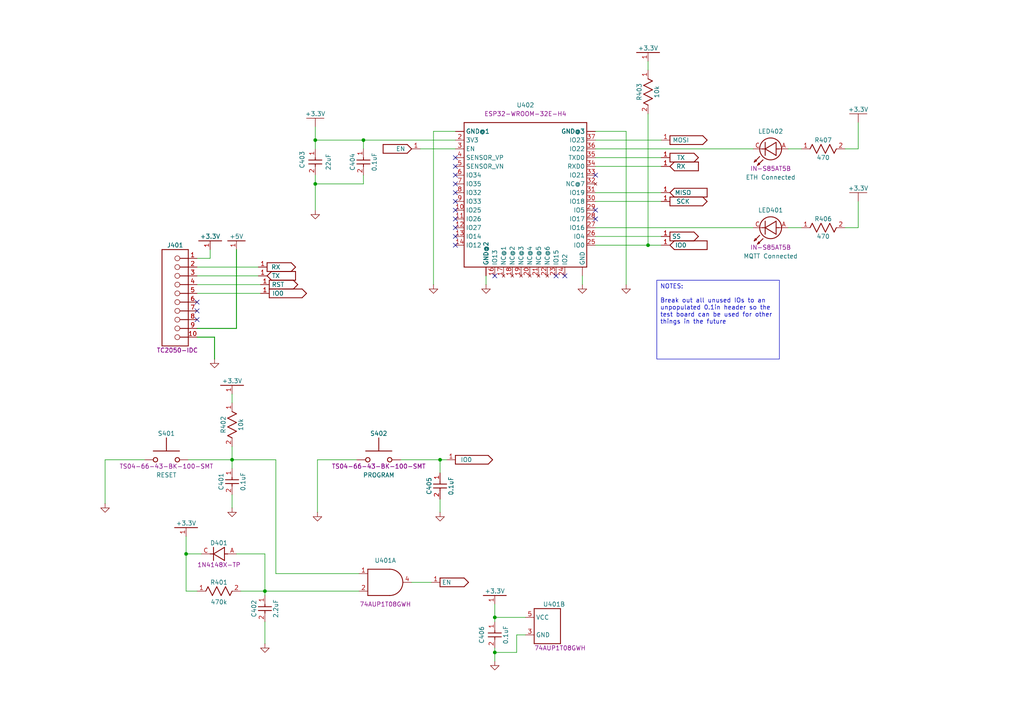
<source format=kicad_sch>
(kicad_sch
	(version 20231120)
	(generator "eeschema")
	(generator_version "8.0")
	(uuid "d7c9acc0-6743-488c-a15c-e306425ebcb8")
	(paper "A4")
	(lib_symbols
		(symbol "LED_Controller_Hardware-eagle-import:+3.3V"
			(power)
			(exclude_from_sim no)
			(in_bom yes)
			(on_board yes)
			(property "Reference" "#NetPort"
				(at 0 0 0)
				(effects
					(font
						(size 1.27 1.27)
					)
					(hide yes)
				)
			)
			(property "Value" ""
				(at 0 0 0)
				(effects
					(font
						(size 1.27 1.27)
					)
					(hide yes)
				)
			)
			(property "Footprint" ""
				(at 0 0 0)
				(effects
					(font
						(size 1.27 1.27)
					)
					(hide yes)
				)
			)
			(property "Datasheet" ""
				(at 0 0 0)
				(effects
					(font
						(size 1.27 1.27)
					)
					(hide yes)
				)
			)
			(property "Description" ""
				(at 0 0 0)
				(effects
					(font
						(size 1.27 1.27)
					)
					(hide yes)
				)
			)
			(property "ki_locked" ""
				(at 0 0 0)
				(effects
					(font
						(size 1.27 1.27)
					)
				)
			)
			(symbol "+3.3V_1_0"
				(polyline
					(pts
						(xy -3.334 3.81) (xy 3.334 3.81)
					)
					(stroke
						(width 0.25)
						(type solid)
					)
					(fill
						(type none)
					)
				)
				(pin power_in line
					(at 0 1.27 90)
					(length 2.54)
					(name "+3.3V"
						(effects
							(font
								(size 0 0)
							)
						)
					)
					(number "1"
						(effects
							(font
								(size 1.27 1.27)
							)
						)
					)
				)
			)
		)
		(symbol "LED_Controller_Hardware-eagle-import:+5V"
			(power)
			(exclude_from_sim no)
			(in_bom yes)
			(on_board yes)
			(property "Reference" "#NetPort"
				(at 0 0 0)
				(effects
					(font
						(size 1.27 1.27)
					)
					(hide yes)
				)
			)
			(property "Value" ""
				(at 0 0 0)
				(effects
					(font
						(size 1.27 1.27)
					)
					(hide yes)
				)
			)
			(property "Footprint" ""
				(at 0 0 0)
				(effects
					(font
						(size 1.27 1.27)
					)
					(hide yes)
				)
			)
			(property "Datasheet" ""
				(at 0 0 0)
				(effects
					(font
						(size 1.27 1.27)
					)
					(hide yes)
				)
			)
			(property "Description" ""
				(at 0 0 0)
				(effects
					(font
						(size 1.27 1.27)
					)
					(hide yes)
				)
			)
			(property "ki_locked" ""
				(at 0 0 0)
				(effects
					(font
						(size 1.27 1.27)
					)
				)
			)
			(symbol "+5V_1_0"
				(polyline
					(pts
						(xy -2.54 3.81) (xy 2.54 3.81)
					)
					(stroke
						(width 0.25)
						(type solid)
					)
					(fill
						(type none)
					)
				)
				(pin power_in line
					(at 0 1.27 90)
					(length 2.54)
					(name "+5V"
						(effects
							(font
								(size 0 0)
							)
						)
					)
					(number "1"
						(effects
							(font
								(size 1.27 1.27)
							)
						)
					)
				)
			)
		)
		(symbol "LED_Controller_Hardware-eagle-import:1N4148X"
			(exclude_from_sim no)
			(in_bom yes)
			(on_board yes)
			(property "Reference" "D"
				(at 0 0 0)
				(effects
					(font
						(size 1.27 1.27)
					)
					(hide yes)
				)
			)
			(property "Value" ""
				(at 0 0 0)
				(effects
					(font
						(size 1.27 1.27)
					)
					(hide yes)
				)
			)
			(property "Footprint" "LED_Controller_Hardware:SOD-523-D"
				(at 0 0 0)
				(effects
					(font
						(size 1.27 1.27)
					)
					(hide yes)
				)
			)
			(property "Datasheet" ""
				(at 0 0 0)
				(effects
					(font
						(size 1.27 1.27)
					)
					(hide yes)
				)
			)
			(property "Description" ""
				(at 0 0 0)
				(effects
					(font
						(size 1.27 1.27)
					)
					(hide yes)
				)
			)
			(property "ki_locked" ""
				(at 0 0 0)
				(effects
					(font
						(size 1.27 1.27)
					)
				)
			)
			(symbol "1N4148X_1_0"
				(polyline
					(pts
						(xy -2.54 0) (xy -1.6 0)
					)
					(stroke
						(width 0.25)
						(type solid)
					)
					(fill
						(type none)
					)
				)
				(polyline
					(pts
						(xy -1.6 -1.905) (xy 1.575 0)
					)
					(stroke
						(width 0.25)
						(type solid)
					)
					(fill
						(type none)
					)
				)
				(polyline
					(pts
						(xy -1.6 1.905) (xy -1.6 -1.905)
					)
					(stroke
						(width 0.25)
						(type solid)
					)
					(fill
						(type none)
					)
				)
				(polyline
					(pts
						(xy 1.575 -1.905) (xy 1.575 1.905)
					)
					(stroke
						(width 0.25)
						(type solid)
					)
					(fill
						(type none)
					)
				)
				(polyline
					(pts
						(xy 1.575 0) (xy -1.6 1.905)
					)
					(stroke
						(width 0.25)
						(type solid)
					)
					(fill
						(type none)
					)
				)
				(polyline
					(pts
						(xy 1.575 0) (xy 2.54 0)
					)
					(stroke
						(width 0.25)
						(type solid)
					)
					(fill
						(type none)
					)
				)
				(pin passive line
					(at -5.08 0 0)
					(length 2.54)
					(name "A"
						(effects
							(font
								(size 0 0)
							)
						)
					)
					(number "A"
						(effects
							(font
								(size 1.27 1.27)
							)
						)
					)
				)
				(pin passive line
					(at 5.08 0 180)
					(length 2.54)
					(name "C"
						(effects
							(font
								(size 0 0)
							)
						)
					)
					(number "C"
						(effects
							(font
								(size 1.27 1.27)
							)
						)
					)
				)
			)
		)
		(symbol "LED_Controller_Hardware-eagle-import:CAP-0603"
			(exclude_from_sim no)
			(in_bom yes)
			(on_board yes)
			(property "Reference" "C"
				(at 0 0 0)
				(effects
					(font
						(size 1.27 1.27)
					)
					(hide yes)
				)
			)
			(property "Value" ""
				(at 0 0 0)
				(effects
					(font
						(size 1.27 1.27)
					)
					(hide yes)
				)
			)
			(property "Footprint" "LED_Controller_Hardware:0603"
				(at 0 0 0)
				(effects
					(font
						(size 1.27 1.27)
					)
					(hide yes)
				)
			)
			(property "Datasheet" ""
				(at 0 0 0)
				(effects
					(font
						(size 1.27 1.27)
					)
					(hide yes)
				)
			)
			(property "Description" ""
				(at 0 0 0)
				(effects
					(font
						(size 1.27 1.27)
					)
					(hide yes)
				)
			)
			(property "ki_locked" ""
				(at 0 0 0)
				(effects
					(font
						(size 1.27 1.27)
					)
				)
			)
			(symbol "CAP-0603_1_0"
				(polyline
					(pts
						(xy -1.905 -0.552) (xy 1.905 -0.552)
					)
					(stroke
						(width 0.25)
						(type solid)
					)
					(fill
						(type none)
					)
				)
				(polyline
					(pts
						(xy -1.905 0.559) (xy 1.905 0.559)
					)
					(stroke
						(width 0.25)
						(type solid)
					)
					(fill
						(type none)
					)
				)
				(polyline
					(pts
						(xy 0 -0.61) (xy 0 -1.276)
					)
					(stroke
						(width 0.25)
						(type solid)
					)
					(fill
						(type none)
					)
				)
				(polyline
					(pts
						(xy 0 1.245) (xy 0 0.61)
					)
					(stroke
						(width 0.25)
						(type solid)
					)
					(fill
						(type none)
					)
				)
				(pin passive line
					(at 0 3.81 270)
					(length 2.54)
					(name "1"
						(effects
							(font
								(size 0 0)
							)
						)
					)
					(number "1"
						(effects
							(font
								(size 1.27 1.27)
							)
						)
					)
				)
				(pin passive line
					(at 0 -3.81 90)
					(length 2.54)
					(name "2"
						(effects
							(font
								(size 0 0)
							)
						)
					)
					(number "2"
						(effects
							(font
								(size 1.27 1.27)
							)
						)
					)
				)
			)
		)
		(symbol "LED_Controller_Hardware-eagle-import:EN"
			(power)
			(exclude_from_sim no)
			(in_bom yes)
			(on_board yes)
			(property "Reference" "#NetPort"
				(at 0 0 0)
				(effects
					(font
						(size 1.27 1.27)
					)
					(hide yes)
				)
			)
			(property "Value" ""
				(at 0 0 0)
				(effects
					(font
						(size 1.27 1.27)
					)
					(hide yes)
				)
			)
			(property "Footprint" ""
				(at 0 0 0)
				(effects
					(font
						(size 1.27 1.27)
					)
					(hide yes)
				)
			)
			(property "Datasheet" ""
				(at 0 0 0)
				(effects
					(font
						(size 1.27 1.27)
					)
					(hide yes)
				)
			)
			(property "Description" ""
				(at 0 0 0)
				(effects
					(font
						(size 1.27 1.27)
					)
					(hide yes)
				)
			)
			(property "ki_locked" ""
				(at 0 0 0)
				(effects
					(font
						(size 1.27 1.27)
					)
				)
			)
			(symbol "EN_1_0"
				(polyline
					(pts
						(xy -8.255 -1.27) (xy -8.255 1.27)
					)
					(stroke
						(width 0.25)
						(type solid)
					)
					(fill
						(type none)
					)
				)
				(polyline
					(pts
						(xy -1.27 -1.27) (xy -8.255 -1.27)
					)
					(stroke
						(width 0.25)
						(type solid)
					)
					(fill
						(type none)
					)
				)
				(polyline
					(pts
						(xy -1.27 1.27) (xy -8.255 1.27)
					)
					(stroke
						(width 0.25)
						(type solid)
					)
					(fill
						(type none)
					)
				)
				(polyline
					(pts
						(xy 0 0) (xy -1.27 -1.27)
					)
					(stroke
						(width 0.25)
						(type solid)
					)
					(fill
						(type none)
					)
				)
				(polyline
					(pts
						(xy 0 0) (xy -1.27 1.27)
					)
					(stroke
						(width 0.25)
						(type solid)
					)
					(fill
						(type none)
					)
				)
				(pin power_in line
					(at 2.54 0 180)
					(length 2.54)
					(name "1"
						(effects
							(font
								(size 0 0)
							)
						)
					)
					(number "1"
						(effects
							(font
								(size 1.27 1.27)
							)
						)
					)
				)
			)
		)
		(symbol "LED_Controller_Hardware-eagle-import:EN_14"
			(power)
			(exclude_from_sim no)
			(in_bom yes)
			(on_board yes)
			(property "Reference" "#NetPort"
				(at 0 0 0)
				(effects
					(font
						(size 1.27 1.27)
					)
					(hide yes)
				)
			)
			(property "Value" ""
				(at 0 0 0)
				(effects
					(font
						(size 1.27 1.27)
					)
					(hide yes)
				)
			)
			(property "Footprint" ""
				(at 0 0 0)
				(effects
					(font
						(size 1.27 1.27)
					)
					(hide yes)
				)
			)
			(property "Datasheet" ""
				(at 0 0 0)
				(effects
					(font
						(size 1.27 1.27)
					)
					(hide yes)
				)
			)
			(property "Description" ""
				(at 0 0 0)
				(effects
					(font
						(size 1.27 1.27)
					)
					(hide yes)
				)
			)
			(property "ki_locked" ""
				(at 0 0 0)
				(effects
					(font
						(size 1.27 1.27)
					)
				)
			)
			(symbol "EN_14_1_0"
				(polyline
					(pts
						(xy 0 -1.27) (xy 0 1.27)
					)
					(stroke
						(width 0.25)
						(type solid)
					)
					(fill
						(type none)
					)
				)
				(polyline
					(pts
						(xy 0 -1.27) (xy 6.985 -1.27)
					)
					(stroke
						(width 0.25)
						(type solid)
					)
					(fill
						(type none)
					)
				)
				(polyline
					(pts
						(xy 0 1.27) (xy 6.985 1.27)
					)
					(stroke
						(width 0.25)
						(type solid)
					)
					(fill
						(type none)
					)
				)
				(polyline
					(pts
						(xy 6.985 -1.27) (xy 8.255 0)
					)
					(stroke
						(width 0.25)
						(type solid)
					)
					(fill
						(type none)
					)
				)
				(polyline
					(pts
						(xy 6.985 1.27) (xy 8.255 0)
					)
					(stroke
						(width 0.25)
						(type solid)
					)
					(fill
						(type none)
					)
				)
				(pin power_in line
					(at -2.54 0 0)
					(length 2.54)
					(name "1"
						(effects
							(font
								(size 0 0)
							)
						)
					)
					(number "1"
						(effects
							(font
								(size 1.27 1.27)
							)
						)
					)
				)
			)
		)
		(symbol "LED_Controller_Hardware-eagle-import:IO0"
			(power)
			(exclude_from_sim no)
			(in_bom yes)
			(on_board yes)
			(property "Reference" "#NetPort"
				(at 0 0 0)
				(effects
					(font
						(size 1.27 1.27)
					)
					(hide yes)
				)
			)
			(property "Value" ""
				(at 0 0 0)
				(effects
					(font
						(size 1.27 1.27)
					)
					(hide yes)
				)
			)
			(property "Footprint" ""
				(at 0 0 0)
				(effects
					(font
						(size 1.27 1.27)
					)
					(hide yes)
				)
			)
			(property "Datasheet" ""
				(at 0 0 0)
				(effects
					(font
						(size 1.27 1.27)
					)
					(hide yes)
				)
			)
			(property "Description" ""
				(at 0 0 0)
				(effects
					(font
						(size 1.27 1.27)
					)
					(hide yes)
				)
			)
			(property "ki_locked" ""
				(at 0 0 0)
				(effects
					(font
						(size 1.27 1.27)
					)
				)
			)
			(symbol "IO0_1_0"
				(polyline
					(pts
						(xy 0 -1.27) (xy 0 1.27)
					)
					(stroke
						(width 0.25)
						(type solid)
					)
					(fill
						(type none)
					)
				)
				(polyline
					(pts
						(xy 0 -1.27) (xy 9.525 -1.27)
					)
					(stroke
						(width 0.25)
						(type solid)
					)
					(fill
						(type none)
					)
				)
				(polyline
					(pts
						(xy 0 1.27) (xy 9.525 1.27)
					)
					(stroke
						(width 0.25)
						(type solid)
					)
					(fill
						(type none)
					)
				)
				(polyline
					(pts
						(xy 9.525 -1.27) (xy 10.795 0)
					)
					(stroke
						(width 0.25)
						(type solid)
					)
					(fill
						(type none)
					)
				)
				(polyline
					(pts
						(xy 9.525 1.27) (xy 10.795 0)
					)
					(stroke
						(width 0.25)
						(type solid)
					)
					(fill
						(type none)
					)
				)
				(pin power_in line
					(at -2.54 0 0)
					(length 2.54)
					(name "1"
						(effects
							(font
								(size 0 0)
							)
						)
					)
					(number "1"
						(effects
							(font
								(size 1.27 1.27)
							)
						)
					)
				)
			)
		)
		(symbol "LED_Controller_Hardware-eagle-import:IO0_59"
			(power)
			(exclude_from_sim no)
			(in_bom yes)
			(on_board yes)
			(property "Reference" "#NetPort"
				(at 0 0 0)
				(effects
					(font
						(size 1.27 1.27)
					)
					(hide yes)
				)
			)
			(property "Value" ""
				(at 0 0 0)
				(effects
					(font
						(size 1.27 1.27)
					)
					(hide yes)
				)
			)
			(property "Footprint" ""
				(at 0 0 0)
				(effects
					(font
						(size 1.27 1.27)
					)
					(hide yes)
				)
			)
			(property "Datasheet" ""
				(at 0 0 0)
				(effects
					(font
						(size 1.27 1.27)
					)
					(hide yes)
				)
			)
			(property "Description" ""
				(at 0 0 0)
				(effects
					(font
						(size 1.27 1.27)
					)
					(hide yes)
				)
			)
			(property "ki_locked" ""
				(at 0 0 0)
				(effects
					(font
						(size 1.27 1.27)
					)
				)
			)
			(symbol "IO0_59_1_0"
				(polyline
					(pts
						(xy 0 0) (xy 1.27 -1.27)
					)
					(stroke
						(width 0.25)
						(type solid)
					)
					(fill
						(type none)
					)
				)
				(polyline
					(pts
						(xy 0 0) (xy 1.27 1.27)
					)
					(stroke
						(width 0.25)
						(type solid)
					)
					(fill
						(type none)
					)
				)
				(polyline
					(pts
						(xy 1.27 -1.27) (xy 10.795 -1.27)
					)
					(stroke
						(width 0.25)
						(type solid)
					)
					(fill
						(type none)
					)
				)
				(polyline
					(pts
						(xy 1.27 1.27) (xy 10.795 1.27)
					)
					(stroke
						(width 0.25)
						(type solid)
					)
					(fill
						(type none)
					)
				)
				(polyline
					(pts
						(xy 10.795 -1.27) (xy 10.795 1.27)
					)
					(stroke
						(width 0.25)
						(type solid)
					)
					(fill
						(type none)
					)
				)
				(pin power_in line
					(at -2.54 0 0)
					(length 2.54)
					(name "1"
						(effects
							(font
								(size 0 0)
							)
						)
					)
					(number "1"
						(effects
							(font
								(size 1.27 1.27)
							)
						)
					)
				)
			)
		)
		(symbol "LED_Controller_Hardware-eagle-import:MISO"
			(power)
			(exclude_from_sim no)
			(in_bom yes)
			(on_board yes)
			(property "Reference" "#NetPort"
				(at 0 0 0)
				(effects
					(font
						(size 1.27 1.27)
					)
					(hide yes)
				)
			)
			(property "Value" ""
				(at 0 0 0)
				(effects
					(font
						(size 1.27 1.27)
					)
					(hide yes)
				)
			)
			(property "Footprint" ""
				(at 0 0 0)
				(effects
					(font
						(size 1.27 1.27)
					)
					(hide yes)
				)
			)
			(property "Datasheet" ""
				(at 0 0 0)
				(effects
					(font
						(size 1.27 1.27)
					)
					(hide yes)
				)
			)
			(property "Description" ""
				(at 0 0 0)
				(effects
					(font
						(size 1.27 1.27)
					)
					(hide yes)
				)
			)
			(property "ki_locked" ""
				(at 0 0 0)
				(effects
					(font
						(size 1.27 1.27)
					)
				)
			)
			(symbol "MISO_1_0"
				(polyline
					(pts
						(xy -10.795 -1.27) (xy -10.795 1.27)
					)
					(stroke
						(width 0.25)
						(type solid)
					)
					(fill
						(type none)
					)
				)
				(polyline
					(pts
						(xy -1.27 -1.27) (xy -10.795 -1.27)
					)
					(stroke
						(width 0.25)
						(type solid)
					)
					(fill
						(type none)
					)
				)
				(polyline
					(pts
						(xy -1.27 1.27) (xy -10.795 1.27)
					)
					(stroke
						(width 0.25)
						(type solid)
					)
					(fill
						(type none)
					)
				)
				(polyline
					(pts
						(xy 0 0) (xy -1.27 -1.27)
					)
					(stroke
						(width 0.25)
						(type solid)
					)
					(fill
						(type none)
					)
				)
				(polyline
					(pts
						(xy 0 0) (xy -1.27 1.27)
					)
					(stroke
						(width 0.25)
						(type solid)
					)
					(fill
						(type none)
					)
				)
				(pin power_in line
					(at 2.54 0 180)
					(length 2.54)
					(name "1"
						(effects
							(font
								(size 0 0)
							)
						)
					)
					(number "1"
						(effects
							(font
								(size 1.27 1.27)
							)
						)
					)
				)
			)
		)
		(symbol "LED_Controller_Hardware-eagle-import:MOSI"
			(power)
			(exclude_from_sim no)
			(in_bom yes)
			(on_board yes)
			(property "Reference" "#NetPort"
				(at 0 0 0)
				(effects
					(font
						(size 1.27 1.27)
					)
					(hide yes)
				)
			)
			(property "Value" ""
				(at 0 0 0)
				(effects
					(font
						(size 1.27 1.27)
					)
					(hide yes)
				)
			)
			(property "Footprint" ""
				(at 0 0 0)
				(effects
					(font
						(size 1.27 1.27)
					)
					(hide yes)
				)
			)
			(property "Datasheet" ""
				(at 0 0 0)
				(effects
					(font
						(size 1.27 1.27)
					)
					(hide yes)
				)
			)
			(property "Description" ""
				(at 0 0 0)
				(effects
					(font
						(size 1.27 1.27)
					)
					(hide yes)
				)
			)
			(property "ki_locked" ""
				(at 0 0 0)
				(effects
					(font
						(size 1.27 1.27)
					)
				)
			)
			(symbol "MOSI_1_0"
				(polyline
					(pts
						(xy 0 -1.27) (xy 0 1.27)
					)
					(stroke
						(width 0.25)
						(type solid)
					)
					(fill
						(type none)
					)
				)
				(polyline
					(pts
						(xy 0 -1.27) (xy 9.525 -1.27)
					)
					(stroke
						(width 0.25)
						(type solid)
					)
					(fill
						(type none)
					)
				)
				(polyline
					(pts
						(xy 0 1.27) (xy 9.525 1.27)
					)
					(stroke
						(width 0.25)
						(type solid)
					)
					(fill
						(type none)
					)
				)
				(polyline
					(pts
						(xy 9.525 -1.27) (xy 10.795 0)
					)
					(stroke
						(width 0.25)
						(type solid)
					)
					(fill
						(type none)
					)
				)
				(polyline
					(pts
						(xy 9.525 1.27) (xy 10.795 0)
					)
					(stroke
						(width 0.25)
						(type solid)
					)
					(fill
						(type none)
					)
				)
				(pin power_in line
					(at -2.54 0 0)
					(length 2.54)
					(name "1"
						(effects
							(font
								(size 0 0)
							)
						)
					)
					(number "1"
						(effects
							(font
								(size 1.27 1.27)
							)
						)
					)
				)
			)
		)
		(symbol "LED_Controller_Hardware-eagle-import:PROGRAM"
			(exclude_from_sim no)
			(in_bom yes)
			(on_board yes)
			(property "Reference" "S"
				(at 0 0 0)
				(effects
					(font
						(size 1.27 1.27)
					)
					(hide yes)
				)
			)
			(property "Value" ""
				(at 0 0 0)
				(effects
					(font
						(size 1.27 1.27)
					)
					(hide yes)
				)
			)
			(property "Footprint" "LED_Controller_Hardware:SW_TS04-66-65-BK-260-SMT"
				(at 0 0 0)
				(effects
					(font
						(size 1.27 1.27)
					)
					(hide yes)
				)
			)
			(property "Datasheet" ""
				(at 0 0 0)
				(effects
					(font
						(size 1.27 1.27)
					)
					(hide yes)
				)
			)
			(property "Description" ""
				(at 0 0 0)
				(effects
					(font
						(size 1.27 1.27)
					)
					(hide yes)
				)
			)
			(property "ki_locked" ""
				(at 0 0 0)
				(effects
					(font
						(size 1.27 1.27)
					)
				)
			)
			(symbol "PROGRAM_1_0"
				(circle
					(center -3.175 0)
					(radius 0.635)
					(stroke
						(width 0.254)
						(type solid)
					)
					(fill
						(type none)
					)
				)
				(polyline
					(pts
						(xy -3.81 2.54) (xy 3.81 2.54)
					)
					(stroke
						(width 0.25)
						(type solid)
					)
					(fill
						(type none)
					)
				)
				(polyline
					(pts
						(xy 0 2.54) (xy 0 6.35)
					)
					(stroke
						(width 0.25)
						(type solid)
					)
					(fill
						(type none)
					)
				)
				(circle
					(center 3.175 0)
					(radius 0.635)
					(stroke
						(width 0.254)
						(type solid)
					)
					(fill
						(type none)
					)
				)
				(pin passive line
					(at 6.35 0 180)
					(length 2.54)
					(name "2"
						(effects
							(font
								(size 0 0)
							)
						)
					)
					(number "1"
						(effects
							(font
								(size 0 0)
							)
						)
					)
				)
				(pin passive line
					(at -6.35 0 0)
					(length 2.54)
					(name "1"
						(effects
							(font
								(size 0 0)
							)
						)
					)
					(number "2"
						(effects
							(font
								(size 0 0)
							)
						)
					)
				)
				(pin passive line
					(at 6.35 0 180)
					(length 2.54)
					(name "2"
						(effects
							(font
								(size 0 0)
							)
						)
					)
					(number "3"
						(effects
							(font
								(size 0 0)
							)
						)
					)
				)
				(pin passive line
					(at -6.35 0 0)
					(length 2.54)
					(name "1"
						(effects
							(font
								(size 0 0)
							)
						)
					)
					(number "4"
						(effects
							(font
								(size 0 0)
							)
						)
					)
				)
			)
		)
		(symbol "LED_Controller_Hardware-eagle-import:RES-0603"
			(exclude_from_sim no)
			(in_bom yes)
			(on_board yes)
			(property "Reference" "R"
				(at 0 0 0)
				(effects
					(font
						(size 1.27 1.27)
					)
					(hide yes)
				)
			)
			(property "Value" ""
				(at 0 0 0)
				(effects
					(font
						(size 1.27 1.27)
					)
					(hide yes)
				)
			)
			(property "Footprint" "LED_Controller_Hardware:0603_(WIDE)"
				(at 0 0 0)
				(effects
					(font
						(size 1.27 1.27)
					)
					(hide yes)
				)
			)
			(property "Datasheet" ""
				(at 0 0 0)
				(effects
					(font
						(size 1.27 1.27)
					)
					(hide yes)
				)
			)
			(property "Description" ""
				(at 0 0 0)
				(effects
					(font
						(size 1.27 1.27)
					)
					(hide yes)
				)
			)
			(property "ki_locked" ""
				(at 0 0 0)
				(effects
					(font
						(size 1.27 1.27)
					)
				)
			)
			(symbol "RES-0603_1_0"
				(polyline
					(pts
						(xy -3.81 0) (xy -3.175 1.27)
					)
					(stroke
						(width 0.25)
						(type solid)
					)
					(fill
						(type none)
					)
				)
				(polyline
					(pts
						(xy -3.175 1.27) (xy -1.905 -1.27)
					)
					(stroke
						(width 0.25)
						(type solid)
					)
					(fill
						(type none)
					)
				)
				(polyline
					(pts
						(xy -1.905 -1.27) (xy -0.635 1.27)
					)
					(stroke
						(width 0.25)
						(type solid)
					)
					(fill
						(type none)
					)
				)
				(polyline
					(pts
						(xy -0.635 1.27) (xy 0.635 -1.27)
					)
					(stroke
						(width 0.25)
						(type solid)
					)
					(fill
						(type none)
					)
				)
				(polyline
					(pts
						(xy 0.635 -1.27) (xy 1.905 1.27)
					)
					(stroke
						(width 0.25)
						(type solid)
					)
					(fill
						(type none)
					)
				)
				(polyline
					(pts
						(xy 1.905 1.27) (xy 3.175 -1.27)
					)
					(stroke
						(width 0.25)
						(type solid)
					)
					(fill
						(type none)
					)
				)
				(polyline
					(pts
						(xy 3.175 -1.27) (xy 3.81 0)
					)
					(stroke
						(width 0.25)
						(type solid)
					)
					(fill
						(type none)
					)
				)
				(pin passive line
					(at -6.35 0 0)
					(length 2.54)
					(name "1"
						(effects
							(font
								(size 0 0)
							)
						)
					)
					(number "1"
						(effects
							(font
								(size 1.27 1.27)
							)
						)
					)
				)
				(pin passive line
					(at 6.35 0 180)
					(length 2.54)
					(name "2"
						(effects
							(font
								(size 0 0)
							)
						)
					)
					(number "2"
						(effects
							(font
								(size 1.27 1.27)
							)
						)
					)
				)
			)
		)
		(symbol "LED_Controller_Hardware-eagle-import:RESET"
			(exclude_from_sim no)
			(in_bom yes)
			(on_board yes)
			(property "Reference" "S"
				(at 0 0 0)
				(effects
					(font
						(size 1.27 1.27)
					)
					(hide yes)
				)
			)
			(property "Value" ""
				(at 0 0 0)
				(effects
					(font
						(size 1.27 1.27)
					)
					(hide yes)
				)
			)
			(property "Footprint" "LED_Controller_Hardware:SW_TS04-66-65-BK-260-SMT"
				(at 0 0 0)
				(effects
					(font
						(size 1.27 1.27)
					)
					(hide yes)
				)
			)
			(property "Datasheet" ""
				(at 0 0 0)
				(effects
					(font
						(size 1.27 1.27)
					)
					(hide yes)
				)
			)
			(property "Description" ""
				(at 0 0 0)
				(effects
					(font
						(size 1.27 1.27)
					)
					(hide yes)
				)
			)
			(property "ki_locked" ""
				(at 0 0 0)
				(effects
					(font
						(size 1.27 1.27)
					)
				)
			)
			(symbol "RESET_1_0"
				(circle
					(center -3.175 0)
					(radius 0.635)
					(stroke
						(width 0.254)
						(type solid)
					)
					(fill
						(type none)
					)
				)
				(polyline
					(pts
						(xy -3.81 2.54) (xy 3.81 2.54)
					)
					(stroke
						(width 0.25)
						(type solid)
					)
					(fill
						(type none)
					)
				)
				(polyline
					(pts
						(xy 0 2.54) (xy 0 6.35)
					)
					(stroke
						(width 0.25)
						(type solid)
					)
					(fill
						(type none)
					)
				)
				(circle
					(center 3.175 0)
					(radius 0.635)
					(stroke
						(width 0.254)
						(type solid)
					)
					(fill
						(type none)
					)
				)
				(pin passive line
					(at 6.35 0 180)
					(length 2.54)
					(name "2"
						(effects
							(font
								(size 0 0)
							)
						)
					)
					(number "1"
						(effects
							(font
								(size 0 0)
							)
						)
					)
				)
				(pin passive line
					(at -6.35 0 0)
					(length 2.54)
					(name "1"
						(effects
							(font
								(size 0 0)
							)
						)
					)
					(number "2"
						(effects
							(font
								(size 0 0)
							)
						)
					)
				)
				(pin passive line
					(at 6.35 0 180)
					(length 2.54)
					(name "2"
						(effects
							(font
								(size 0 0)
							)
						)
					)
					(number "3"
						(effects
							(font
								(size 0 0)
							)
						)
					)
				)
				(pin passive line
					(at -6.35 0 0)
					(length 2.54)
					(name "1"
						(effects
							(font
								(size 0 0)
							)
						)
					)
					(number "4"
						(effects
							(font
								(size 0 0)
							)
						)
					)
				)
			)
		)
		(symbol "LED_Controller_Hardware-eagle-import:RST"
			(power)
			(exclude_from_sim no)
			(in_bom yes)
			(on_board yes)
			(property "Reference" "#NetPort"
				(at 0 0 0)
				(effects
					(font
						(size 1.27 1.27)
					)
					(hide yes)
				)
			)
			(property "Value" ""
				(at 0 0 0)
				(effects
					(font
						(size 1.27 1.27)
					)
					(hide yes)
				)
			)
			(property "Footprint" ""
				(at 0 0 0)
				(effects
					(font
						(size 1.27 1.27)
					)
					(hide yes)
				)
			)
			(property "Datasheet" ""
				(at 0 0 0)
				(effects
					(font
						(size 1.27 1.27)
					)
					(hide yes)
				)
			)
			(property "Description" ""
				(at 0 0 0)
				(effects
					(font
						(size 1.27 1.27)
					)
					(hide yes)
				)
			)
			(property "ki_locked" ""
				(at 0 0 0)
				(effects
					(font
						(size 1.27 1.27)
					)
				)
			)
			(symbol "RST_1_0"
				(polyline
					(pts
						(xy 0 -1.27) (xy 0 1.27)
					)
					(stroke
						(width 0.25)
						(type solid)
					)
					(fill
						(type none)
					)
				)
				(polyline
					(pts
						(xy 0 -1.27) (xy 6.985 -1.27)
					)
					(stroke
						(width 0.25)
						(type solid)
					)
					(fill
						(type none)
					)
				)
				(polyline
					(pts
						(xy 0 1.27) (xy 6.985 1.27)
					)
					(stroke
						(width 0.25)
						(type solid)
					)
					(fill
						(type none)
					)
				)
				(polyline
					(pts
						(xy 6.985 -1.27) (xy 8.255 0)
					)
					(stroke
						(width 0.25)
						(type solid)
					)
					(fill
						(type none)
					)
				)
				(polyline
					(pts
						(xy 6.985 1.27) (xy 8.255 0)
					)
					(stroke
						(width 0.25)
						(type solid)
					)
					(fill
						(type none)
					)
				)
				(pin power_in line
					(at -2.54 0 0)
					(length 2.54)
					(name "1"
						(effects
							(font
								(size 0 0)
							)
						)
					)
					(number "1"
						(effects
							(font
								(size 1.27 1.27)
							)
						)
					)
				)
			)
		)
		(symbol "LED_Controller_Hardware-eagle-import:RX"
			(power)
			(exclude_from_sim no)
			(in_bom yes)
			(on_board yes)
			(property "Reference" "#NetPort"
				(at 0 0 0)
				(effects
					(font
						(size 1.27 1.27)
					)
					(hide yes)
				)
			)
			(property "Value" ""
				(at 0 0 0)
				(effects
					(font
						(size 1.27 1.27)
					)
					(hide yes)
				)
			)
			(property "Footprint" ""
				(at 0 0 0)
				(effects
					(font
						(size 1.27 1.27)
					)
					(hide yes)
				)
			)
			(property "Datasheet" ""
				(at 0 0 0)
				(effects
					(font
						(size 1.27 1.27)
					)
					(hide yes)
				)
			)
			(property "Description" ""
				(at 0 0 0)
				(effects
					(font
						(size 1.27 1.27)
					)
					(hide yes)
				)
			)
			(property "ki_locked" ""
				(at 0 0 0)
				(effects
					(font
						(size 1.27 1.27)
					)
				)
			)
			(symbol "RX_1_0"
				(polyline
					(pts
						(xy 0 -1.27) (xy 0 1.27)
					)
					(stroke
						(width 0.25)
						(type solid)
					)
					(fill
						(type none)
					)
				)
				(polyline
					(pts
						(xy 0 -1.27) (xy 6.985 -1.27)
					)
					(stroke
						(width 0.25)
						(type solid)
					)
					(fill
						(type none)
					)
				)
				(polyline
					(pts
						(xy 0 1.27) (xy 6.985 1.27)
					)
					(stroke
						(width 0.25)
						(type solid)
					)
					(fill
						(type none)
					)
				)
				(polyline
					(pts
						(xy 6.985 -1.27) (xy 8.255 0)
					)
					(stroke
						(width 0.25)
						(type solid)
					)
					(fill
						(type none)
					)
				)
				(polyline
					(pts
						(xy 6.985 1.27) (xy 8.255 0)
					)
					(stroke
						(width 0.25)
						(type solid)
					)
					(fill
						(type none)
					)
				)
				(pin power_in line
					(at -2.54 0 0)
					(length 2.54)
					(name "1"
						(effects
							(font
								(size 0 0)
							)
						)
					)
					(number "1"
						(effects
							(font
								(size 1.27 1.27)
							)
						)
					)
				)
			)
		)
		(symbol "LED_Controller_Hardware-eagle-import:RX_159"
			(power)
			(exclude_from_sim no)
			(in_bom yes)
			(on_board yes)
			(property "Reference" "#NetPort"
				(at 0 0 0)
				(effects
					(font
						(size 1.27 1.27)
					)
					(hide yes)
				)
			)
			(property "Value" ""
				(at 0 0 0)
				(effects
					(font
						(size 1.27 1.27)
					)
					(hide yes)
				)
			)
			(property "Footprint" ""
				(at 0 0 0)
				(effects
					(font
						(size 1.27 1.27)
					)
					(hide yes)
				)
			)
			(property "Datasheet" ""
				(at 0 0 0)
				(effects
					(font
						(size 1.27 1.27)
					)
					(hide yes)
				)
			)
			(property "Description" ""
				(at 0 0 0)
				(effects
					(font
						(size 1.27 1.27)
					)
					(hide yes)
				)
			)
			(property "ki_locked" ""
				(at 0 0 0)
				(effects
					(font
						(size 1.27 1.27)
					)
				)
			)
			(symbol "RX_159_1_0"
				(polyline
					(pts
						(xy 0 0) (xy 1.27 -1.27)
					)
					(stroke
						(width 0.25)
						(type solid)
					)
					(fill
						(type none)
					)
				)
				(polyline
					(pts
						(xy 0 0) (xy 1.27 1.27)
					)
					(stroke
						(width 0.25)
						(type solid)
					)
					(fill
						(type none)
					)
				)
				(polyline
					(pts
						(xy 1.27 -1.27) (xy 8.255 -1.27)
					)
					(stroke
						(width 0.25)
						(type solid)
					)
					(fill
						(type none)
					)
				)
				(polyline
					(pts
						(xy 1.27 1.27) (xy 8.255 1.27)
					)
					(stroke
						(width 0.25)
						(type solid)
					)
					(fill
						(type none)
					)
				)
				(polyline
					(pts
						(xy 8.255 -1.27) (xy 8.255 1.27)
					)
					(stroke
						(width 0.25)
						(type solid)
					)
					(fill
						(type none)
					)
				)
				(pin power_in line
					(at -2.54 0 0)
					(length 2.54)
					(name "1"
						(effects
							(font
								(size 0 0)
							)
						)
					)
					(number "1"
						(effects
							(font
								(size 1.27 1.27)
							)
						)
					)
				)
			)
		)
		(symbol "LED_Controller_Hardware-eagle-import:SCK"
			(power)
			(exclude_from_sim no)
			(in_bom yes)
			(on_board yes)
			(property "Reference" "#NetPort"
				(at 0 0 0)
				(effects
					(font
						(size 1.27 1.27)
					)
					(hide yes)
				)
			)
			(property "Value" ""
				(at 0 0 0)
				(effects
					(font
						(size 1.27 1.27)
					)
					(hide yes)
				)
			)
			(property "Footprint" ""
				(at 0 0 0)
				(effects
					(font
						(size 1.27 1.27)
					)
					(hide yes)
				)
			)
			(property "Datasheet" ""
				(at 0 0 0)
				(effects
					(font
						(size 1.27 1.27)
					)
					(hide yes)
				)
			)
			(property "Description" ""
				(at 0 0 0)
				(effects
					(font
						(size 1.27 1.27)
					)
					(hide yes)
				)
			)
			(property "ki_locked" ""
				(at 0 0 0)
				(effects
					(font
						(size 1.27 1.27)
					)
				)
			)
			(symbol "SCK_1_0"
				(polyline
					(pts
						(xy 0 -1.27) (xy 0 1.27)
					)
					(stroke
						(width 0.25)
						(type solid)
					)
					(fill
						(type none)
					)
				)
				(polyline
					(pts
						(xy 0 -1.27) (xy 9.525 -1.27)
					)
					(stroke
						(width 0.25)
						(type solid)
					)
					(fill
						(type none)
					)
				)
				(polyline
					(pts
						(xy 0 1.27) (xy 9.525 1.27)
					)
					(stroke
						(width 0.25)
						(type solid)
					)
					(fill
						(type none)
					)
				)
				(polyline
					(pts
						(xy 9.525 -1.27) (xy 10.795 0)
					)
					(stroke
						(width 0.25)
						(type solid)
					)
					(fill
						(type none)
					)
				)
				(polyline
					(pts
						(xy 9.525 1.27) (xy 10.795 0)
					)
					(stroke
						(width 0.25)
						(type solid)
					)
					(fill
						(type none)
					)
				)
				(pin power_in line
					(at -2.54 0 0)
					(length 2.54)
					(name "1"
						(effects
							(font
								(size 0 0)
							)
						)
					)
					(number "1"
						(effects
							(font
								(size 1.27 1.27)
							)
						)
					)
				)
			)
		)
		(symbol "LED_Controller_Hardware-eagle-import:SS"
			(power)
			(exclude_from_sim no)
			(in_bom yes)
			(on_board yes)
			(property "Reference" "#NetPort"
				(at 0 0 0)
				(effects
					(font
						(size 1.27 1.27)
					)
					(hide yes)
				)
			)
			(property "Value" ""
				(at 0 0 0)
				(effects
					(font
						(size 1.27 1.27)
					)
					(hide yes)
				)
			)
			(property "Footprint" ""
				(at 0 0 0)
				(effects
					(font
						(size 1.27 1.27)
					)
					(hide yes)
				)
			)
			(property "Datasheet" ""
				(at 0 0 0)
				(effects
					(font
						(size 1.27 1.27)
					)
					(hide yes)
				)
			)
			(property "Description" ""
				(at 0 0 0)
				(effects
					(font
						(size 1.27 1.27)
					)
					(hide yes)
				)
			)
			(property "ki_locked" ""
				(at 0 0 0)
				(effects
					(font
						(size 1.27 1.27)
					)
				)
			)
			(symbol "SS_1_0"
				(polyline
					(pts
						(xy 0 -1.27) (xy 0 1.27)
					)
					(stroke
						(width 0.25)
						(type solid)
					)
					(fill
						(type none)
					)
				)
				(polyline
					(pts
						(xy 0 -1.27) (xy 6.985 -1.27)
					)
					(stroke
						(width 0.25)
						(type solid)
					)
					(fill
						(type none)
					)
				)
				(polyline
					(pts
						(xy 0 1.27) (xy 6.985 1.27)
					)
					(stroke
						(width 0.25)
						(type solid)
					)
					(fill
						(type none)
					)
				)
				(polyline
					(pts
						(xy 6.985 -1.27) (xy 8.255 0)
					)
					(stroke
						(width 0.25)
						(type solid)
					)
					(fill
						(type none)
					)
				)
				(polyline
					(pts
						(xy 6.985 1.27) (xy 8.255 0)
					)
					(stroke
						(width 0.25)
						(type solid)
					)
					(fill
						(type none)
					)
				)
				(pin power_in line
					(at -2.54 0 0)
					(length 2.54)
					(name "1"
						(effects
							(font
								(size 0 0)
							)
						)
					)
					(number "1"
						(effects
							(font
								(size 1.27 1.27)
							)
						)
					)
				)
			)
		)
		(symbol "LED_Controller_Hardware-eagle-import:TAG-CONNECT_NL_10-POS_LEGS"
			(exclude_from_sim no)
			(in_bom yes)
			(on_board yes)
			(property "Reference" "J"
				(at 0 0 0)
				(effects
					(font
						(size 1.27 1.27)
					)
					(hide yes)
				)
			)
			(property "Value" ""
				(at 0 0 0)
				(effects
					(font
						(size 1.27 1.27)
					)
					(hide yes)
				)
			)
			(property "Footprint" "LED_Controller_Hardware:TC2050-IDC"
				(at -2.54 -15.875 0)
				(effects
					(font
						(size 1.27 1.27)
					)
					(hide yes)
				)
			)
			(property "Datasheet" ""
				(at 0 0 0)
				(effects
					(font
						(size 1.27 1.27)
					)
					(hide yes)
				)
			)
			(property "Description" ""
				(at 0 0 0)
				(effects
					(font
						(size 1.27 1.27)
					)
					(hide yes)
				)
			)
			(property "ki_locked" ""
				(at 0 0 0)
				(effects
					(font
						(size 1.27 1.27)
					)
				)
			)
			(symbol "TAG-CONNECT_NL_10-POS_LEGS_1_0"
				(polyline
					(pts
						(xy -7.62 -13.97) (xy 0 -13.97)
					)
					(stroke
						(width 0.25)
						(type solid)
					)
					(fill
						(type none)
					)
				)
				(polyline
					(pts
						(xy -7.62 13.97) (xy -7.62 -13.97)
					)
					(stroke
						(width 0.25)
						(type solid)
					)
					(fill
						(type none)
					)
				)
				(polyline
					(pts
						(xy 0 -11.43) (xy -2.413 -11.43)
					)
					(stroke
						(width 0.25)
						(type solid)
					)
					(fill
						(type none)
					)
				)
				(polyline
					(pts
						(xy 0 -8.89) (xy -2.413 -8.89)
					)
					(stroke
						(width 0.25)
						(type solid)
					)
					(fill
						(type none)
					)
				)
				(polyline
					(pts
						(xy 0 -6.35) (xy -2.413 -6.35)
					)
					(stroke
						(width 0.25)
						(type solid)
					)
					(fill
						(type none)
					)
				)
				(polyline
					(pts
						(xy 0 -3.81) (xy -2.413 -3.81)
					)
					(stroke
						(width 0.25)
						(type solid)
					)
					(fill
						(type none)
					)
				)
				(polyline
					(pts
						(xy 0 -1.27) (xy -2.413 -1.27)
					)
					(stroke
						(width 0.25)
						(type solid)
					)
					(fill
						(type none)
					)
				)
				(polyline
					(pts
						(xy 0 1.27) (xy -2.413 1.27)
					)
					(stroke
						(width 0.25)
						(type solid)
					)
					(fill
						(type none)
					)
				)
				(polyline
					(pts
						(xy 0 3.81) (xy -2.413 3.81)
					)
					(stroke
						(width 0.25)
						(type solid)
					)
					(fill
						(type none)
					)
				)
				(polyline
					(pts
						(xy 0 6.35) (xy -2.413 6.35)
					)
					(stroke
						(width 0.25)
						(type solid)
					)
					(fill
						(type none)
					)
				)
				(polyline
					(pts
						(xy 0 8.89) (xy -2.413 8.89)
					)
					(stroke
						(width 0.25)
						(type solid)
					)
					(fill
						(type none)
					)
				)
				(polyline
					(pts
						(xy 0 11.43) (xy -2.413 11.43)
					)
					(stroke
						(width 0.25)
						(type solid)
					)
					(fill
						(type none)
					)
				)
				(polyline
					(pts
						(xy 0 13.97) (xy -7.62 13.97)
					)
					(stroke
						(width 0.25)
						(type solid)
					)
					(fill
						(type none)
					)
				)
				(polyline
					(pts
						(xy 0 13.97) (xy 0 -13.97)
					)
					(stroke
						(width 0.25)
						(type solid)
					)
					(fill
						(type none)
					)
				)
				(pin passive line
					(at 2.54 11.43 180)
					(length 2.54)
					(name ""
						(effects
							(font
								(size 1.27 1.27)
							)
						)
					)
					(number "1"
						(effects
							(font
								(size 1.27 1.27)
							)
						)
					)
				)
				(pin passive line
					(at 2.54 -11.43 180)
					(length 2.54)
					(name ""
						(effects
							(font
								(size 1.27 1.27)
							)
						)
					)
					(number "10"
						(effects
							(font
								(size 1.27 1.27)
							)
						)
					)
				)
				(pin passive line
					(at 2.54 8.89 180)
					(length 2.54)
					(name ""
						(effects
							(font
								(size 1.27 1.27)
							)
						)
					)
					(number "2"
						(effects
							(font
								(size 1.27 1.27)
							)
						)
					)
				)
				(pin passive line
					(at 2.54 6.35 180)
					(length 2.54)
					(name ""
						(effects
							(font
								(size 1.27 1.27)
							)
						)
					)
					(number "3"
						(effects
							(font
								(size 1.27 1.27)
							)
						)
					)
				)
				(pin passive line
					(at 2.54 3.81 180)
					(length 2.54)
					(name ""
						(effects
							(font
								(size 1.27 1.27)
							)
						)
					)
					(number "4"
						(effects
							(font
								(size 1.27 1.27)
							)
						)
					)
				)
				(pin passive line
					(at 2.54 1.27 180)
					(length 2.54)
					(name ""
						(effects
							(font
								(size 1.27 1.27)
							)
						)
					)
					(number "5"
						(effects
							(font
								(size 1.27 1.27)
							)
						)
					)
				)
				(pin passive line
					(at 2.54 -1.27 180)
					(length 2.54)
					(name ""
						(effects
							(font
								(size 1.27 1.27)
							)
						)
					)
					(number "6"
						(effects
							(font
								(size 1.27 1.27)
							)
						)
					)
				)
				(pin passive line
					(at 2.54 -3.81 180)
					(length 2.54)
					(name ""
						(effects
							(font
								(size 1.27 1.27)
							)
						)
					)
					(number "7"
						(effects
							(font
								(size 1.27 1.27)
							)
						)
					)
				)
				(pin passive line
					(at 2.54 -6.35 180)
					(length 2.54)
					(name ""
						(effects
							(font
								(size 1.27 1.27)
							)
						)
					)
					(number "8"
						(effects
							(font
								(size 1.27 1.27)
							)
						)
					)
				)
				(pin passive line
					(at 2.54 -8.89 180)
					(length 2.54)
					(name ""
						(effects
							(font
								(size 1.27 1.27)
							)
						)
					)
					(number "9"
						(effects
							(font
								(size 1.27 1.27)
							)
						)
					)
				)
			)
			(symbol "TAG-CONNECT_NL_10-POS_LEGS_1_1"
				(circle
					(center -3.175 -11.43)
					(radius 0.7184)
					(stroke
						(width 0)
						(type default)
					)
					(fill
						(type none)
					)
				)
				(circle
					(center -3.175 -8.89)
					(radius 0.7184)
					(stroke
						(width 0)
						(type default)
					)
					(fill
						(type none)
					)
				)
				(circle
					(center -3.175 -6.35)
					(radius 0.7184)
					(stroke
						(width 0)
						(type default)
					)
					(fill
						(type none)
					)
				)
				(circle
					(center -3.175 -3.81)
					(radius 0.7184)
					(stroke
						(width 0)
						(type default)
					)
					(fill
						(type none)
					)
				)
				(circle
					(center -3.175 -1.27)
					(radius 0.7184)
					(stroke
						(width 0)
						(type default)
					)
					(fill
						(type none)
					)
				)
				(circle
					(center -3.175 1.27)
					(radius 0.7184)
					(stroke
						(width 0)
						(type default)
					)
					(fill
						(type none)
					)
				)
				(circle
					(center -3.175 3.81)
					(radius 0.7184)
					(stroke
						(width 0)
						(type default)
					)
					(fill
						(type none)
					)
				)
				(circle
					(center -3.175 6.35)
					(radius 0.7184)
					(stroke
						(width 0)
						(type default)
					)
					(fill
						(type none)
					)
				)
				(circle
					(center -3.175 8.89)
					(radius 0.7184)
					(stroke
						(width 0)
						(type default)
					)
					(fill
						(type none)
					)
				)
				(circle
					(center -3.175 11.43)
					(radius 0.7184)
					(stroke
						(width 0)
						(type default)
					)
					(fill
						(type none)
					)
				)
			)
		)
		(symbol "LED_Controller_Hardware-eagle-import:TX"
			(power)
			(exclude_from_sim no)
			(in_bom yes)
			(on_board yes)
			(property "Reference" "#NetPort"
				(at 0 0 0)
				(effects
					(font
						(size 1.27 1.27)
					)
					(hide yes)
				)
			)
			(property "Value" ""
				(at 0 0 0)
				(effects
					(font
						(size 1.27 1.27)
					)
					(hide yes)
				)
			)
			(property "Footprint" ""
				(at 0 0 0)
				(effects
					(font
						(size 1.27 1.27)
					)
					(hide yes)
				)
			)
			(property "Datasheet" ""
				(at 0 0 0)
				(effects
					(font
						(size 1.27 1.27)
					)
					(hide yes)
				)
			)
			(property "Description" ""
				(at 0 0 0)
				(effects
					(font
						(size 1.27 1.27)
					)
					(hide yes)
				)
			)
			(property "ki_locked" ""
				(at 0 0 0)
				(effects
					(font
						(size 1.27 1.27)
					)
				)
			)
			(symbol "TX_1_0"
				(polyline
					(pts
						(xy 0 0) (xy 1.27 -1.27)
					)
					(stroke
						(width 0.25)
						(type solid)
					)
					(fill
						(type none)
					)
				)
				(polyline
					(pts
						(xy 0 0) (xy 1.27 1.27)
					)
					(stroke
						(width 0.25)
						(type solid)
					)
					(fill
						(type none)
					)
				)
				(polyline
					(pts
						(xy 1.27 -1.27) (xy 8.255 -1.27)
					)
					(stroke
						(width 0.25)
						(type solid)
					)
					(fill
						(type none)
					)
				)
				(polyline
					(pts
						(xy 1.27 1.27) (xy 8.255 1.27)
					)
					(stroke
						(width 0.25)
						(type solid)
					)
					(fill
						(type none)
					)
				)
				(polyline
					(pts
						(xy 8.255 -1.27) (xy 8.255 1.27)
					)
					(stroke
						(width 0.25)
						(type solid)
					)
					(fill
						(type none)
					)
				)
				(pin power_in line
					(at -2.54 0 0)
					(length 2.54)
					(name "1"
						(effects
							(font
								(size 0 0)
							)
						)
					)
					(number "1"
						(effects
							(font
								(size 1.27 1.27)
							)
						)
					)
				)
			)
		)
		(symbol "LED_Controller_Hardware-eagle-import:TX_52"
			(power)
			(exclude_from_sim no)
			(in_bom yes)
			(on_board yes)
			(property "Reference" "#NetPort"
				(at 0 0 0)
				(effects
					(font
						(size 1.27 1.27)
					)
					(hide yes)
				)
			)
			(property "Value" ""
				(at 0 0 0)
				(effects
					(font
						(size 1.27 1.27)
					)
					(hide yes)
				)
			)
			(property "Footprint" ""
				(at 0 0 0)
				(effects
					(font
						(size 1.27 1.27)
					)
					(hide yes)
				)
			)
			(property "Datasheet" ""
				(at 0 0 0)
				(effects
					(font
						(size 1.27 1.27)
					)
					(hide yes)
				)
			)
			(property "Description" ""
				(at 0 0 0)
				(effects
					(font
						(size 1.27 1.27)
					)
					(hide yes)
				)
			)
			(property "ki_locked" ""
				(at 0 0 0)
				(effects
					(font
						(size 1.27 1.27)
					)
				)
			)
			(symbol "TX_52_1_0"
				(polyline
					(pts
						(xy 0 -1.27) (xy 0 1.27)
					)
					(stroke
						(width 0.25)
						(type solid)
					)
					(fill
						(type none)
					)
				)
				(polyline
					(pts
						(xy 0 -1.27) (xy 6.985 -1.27)
					)
					(stroke
						(width 0.25)
						(type solid)
					)
					(fill
						(type none)
					)
				)
				(polyline
					(pts
						(xy 0 1.27) (xy 6.985 1.27)
					)
					(stroke
						(width 0.25)
						(type solid)
					)
					(fill
						(type none)
					)
				)
				(polyline
					(pts
						(xy 6.985 -1.27) (xy 8.255 0)
					)
					(stroke
						(width 0.25)
						(type solid)
					)
					(fill
						(type none)
					)
				)
				(polyline
					(pts
						(xy 6.985 1.27) (xy 8.255 0)
					)
					(stroke
						(width 0.25)
						(type solid)
					)
					(fill
						(type none)
					)
				)
				(pin power_in line
					(at -2.54 0 0)
					(length 2.54)
					(name "1"
						(effects
							(font
								(size 0 0)
							)
						)
					)
					(number "1"
						(effects
							(font
								(size 1.27 1.27)
							)
						)
					)
				)
			)
		)
		(symbol "RG_Capacitors:CAP-0603"
			(exclude_from_sim no)
			(in_bom yes)
			(on_board yes)
			(property "Reference" "C"
				(at 3.175 0 90)
				(effects
					(font
						(size 1.27 1.27)
					)
				)
			)
			(property "Value" "~"
				(at 0 0 0)
				(effects
					(font
						(size 1.27 1.27)
					)
					(hide yes)
				)
			)
			(property "Footprint" "Capacitor:0603"
				(at -1.778 -1.778 0)
				(effects
					(font
						(size 1.27 1.27)
					)
					(hide yes)
				)
			)
			(property "Datasheet" ""
				(at 0 0 0)
				(effects
					(font
						(size 1.27 1.27)
					)
					(hide yes)
				)
			)
			(property "Description" ""
				(at 0 0 0)
				(effects
					(font
						(size 1.27 1.27)
					)
					(hide yes)
				)
			)
			(property "Mfg." ""
				(at 0 0 0)
				(effects
					(font
						(size 1.27 1.27)
					)
					(hide yes)
				)
			)
			(property "Mfg. PN" ""
				(at 0 0 0)
				(effects
					(font
						(size 1.27 1.27)
					)
					(hide yes)
				)
			)
			(property "Distributor" ""
				(at 0 0 0)
				(effects
					(font
						(size 1.27 1.27)
					)
					(hide yes)
				)
			)
			(property "Distributor PN" ""
				(at 0 0 0)
				(effects
					(font
						(size 1.27 1.27)
					)
					(hide yes)
				)
			)
			(property "ki_locked" ""
				(at 0 0 0)
				(effects
					(font
						(size 1.27 1.27)
					)
				)
			)
			(symbol "CAP-0603_1_0"
				(polyline
					(pts
						(xy -1.905 -0.552) (xy 1.905 -0.552)
					)
					(stroke
						(width 0.25)
						(type solid)
					)
					(fill
						(type none)
					)
				)
				(polyline
					(pts
						(xy -1.905 0.559) (xy 1.905 0.559)
					)
					(stroke
						(width 0.25)
						(type solid)
					)
					(fill
						(type none)
					)
				)
				(polyline
					(pts
						(xy 0 -0.61) (xy 0 -1.276)
					)
					(stroke
						(width 0.25)
						(type solid)
					)
					(fill
						(type none)
					)
				)
				(polyline
					(pts
						(xy 0 1.245) (xy 0 0.61)
					)
					(stroke
						(width 0.25)
						(type solid)
					)
					(fill
						(type none)
					)
				)
				(pin passive line
					(at 0 3.81 270)
					(length 2.54)
					(name "1"
						(effects
							(font
								(size 0 0)
							)
						)
					)
					(number "1"
						(effects
							(font
								(size 1.27 1.27)
							)
						)
					)
				)
				(pin passive line
					(at 0 -3.81 90)
					(length 2.54)
					(name "2"
						(effects
							(font
								(size 0 0)
							)
						)
					)
					(number "2"
						(effects
							(font
								(size 1.27 1.27)
							)
						)
					)
				)
			)
		)
		(symbol "RG_Controllers:ESP32-WROOM-32E"
			(exclude_from_sim no)
			(in_bom yes)
			(on_board yes)
			(property "Reference" "U"
				(at 0 24.13 0)
				(effects
					(font
						(size 1.27 1.27)
					)
				)
			)
			(property "Value" "ESP32-WROOM-32E"
				(at 0 0 0)
				(effects
					(font
						(size 1.27 1.27)
					)
					(hide yes)
				)
			)
			(property "Footprint" "RG_Modules:ESP32-WROOM_PCBANT"
				(at 0 0 0)
				(effects
					(font
						(size 1.27 1.27)
					)
					(hide yes)
				)
			)
			(property "Datasheet" "https://www.espressif.com/sites/default/files/documentation/esp32-wroom-32e_esp32-wroom-32ue_datasheet_en.pdf"
				(at 0 0 0)
				(effects
					(font
						(size 1.27 1.27)
					)
					(hide yes)
				)
			)
			(property "Description" "ESP32 w/ PCB Antenna"
				(at 0 0 0)
				(effects
					(font
						(size 1.27 1.27)
					)
					(hide yes)
				)
			)
			(property "Mfg." "Expressif"
				(at 0 0 0)
				(effects
					(font
						(size 1.27 1.27)
					)
					(hide yes)
				)
			)
			(property "Mfg. PN" "ESP32-WROOM-32E-H4"
				(at 0 21.59 0)
				(effects
					(font
						(size 1.27 1.27)
					)
				)
			)
			(property "Distributor" "Digikey"
				(at 0 0 0)
				(effects
					(font
						(size 1.27 1.27)
					)
					(hide yes)
				)
			)
			(property "Distributor PN" "1965-ESP32-WROOM-32E-H4TR-ND"
				(at 0 0 0)
				(effects
					(font
						(size 1.27 1.27)
					)
					(hide yes)
				)
			)
			(symbol "ESP32-WROOM-32E_1_0"
				(polyline
					(pts
						(xy -17.78 -21.59) (xy -17.78 20.32)
					)
					(stroke
						(width 0.25)
						(type solid)
					)
					(fill
						(type none)
					)
				)
				(polyline
					(pts
						(xy -17.78 20.32) (xy 17.78 20.32)
					)
					(stroke
						(width 0.25)
						(type solid)
					)
					(fill
						(type none)
					)
				)
				(polyline
					(pts
						(xy 17.78 -21.59) (xy -17.78 -21.59)
					)
					(stroke
						(width 0.25)
						(type solid)
					)
					(fill
						(type none)
					)
				)
				(polyline
					(pts
						(xy 17.78 20.32) (xy 17.78 -21.59)
					)
					(stroke
						(width 0.25)
						(type solid)
					)
					(fill
						(type none)
					)
				)
				(pin power_in line
					(at -20.32 17.78 0)
					(length 2.54)
					(name "GND@1"
						(effects
							(font
								(size 1.27 1.27)
							)
						)
					)
					(number "1"
						(effects
							(font
								(size 0 0)
							)
						)
					)
				)
				(pin bidirectional line
					(at -20.32 -5.08 0)
					(length 2.54)
					(name "IO25"
						(effects
							(font
								(size 1.27 1.27)
							)
						)
					)
					(number "10"
						(effects
							(font
								(size 1.27 1.27)
							)
						)
					)
				)
				(pin bidirectional line
					(at -20.32 -7.62 0)
					(length 2.54)
					(name "IO26"
						(effects
							(font
								(size 1.27 1.27)
							)
						)
					)
					(number "11"
						(effects
							(font
								(size 1.27 1.27)
							)
						)
					)
				)
				(pin bidirectional line
					(at -20.32 -10.16 0)
					(length 2.54)
					(name "IO27"
						(effects
							(font
								(size 1.27 1.27)
							)
						)
					)
					(number "12"
						(effects
							(font
								(size 1.27 1.27)
							)
						)
					)
				)
				(pin bidirectional line
					(at -20.32 -12.7 0)
					(length 2.54)
					(name "IO14"
						(effects
							(font
								(size 1.27 1.27)
							)
						)
					)
					(number "13"
						(effects
							(font
								(size 1.27 1.27)
							)
						)
					)
				)
				(pin bidirectional line
					(at -20.32 -15.24 0)
					(length 2.54)
					(name "IO12"
						(effects
							(font
								(size 1.27 1.27)
							)
						)
					)
					(number "14"
						(effects
							(font
								(size 1.27 1.27)
							)
						)
					)
				)
				(pin power_in line
					(at -11.43 -24.13 90)
					(length 2.54)
					(name "GND@2"
						(effects
							(font
								(size 1.27 1.27)
							)
						)
					)
					(number "15"
						(effects
							(font
								(size 0 0)
							)
						)
					)
				)
				(pin bidirectional line
					(at -8.89 -24.13 90)
					(length 2.54)
					(name "IO13"
						(effects
							(font
								(size 1.27 1.27)
							)
						)
					)
					(number "16"
						(effects
							(font
								(size 1.27 1.27)
							)
						)
					)
				)
				(pin no_connect line
					(at -6.35 -24.13 90)
					(length 2.54)
					(name "NC@1"
						(effects
							(font
								(size 1.27 1.27)
							)
						)
					)
					(number "17"
						(effects
							(font
								(size 1.27 1.27)
							)
						)
					)
				)
				(pin no_connect line
					(at -3.81 -24.13 90)
					(length 2.54)
					(name "NC@2"
						(effects
							(font
								(size 1.27 1.27)
							)
						)
					)
					(number "18"
						(effects
							(font
								(size 1.27 1.27)
							)
						)
					)
				)
				(pin no_connect line
					(at -1.27 -24.13 90)
					(length 2.54)
					(name "NC@3"
						(effects
							(font
								(size 1.27 1.27)
							)
						)
					)
					(number "19"
						(effects
							(font
								(size 1.27 1.27)
							)
						)
					)
				)
				(pin power_in line
					(at -20.32 15.24 0)
					(length 2.54)
					(name "3V3"
						(effects
							(font
								(size 1.27 1.27)
							)
						)
					)
					(number "2"
						(effects
							(font
								(size 1.27 1.27)
							)
						)
					)
				)
				(pin no_connect line
					(at 1.27 -24.13 90)
					(length 2.54)
					(name "NC@4"
						(effects
							(font
								(size 1.27 1.27)
							)
						)
					)
					(number "20"
						(effects
							(font
								(size 1.27 1.27)
							)
						)
					)
				)
				(pin no_connect line
					(at 3.81 -24.13 90)
					(length 2.54)
					(name "NC@5"
						(effects
							(font
								(size 1.27 1.27)
							)
						)
					)
					(number "21"
						(effects
							(font
								(size 1.27 1.27)
							)
						)
					)
				)
				(pin no_connect line
					(at 6.35 -24.13 90)
					(length 2.54)
					(name "NC@6"
						(effects
							(font
								(size 1.27 1.27)
							)
						)
					)
					(number "22"
						(effects
							(font
								(size 1.27 1.27)
							)
						)
					)
				)
				(pin bidirectional line
					(at 8.89 -24.13 90)
					(length 2.54)
					(name "IO15"
						(effects
							(font
								(size 1.27 1.27)
							)
						)
					)
					(number "23"
						(effects
							(font
								(size 1.27 1.27)
							)
						)
					)
				)
				(pin bidirectional line
					(at 11.43 -24.13 90)
					(length 2.54)
					(name "IO2"
						(effects
							(font
								(size 1.27 1.27)
							)
						)
					)
					(number "24"
						(effects
							(font
								(size 1.27 1.27)
							)
						)
					)
				)
				(pin bidirectional line
					(at 20.32 -15.24 180)
					(length 2.54)
					(name "IO0"
						(effects
							(font
								(size 1.27 1.27)
							)
						)
					)
					(number "25"
						(effects
							(font
								(size 1.27 1.27)
							)
						)
					)
				)
				(pin bidirectional line
					(at 20.32 -12.7 180)
					(length 2.54)
					(name "IO4"
						(effects
							(font
								(size 1.27 1.27)
							)
						)
					)
					(number "26"
						(effects
							(font
								(size 1.27 1.27)
							)
						)
					)
				)
				(pin bidirectional line
					(at 20.32 -10.16 180)
					(length 2.54)
					(name "IO16"
						(effects
							(font
								(size 1.27 1.27)
							)
						)
					)
					(number "27"
						(effects
							(font
								(size 1.27 1.27)
							)
						)
					)
				)
				(pin bidirectional line
					(at 20.32 -7.62 180)
					(length 2.54)
					(name "IO17"
						(effects
							(font
								(size 1.27 1.27)
							)
						)
					)
					(number "28"
						(effects
							(font
								(size 1.27 1.27)
							)
						)
					)
				)
				(pin bidirectional line
					(at 20.32 -5.08 180)
					(length 2.54)
					(name "IO5"
						(effects
							(font
								(size 1.27 1.27)
							)
						)
					)
					(number "29"
						(effects
							(font
								(size 1.27 1.27)
							)
						)
					)
				)
				(pin input line
					(at -20.32 12.7 0)
					(length 2.54)
					(name "EN"
						(effects
							(font
								(size 1.27 1.27)
							)
						)
					)
					(number "3"
						(effects
							(font
								(size 1.27 1.27)
							)
						)
					)
				)
				(pin bidirectional line
					(at 20.32 -2.54 180)
					(length 2.54)
					(name "IO18"
						(effects
							(font
								(size 1.27 1.27)
							)
						)
					)
					(number "30"
						(effects
							(font
								(size 1.27 1.27)
							)
						)
					)
				)
				(pin bidirectional line
					(at 20.32 0 180)
					(length 2.54)
					(name "IO19"
						(effects
							(font
								(size 1.27 1.27)
							)
						)
					)
					(number "31"
						(effects
							(font
								(size 1.27 1.27)
							)
						)
					)
				)
				(pin no_connect line
					(at 20.32 2.54 180)
					(length 2.54)
					(name "NC@7"
						(effects
							(font
								(size 1.27 1.27)
							)
						)
					)
					(number "32"
						(effects
							(font
								(size 1.27 1.27)
							)
						)
					)
				)
				(pin bidirectional line
					(at 20.32 5.08 180)
					(length 2.54)
					(name "IO21"
						(effects
							(font
								(size 1.27 1.27)
							)
						)
					)
					(number "33"
						(effects
							(font
								(size 1.27 1.27)
							)
						)
					)
				)
				(pin bidirectional line
					(at 20.32 7.62 180)
					(length 2.54)
					(name "RXD0"
						(effects
							(font
								(size 1.27 1.27)
							)
						)
					)
					(number "34"
						(effects
							(font
								(size 1.27 1.27)
							)
						)
					)
				)
				(pin bidirectional line
					(at 20.32 10.16 180)
					(length 2.54)
					(name "TXD0"
						(effects
							(font
								(size 1.27 1.27)
							)
						)
					)
					(number "35"
						(effects
							(font
								(size 1.27 1.27)
							)
						)
					)
				)
				(pin bidirectional line
					(at 20.32 12.7 180)
					(length 2.54)
					(name "IO22"
						(effects
							(font
								(size 1.27 1.27)
							)
						)
					)
					(number "36"
						(effects
							(font
								(size 1.27 1.27)
							)
						)
					)
				)
				(pin bidirectional line
					(at 20.32 15.24 180)
					(length 2.54)
					(name "IO23"
						(effects
							(font
								(size 1.27 1.27)
							)
						)
					)
					(number "37"
						(effects
							(font
								(size 1.27 1.27)
							)
						)
					)
				)
				(pin power_in line
					(at -20.32 17.78 0)
					(length 2.54)
					(name "GND@1"
						(effects
							(font
								(size 1.27 1.27)
							)
						)
					)
					(number "38"
						(effects
							(font
								(size 0 0)
							)
						)
					)
				)
				(pin power_in line
					(at 20.32 17.78 180)
					(length 2.54)
					(name "GND@3"
						(effects
							(font
								(size 1.27 1.27)
							)
						)
					)
					(number "38"
						(effects
							(font
								(size 0 0)
							)
						)
					)
				)
				(pin power_in line
					(at 20.32 17.78 180)
					(length 2.54)
					(name "GND@3"
						(effects
							(font
								(size 1.27 1.27)
							)
						)
					)
					(number "38"
						(effects
							(font
								(size 0 0)
							)
						)
					)
				)
				(pin power_in line
					(at 16.51 -24.13 90)
					(length 2.54)
					(name "GND"
						(effects
							(font
								(size 1.27 1.27)
							)
						)
					)
					(number "39"
						(effects
							(font
								(size 0 0)
							)
						)
					)
				)
				(pin input line
					(at -20.32 10.16 0)
					(length 2.54)
					(name "SENSOR_VP"
						(effects
							(font
								(size 1.27 1.27)
							)
						)
					)
					(number "4"
						(effects
							(font
								(size 1.27 1.27)
							)
						)
					)
				)
				(pin power_in line
					(at 20.32 17.78 180)
					(length 2.54)
					(name "GND@3"
						(effects
							(font
								(size 1.27 1.27)
							)
						)
					)
					(number "41"
						(effects
							(font
								(size 0 0)
							)
						)
					)
				)
				(pin power_in line
					(at -11.43 -24.13 90)
					(length 2.54)
					(name "GND@2"
						(effects
							(font
								(size 1.27 1.27)
							)
						)
					)
					(number "45"
						(effects
							(font
								(size 0 0)
							)
						)
					)
				)
				(pin power_in line
					(at -20.32 17.78 0)
					(length 2.54)
					(name "GND@1"
						(effects
							(font
								(size 1.27 1.27)
							)
						)
					)
					(number "48"
						(effects
							(font
								(size 0 0)
							)
						)
					)
				)
				(pin power_in line
					(at -11.43 -24.13 90)
					(length 2.54)
					(name "GND@2"
						(effects
							(font
								(size 1.27 1.27)
							)
						)
					)
					(number "48"
						(effects
							(font
								(size 0 0)
							)
						)
					)
				)
				(pin input line
					(at -20.32 7.62 0)
					(length 2.54)
					(name "SENSOR_VN"
						(effects
							(font
								(size 1.27 1.27)
							)
						)
					)
					(number "5"
						(effects
							(font
								(size 1.27 1.27)
							)
						)
					)
				)
				(pin input line
					(at -20.32 5.08 0)
					(length 2.54)
					(name "IO34"
						(effects
							(font
								(size 1.27 1.27)
							)
						)
					)
					(number "6"
						(effects
							(font
								(size 1.27 1.27)
							)
						)
					)
				)
				(pin input line
					(at -20.32 2.54 0)
					(length 2.54)
					(name "IO35"
						(effects
							(font
								(size 1.27 1.27)
							)
						)
					)
					(number "7"
						(effects
							(font
								(size 1.27 1.27)
							)
						)
					)
				)
				(pin bidirectional line
					(at -20.32 0 0)
					(length 2.54)
					(name "IO32"
						(effects
							(font
								(size 1.27 1.27)
							)
						)
					)
					(number "8"
						(effects
							(font
								(size 1.27 1.27)
							)
						)
					)
				)
				(pin bidirectional line
					(at -20.32 -2.54 0)
					(length 2.54)
					(name "IO33"
						(effects
							(font
								(size 1.27 1.27)
							)
						)
					)
					(number "9"
						(effects
							(font
								(size 1.27 1.27)
							)
						)
					)
				)
			)
		)
		(symbol "RG_Diode:LED"
			(exclude_from_sim no)
			(in_bom yes)
			(on_board yes)
			(property "Reference" "LED"
				(at 0 6.35 0)
				(effects
					(font
						(size 1.27 1.27)
					)
					(hide yes)
				)
			)
			(property "Value" ""
				(at 0 0 0)
				(effects
					(font
						(size 1.27 1.27)
					)
					(hide yes)
				)
			)
			(property "Footprint" "LED_Controller_Hardware:0805-D_(WIDE)"
				(at 0 -5.08 0)
				(effects
					(font
						(size 1.27 1.27)
					)
					(hide yes)
				)
			)
			(property "Datasheet" ""
				(at 0 0 0)
				(effects
					(font
						(size 1.27 1.27)
					)
					(hide yes)
				)
			)
			(property "Description" ""
				(at 0 0 0)
				(effects
					(font
						(size 1.27 1.27)
					)
					(hide yes)
				)
			)
			(property "ki_locked" ""
				(at 0 0 0)
				(effects
					(font
						(size 1.27 1.27)
					)
				)
			)
			(symbol "LED_1_0"
				(polyline
					(pts
						(xy -2.534 0.006) (xy -1.594 0.006)
					)
					(stroke
						(width 0.25)
						(type solid)
					)
					(fill
						(type none)
					)
				)
				(polyline
					(pts
						(xy -1.594 -1.899) (xy 1.581 0.006)
					)
					(stroke
						(width 0.25)
						(type solid)
					)
					(fill
						(type none)
					)
				)
				(polyline
					(pts
						(xy -1.594 1.911) (xy -1.594 -1.899)
					)
					(stroke
						(width 0.25)
						(type solid)
					)
					(fill
						(type none)
					)
				)
				(polyline
					(pts
						(xy 1.581 -1.899) (xy 1.581 1.911)
					)
					(stroke
						(width 0.25)
						(type solid)
					)
					(fill
						(type none)
					)
				)
				(polyline
					(pts
						(xy 1.581 0.006) (xy -1.594 1.911)
					)
					(stroke
						(width 0.25)
						(type solid)
					)
					(fill
						(type none)
					)
				)
				(polyline
					(pts
						(xy 1.581 0.006) (xy 2.546 0.006)
					)
					(stroke
						(width 0.25)
						(type solid)
					)
					(fill
						(type none)
					)
				)
				(polyline
					(pts
						(xy 2.216 3.181) (xy 3.816 4.756)
					)
					(stroke
						(width 0.25)
						(type solid)
					)
					(fill
						(type none)
					)
				)
				(polyline
					(pts
						(xy 3.181 2.216) (xy 4.756 3.816)
					)
					(stroke
						(width 0.25)
						(type solid)
					)
					(fill
						(type none)
					)
				)
				(polyline
					(pts
						(xy 3.181 4.451) (xy 3.486 4.121)
					)
					(stroke
						(width 0.25)
						(type solid)
					)
					(fill
						(type none)
					)
				)
				(polyline
					(pts
						(xy 3.486 4.121) (xy 3.816 4.756)
					)
					(stroke
						(width 0.25)
						(type solid)
					)
					(fill
						(type none)
					)
				)
				(polyline
					(pts
						(xy 3.816 4.756) (xy 3.181 4.451)
					)
					(stroke
						(width 0.25)
						(type solid)
					)
					(fill
						(type none)
					)
				)
				(polyline
					(pts
						(xy 4.121 3.486) (xy 4.451 3.181)
					)
					(stroke
						(width 0.25)
						(type solid)
					)
					(fill
						(type none)
					)
				)
				(polyline
					(pts
						(xy 4.451 3.181) (xy 4.756 3.816)
					)
					(stroke
						(width 0.25)
						(type solid)
					)
					(fill
						(type none)
					)
				)
				(polyline
					(pts
						(xy 4.756 3.816) (xy 4.121 3.486)
					)
					(stroke
						(width 0.25)
						(type solid)
					)
					(fill
						(type none)
					)
				)
				(circle
					(center 0.006 0.006)
					(radius 3.175)
					(stroke
						(width 0.254)
						(type solid)
					)
					(fill
						(type none)
					)
				)
				(pin passive line
					(at -5.08 0 0)
					(length 2.54)
					(name "A"
						(effects
							(font
								(size 0 0)
							)
						)
					)
					(number "A"
						(effects
							(font
								(size 1.27 1.27)
							)
						)
					)
				)
				(pin passive line
					(at 5.08 0 180)
					(length 2.54)
					(name "C"
						(effects
							(font
								(size 0 0)
							)
						)
					)
					(number "C"
						(effects
							(font
								(size 1.27 1.27)
							)
						)
					)
				)
			)
		)
		(symbol "RG_Logic:74AUP1T08GWH"
			(exclude_from_sim no)
			(in_bom yes)
			(on_board yes)
			(property "Reference" "U"
				(at 0 5.08 0)
				(effects
					(font
						(size 1.27 1.27)
					)
				)
			)
			(property "Value" "74AUP1T08GWH"
				(at 0 0 0)
				(effects
					(font
						(size 1.27 1.27)
					)
					(hide yes)
				)
			)
			(property "Footprint" "RG_TO_SOT_SMD:SOT23-5P65"
				(at 0 0 0)
				(effects
					(font
						(size 1.27 1.27)
					)
					(hide yes)
				)
			)
			(property "Datasheet" "https://assets.nexperia.com/documents/data-sheet/74AUP1T08.pdf"
				(at 0 0 0)
				(effects
					(font
						(size 1.27 1.27)
					)
					(hide yes)
				)
			)
			(property "Description" ""
				(at 0 0 0)
				(effects
					(font
						(size 1.27 1.27)
					)
					(hide yes)
				)
			)
			(property "Mfg." "Nexperia USA Inc."
				(at 0 0 0)
				(effects
					(font
						(size 1.27 1.27)
					)
					(hide yes)
				)
			)
			(property "Mfg. PN" "74AUP1T08GWH"
				(at 0 -5.08 0)
				(effects
					(font
						(size 1.27 1.27)
					)
				)
			)
			(property "Distributor" "Digikey"
				(at 0 0 0)
				(effects
					(font
						(size 1.27 1.27)
					)
					(hide yes)
				)
			)
			(property "Distributor PN" "1727-7724-2-ND"
				(at 0 0 0)
				(effects
					(font
						(size 1.27 1.27)
					)
					(hide yes)
				)
			)
			(property "ki_locked" ""
				(at 0 0 0)
				(effects
					(font
						(size 1.27 1.27)
					)
				)
			)
			(symbol "74AUP1T08GWH_1_0"
				(polyline
					(pts
						(xy -5.086 -3.81) (xy 1.264 -3.81)
					)
					(stroke
						(width 0.25)
						(type solid)
					)
					(fill
						(type none)
					)
				)
				(polyline
					(pts
						(xy -5.086 3.81) (xy -5.086 -3.81)
					)
					(stroke
						(width 0.25)
						(type solid)
					)
					(fill
						(type none)
					)
				)
				(polyline
					(pts
						(xy -5.086 3.81) (xy 1.264 3.81)
					)
					(stroke
						(width 0.25)
						(type solid)
					)
					(fill
						(type none)
					)
				)
				(arc
					(start 1.264 -3.81)
					(mid 5.0739 0.0001)
					(end 1.2638 3.81)
					(stroke
						(width 0.25)
						(type solid)
					)
					(fill
						(type none)
					)
				)
				(pin input line
					(at -7.62 2.54 0)
					(length 2.54)
					(name "A"
						(effects
							(font
								(size 0 0)
							)
						)
					)
					(number "1"
						(effects
							(font
								(size 1.27 1.27)
							)
						)
					)
				)
				(pin input line
					(at -7.62 -2.54 0)
					(length 2.54)
					(name "C"
						(effects
							(font
								(size 0 0)
							)
						)
					)
					(number "2"
						(effects
							(font
								(size 1.27 1.27)
							)
						)
					)
				)
				(pin output line
					(at 7.62 0 180)
					(length 2.54)
					(name "Y"
						(effects
							(font
								(size 0 0)
							)
						)
					)
					(number "4"
						(effects
							(font
								(size 1.27 1.27)
							)
						)
					)
				)
			)
			(symbol "74AUP1T08GWH_2_0"
				(polyline
					(pts
						(xy -3.81 -5.08) (xy -3.81 5.08)
					)
					(stroke
						(width 0.25)
						(type solid)
					)
					(fill
						(type none)
					)
				)
				(polyline
					(pts
						(xy -3.81 5.08) (xy 3.81 5.08)
					)
					(stroke
						(width 0.25)
						(type solid)
					)
					(fill
						(type none)
					)
				)
				(polyline
					(pts
						(xy 3.81 -5.08) (xy -3.81 -5.08)
					)
					(stroke
						(width 0.25)
						(type solid)
					)
					(fill
						(type none)
					)
				)
				(polyline
					(pts
						(xy 3.81 5.08) (xy 3.81 -5.08)
					)
					(stroke
						(width 0.25)
						(type solid)
					)
					(fill
						(type none)
					)
				)
				(pin power_in line
					(at -6.35 -2.54 0)
					(length 2.54)
					(name "GND"
						(effects
							(font
								(size 1.27 1.27)
							)
						)
					)
					(number "3"
						(effects
							(font
								(size 1.27 1.27)
							)
						)
					)
				)
				(pin power_in line
					(at -6.35 2.54 0)
					(length 2.54)
					(name "VCC"
						(effects
							(font
								(size 1.27 1.27)
							)
						)
					)
					(number "5"
						(effects
							(font
								(size 1.27 1.27)
							)
						)
					)
				)
			)
		)
		(symbol "RG_Symbols:V+"
			(power)
			(pin_numbers hide)
			(pin_names
				(offset 0) hide)
			(exclude_from_sim no)
			(in_bom yes)
			(on_board yes)
			(property "Reference" "#PWR"
				(at 0 -3.81 0)
				(effects
					(font
						(size 1.27 1.27)
					)
					(hide yes)
				)
			)
			(property "Value" "V+"
				(at 0 3.556 0)
				(effects
					(font
						(size 1.27 1.27)
					)
				)
			)
			(property "Footprint" ""
				(at 0 0 0)
				(effects
					(font
						(size 1.27 1.27)
					)
					(hide yes)
				)
			)
			(property "Datasheet" ""
				(at 0 0 0)
				(effects
					(font
						(size 1.27 1.27)
					)
					(hide yes)
				)
			)
			(property "Description" "Power symbol creates a global label with name \"+1V0\""
				(at 0 0 0)
				(effects
					(font
						(size 1.27 1.27)
					)
					(hide yes)
				)
			)
			(property "ki_keywords" "global power"
				(at 0 0 0)
				(effects
					(font
						(size 1.27 1.27)
					)
					(hide yes)
				)
			)
			(symbol "V+_0_1"
				(polyline
					(pts
						(xy -2.54 2.54) (xy 2.54 2.54)
					)
					(stroke
						(width 0)
						(type default)
					)
					(fill
						(type none)
					)
				)
				(polyline
					(pts
						(xy 0 0) (xy 0 2.54)
					)
					(stroke
						(width 0)
						(type default)
					)
					(fill
						(type none)
					)
				)
			)
			(symbol "V+_1_1"
				(pin power_in line
					(at 0 0 90)
					(length 0)
					(name "~"
						(effects
							(font
								(size 1.27 1.27)
							)
						)
					)
					(number "1"
						(effects
							(font
								(size 1.27 1.27)
							)
						)
					)
				)
			)
		)
		(symbol "power:GNDS"
			(power)
			(pin_numbers hide)
			(pin_names
				(offset 0) hide)
			(exclude_from_sim no)
			(in_bom yes)
			(on_board yes)
			(property "Reference" "#PWR"
				(at 0 -6.35 0)
				(effects
					(font
						(size 1.27 1.27)
					)
					(hide yes)
				)
			)
			(property "Value" "GNDS"
				(at 0 -3.81 0)
				(effects
					(font
						(size 1.27 1.27)
					)
				)
			)
			(property "Footprint" ""
				(at 0 0 0)
				(effects
					(font
						(size 1.27 1.27)
					)
					(hide yes)
				)
			)
			(property "Datasheet" ""
				(at 0 0 0)
				(effects
					(font
						(size 1.27 1.27)
					)
					(hide yes)
				)
			)
			(property "Description" "Power symbol creates a global label with name \"GNDS\" , signal ground"
				(at 0 0 0)
				(effects
					(font
						(size 1.27 1.27)
					)
					(hide yes)
				)
			)
			(property "ki_keywords" "global power"
				(at 0 0 0)
				(effects
					(font
						(size 1.27 1.27)
					)
					(hide yes)
				)
			)
			(symbol "GNDS_0_1"
				(polyline
					(pts
						(xy 0 0) (xy 0 -1.27) (xy 1.27 -1.27) (xy 0 -2.54) (xy -1.27 -1.27) (xy 0 -1.27)
					)
					(stroke
						(width 0)
						(type default)
					)
					(fill
						(type none)
					)
				)
			)
			(symbol "GNDS_1_1"
				(pin power_in line
					(at 0 0 270)
					(length 0)
					(name "~"
						(effects
							(font
								(size 1.27 1.27)
							)
						)
					)
					(number "1"
						(effects
							(font
								(size 1.27 1.27)
							)
						)
					)
				)
			)
		)
	)
	(junction
		(at 67.31 133.35)
		(diameter 0)
		(color 0 0 0 0)
		(uuid "081c1136-a32c-47f6-9150-3a9b253f09d8")
	)
	(junction
		(at 143.51 179.07)
		(diameter 0)
		(color 0 0 0 0)
		(uuid "221dde35-6374-406e-86b0-0e4c29e3dc00")
	)
	(junction
		(at 143.51 189.23)
		(diameter 0)
		(color 0 0 0 0)
		(uuid "29f218fa-b4b1-4dce-9b94-c1b56cdcd9d9")
	)
	(junction
		(at 187.96 71.12)
		(diameter 0)
		(color 0 0 0 0)
		(uuid "70511b11-7da6-4f38-8f71-7aa98f331055")
	)
	(junction
		(at 91.44 40.64)
		(diameter 0)
		(color 0 0 0 0)
		(uuid "ad63d545-2cf2-4a82-a600-e54cc8b02a27")
	)
	(junction
		(at 53.975 160.655)
		(diameter 0)
		(color 0 0 0 0)
		(uuid "b595cff6-e7f2-4d8a-9e1c-6b16e9160803")
	)
	(junction
		(at 76.835 171.45)
		(diameter 0)
		(color 0 0 0 0)
		(uuid "b9ab339e-e09f-4483-b7e1-f5e72cd23780")
	)
	(junction
		(at 91.44 53.34)
		(diameter 0)
		(color 0 0 0 0)
		(uuid "bab6ce53-ce1d-4ba2-9215-8f9b3b453694")
	)
	(junction
		(at 105.41 40.64)
		(diameter 0)
		(color 0 0 0 0)
		(uuid "e1b7033d-4ce7-4972-86b9-e140addc6e92")
	)
	(junction
		(at 127.635 133.35)
		(diameter 0)
		(color 0 0 0 0)
		(uuid "ff01119d-f0e8-4602-9654-76cf31bf4470")
	)
	(no_connect
		(at 132.08 55.88)
		(uuid "02e75ec8-69c3-43d0-921b-34b6cbdeda8e")
	)
	(no_connect
		(at 143.51 80.01)
		(uuid "19ad2e8a-ce69-415a-be9b-d4297f250476")
	)
	(no_connect
		(at 57.15 92.71)
		(uuid "1e60df06-7346-480d-a003-560530f48273")
	)
	(no_connect
		(at 172.72 50.8)
		(uuid "2c24887f-30b4-4bf5-99c9-3c20a11329e5")
	)
	(no_connect
		(at 132.08 45.72)
		(uuid "2c6ae586-7880-4d40-9089-2a49617a0b5e")
	)
	(no_connect
		(at 132.08 66.04)
		(uuid "3a89cd25-70a9-4d14-b008-ce0d55594c9c")
	)
	(no_connect
		(at 132.08 71.12)
		(uuid "5184864f-5069-4722-af7f-096f89fa9b66")
	)
	(no_connect
		(at 132.08 50.8)
		(uuid "55b4f5d4-672d-49cb-ac6e-c4aa4c0712a8")
	)
	(no_connect
		(at 163.83 80.01)
		(uuid "5ab18fc6-23b3-4743-8040-be3135fe60c6")
	)
	(no_connect
		(at 132.08 63.5)
		(uuid "5c2fd330-9a8f-4466-9891-0ec085e2c03a")
	)
	(no_connect
		(at 172.72 63.5)
		(uuid "78666dd3-9a0e-4b18-9721-177c5a07db7a")
	)
	(no_connect
		(at 132.08 53.34)
		(uuid "78c36af3-f7f5-4a99-80ec-197b538c67f5")
	)
	(no_connect
		(at 172.72 60.96)
		(uuid "99479ad2-9166-4ac2-8950-1a21b74332dc")
	)
	(no_connect
		(at 57.15 90.17)
		(uuid "9e14be6b-5b8a-4cb3-967e-b20b6fc5541a")
	)
	(no_connect
		(at 132.08 60.96)
		(uuid "b06e0410-f367-4c2c-b782-bbd8dfaeadac")
	)
	(no_connect
		(at 161.29 80.01)
		(uuid "b957aa3d-af43-4379-ad10-a44e2b590703")
	)
	(no_connect
		(at 132.08 48.26)
		(uuid "bd129291-9915-4b86-af12-5315d54c690f")
	)
	(no_connect
		(at 132.08 58.42)
		(uuid "d7d36769-cc5a-4e3d-91ae-6af9cbd4745c")
	)
	(no_connect
		(at 132.08 68.58)
		(uuid "e2a59650-da40-4cbd-92f9-69c284d416e1")
	)
	(no_connect
		(at 57.15 87.63)
		(uuid "e36e536d-15d1-485c-afd1-81dffa589b38")
	)
	(wire
		(pts
			(xy 57.15 74.93) (xy 60.96 74.93)
		)
		(stroke
			(width 0)
			(type default)
		)
		(uuid "0694614f-05ab-400e-9022-0820f4b0f013")
	)
	(wire
		(pts
			(xy 67.31 143.51) (xy 67.31 147.32)
		)
		(stroke
			(width 0)
			(type default)
		)
		(uuid "06c59aae-45e0-4963-944e-c09adbeb1102")
	)
	(wire
		(pts
			(xy 172.72 66.04) (xy 218.44 66.04)
		)
		(stroke
			(width 0)
			(type default)
		)
		(uuid "0aa0fe24-be62-44dc-b51d-46ab6f480081")
	)
	(wire
		(pts
			(xy 30.48 133.35) (xy 30.48 146.05)
		)
		(stroke
			(width 0)
			(type default)
		)
		(uuid "0aa82659-19ab-405c-9e6c-14cf1f226555")
	)
	(wire
		(pts
			(xy 91.44 40.64) (xy 105.41 40.64)
		)
		(stroke
			(width 0)
			(type default)
		)
		(uuid "0d97aad7-d2a5-4566-91c4-ae3804f90db5")
	)
	(wire
		(pts
			(xy 172.72 68.58) (xy 191.77 68.58)
		)
		(stroke
			(width 0)
			(type default)
		)
		(uuid "0dacf015-a7d6-473f-b5a5-7bea4b5b63bf")
	)
	(wire
		(pts
			(xy 127.635 144.78) (xy 127.635 148.59)
		)
		(stroke
			(width 0)
			(type default)
		)
		(uuid "213dc1ed-5289-462a-b3ee-2bc72b707265")
	)
	(wire
		(pts
			(xy 57.15 77.47) (xy 74.93 77.47)
		)
		(stroke
			(width 0)
			(type default)
		)
		(uuid "240b0289-c9c5-46bb-91e0-16f9d4f945bc")
	)
	(wire
		(pts
			(xy 91.44 53.34) (xy 91.44 60.96)
		)
		(stroke
			(width 0)
			(type default)
		)
		(uuid "255034ff-9644-4a61-9e85-08dd4521e8bc")
	)
	(wire
		(pts
			(xy 57.15 85.09) (xy 75.565 85.09)
		)
		(stroke
			(width 0)
			(type default)
		)
		(uuid "261100a1-4003-47df-96c9-cec7fe5f616e")
	)
	(wire
		(pts
			(xy 228.6 66.04) (xy 232.41 66.04)
		)
		(stroke
			(width 0)
			(type default)
		)
		(uuid "2b66e858-4f66-40a3-b8c1-56ee35e4f785")
	)
	(wire
		(pts
			(xy 92.075 133.35) (xy 103.505 133.35)
		)
		(stroke
			(width 0)
			(type default)
		)
		(uuid "2db6cc6f-e9ad-45b0-8ed2-ce2342234300")
	)
	(wire
		(pts
			(xy 187.96 17.78) (xy 187.96 20.32)
		)
		(stroke
			(width 0)
			(type default)
		)
		(uuid "310ff747-66fc-4cd2-8ce6-14f3faf05583")
	)
	(wire
		(pts
			(xy 127.635 133.35) (xy 129.54 133.35)
		)
		(stroke
			(width 0)
			(type default)
		)
		(uuid "33ba7ad2-03b0-4a2f-9c93-4f660a26a3b7")
	)
	(wire
		(pts
			(xy 80.01 133.35) (xy 67.31 133.35)
		)
		(stroke
			(width 0)
			(type default)
		)
		(uuid "341f53d2-99f8-452e-8f7f-3557c6c950d6")
	)
	(wire
		(pts
			(xy 53.975 155.575) (xy 53.975 160.655)
		)
		(stroke
			(width 0)
			(type default)
		)
		(uuid "35e5fe15-caca-41fc-95ce-5c390458eb1e")
	)
	(wire
		(pts
			(xy 172.72 45.72) (xy 191.77 45.72)
		)
		(stroke
			(width 0)
			(type default)
		)
		(uuid "3724a0f6-9d31-4c3d-9a09-63c50fdff177")
	)
	(wire
		(pts
			(xy 172.72 71.12) (xy 187.96 71.12)
		)
		(stroke
			(width 0)
			(type default)
		)
		(uuid "38b31c1d-241a-4f4b-872b-d33a43ee58df")
	)
	(wire
		(pts
			(xy 68.58 160.655) (xy 76.835 160.655)
		)
		(stroke
			(width 0)
			(type default)
		)
		(uuid "3b09e846-eb62-4f90-b891-880592106dff")
	)
	(wire
		(pts
			(xy 76.835 180.34) (xy 76.835 186.69)
		)
		(stroke
			(width 0)
			(type default)
		)
		(uuid "43466abf-72be-4b6e-86d7-30f545fbf38b")
	)
	(wire
		(pts
			(xy 172.72 58.42) (xy 191.77 58.42)
		)
		(stroke
			(width 0)
			(type default)
		)
		(uuid "444dea98-7ce3-441d-911f-aafb51b19fd4")
	)
	(wire
		(pts
			(xy 105.41 50.8) (xy 105.41 53.34)
		)
		(stroke
			(width 0)
			(type default)
		)
		(uuid "4d635c5f-75c0-4f6c-a2be-86eb9cb7ca74")
	)
	(wire
		(pts
			(xy 152.4 184.15) (xy 149.86 184.15)
		)
		(stroke
			(width 0)
			(type default)
		)
		(uuid "4d8bd92b-9811-4294-889d-3a9f5c246eff")
	)
	(wire
		(pts
			(xy 143.51 189.23) (xy 143.51 191.77)
		)
		(stroke
			(width 0)
			(type default)
		)
		(uuid "50055900-9185-4c23-bd8e-c663b6ea72fa")
	)
	(wire
		(pts
			(xy 69.85 171.45) (xy 76.835 171.45)
		)
		(stroke
			(width 0)
			(type default)
		)
		(uuid "51958f9a-93b3-42b6-b906-6d4c8b8ed431")
	)
	(wire
		(pts
			(xy 149.86 189.23) (xy 143.51 189.23)
		)
		(stroke
			(width 0)
			(type default)
		)
		(uuid "546f2f20-2192-4c83-a89a-d9f619be178c")
	)
	(wire
		(pts
			(xy 41.91 133.35) (xy 30.48 133.35)
		)
		(stroke
			(width 0)
			(type default)
		)
		(uuid "5565135c-2d14-4584-a425-61abdb6b295b")
	)
	(wire
		(pts
			(xy 172.72 38.1) (xy 181.61 38.1)
		)
		(stroke
			(width 0)
			(type default)
		)
		(uuid "56937376-b0ff-4a3b-a596-93ed194ca615")
	)
	(wire
		(pts
			(xy 68.58 95.25) (xy 68.58 72.39)
		)
		(stroke
			(width 0.25)
			(type solid)
		)
		(uuid "64fc9fa6-3d58-4202-951f-b1e089c2f6cc")
	)
	(wire
		(pts
			(xy 143.51 179.07) (xy 143.51 180.34)
		)
		(stroke
			(width 0)
			(type default)
		)
		(uuid "696feaba-041c-4285-b2b4-219a3da056b2")
	)
	(wire
		(pts
			(xy 92.075 133.35) (xy 92.075 148.59)
		)
		(stroke
			(width 0)
			(type default)
		)
		(uuid "6ad2cdb0-b853-4388-bb8a-cca469481126")
	)
	(wire
		(pts
			(xy 187.96 33.02) (xy 187.96 71.12)
		)
		(stroke
			(width 0)
			(type default)
		)
		(uuid "6af016b3-9d23-46dc-998a-059c7a869b7b")
	)
	(wire
		(pts
			(xy 57.15 171.45) (xy 53.975 171.45)
		)
		(stroke
			(width 0)
			(type default)
		)
		(uuid "6b372229-68e7-49f8-905d-29e3aa8e8d02")
	)
	(wire
		(pts
			(xy 248.92 43.18) (xy 245.11 43.18)
		)
		(stroke
			(width 0)
			(type default)
		)
		(uuid "6cdd543c-58d4-4edf-a4de-0a16ecd718a8")
	)
	(wire
		(pts
			(xy 105.41 40.64) (xy 105.41 43.18)
		)
		(stroke
			(width 0)
			(type default)
		)
		(uuid "6da5462e-6839-4e80-a5a8-3d27c086a208")
	)
	(wire
		(pts
			(xy 60.96 74.93) (xy 60.96 72.39)
		)
		(stroke
			(width 0)
			(type default)
		)
		(uuid "71cd8db9-7f9b-4674-bc0a-8d55fa437d6c")
	)
	(wire
		(pts
			(xy 62.23 97.79) (xy 62.23 104.14)
		)
		(stroke
			(width 0.25)
			(type solid)
		)
		(uuid "73cd48b1-5462-4e4f-855f-23e1ea8d75c3")
	)
	(wire
		(pts
			(xy 127.635 133.35) (xy 127.635 137.16)
		)
		(stroke
			(width 0)
			(type default)
		)
		(uuid "793bbb90-0df6-4026-830d-01cdcd7591d9")
	)
	(wire
		(pts
			(xy 76.835 171.45) (xy 76.835 172.72)
		)
		(stroke
			(width 0)
			(type default)
		)
		(uuid "7af9c8bb-3501-45b8-9606-fd9a8af84222")
	)
	(wire
		(pts
			(xy 80.01 166.37) (xy 80.01 133.35)
		)
		(stroke
			(width 0)
			(type default)
		)
		(uuid "809b84d0-3969-4809-88fc-13c0ebd0dda5")
	)
	(wire
		(pts
			(xy 140.97 80.01) (xy 140.97 82.55)
		)
		(stroke
			(width 0)
			(type default)
		)
		(uuid "80d68290-bcac-48e9-9a57-5070805517ca")
	)
	(wire
		(pts
			(xy 104.14 166.37) (xy 80.01 166.37)
		)
		(stroke
			(width 0)
			(type default)
		)
		(uuid "813f1d19-f7e6-4779-8eaf-f7a223a912b6")
	)
	(wire
		(pts
			(xy 67.31 114.3) (xy 67.31 116.84)
		)
		(stroke
			(width 0)
			(type default)
		)
		(uuid "8386bd3c-55de-4774-b402-daa670015f59")
	)
	(wire
		(pts
			(xy 57.15 80.01) (xy 74.93 80.01)
		)
		(stroke
			(width 0)
			(type default)
		)
		(uuid "85bd8063-62c7-49fd-bd80-5738e1920352")
	)
	(wire
		(pts
			(xy 121.92 43.18) (xy 132.08 43.18)
		)
		(stroke
			(width 0)
			(type default)
		)
		(uuid "87460be3-0196-4c19-90e7-ca7db1c3eef0")
	)
	(wire
		(pts
			(xy 91.44 40.64) (xy 91.44 43.18)
		)
		(stroke
			(width 0)
			(type default)
		)
		(uuid "8bd64773-77ce-4b21-a651-e81723abff8e")
	)
	(wire
		(pts
			(xy 125.73 38.1) (xy 125.73 82.55)
		)
		(stroke
			(width 0)
			(type default)
		)
		(uuid "8ef03cef-2c58-43f0-b414-fd4b008fb880")
	)
	(wire
		(pts
			(xy 132.08 38.1) (xy 125.73 38.1)
		)
		(stroke
			(width 0)
			(type default)
		)
		(uuid "8fcb5304-098c-492e-8fa7-bf7e8dfb4572")
	)
	(wire
		(pts
			(xy 172.72 48.26) (xy 191.77 48.26)
		)
		(stroke
			(width 0)
			(type default)
		)
		(uuid "907c55b6-ab56-4b95-8e50-8d8565aa1ca1")
	)
	(wire
		(pts
			(xy 143.51 179.07) (xy 152.4 179.07)
		)
		(stroke
			(width 0)
			(type default)
		)
		(uuid "98dc3263-7637-4a49-a85b-454799107f81")
	)
	(wire
		(pts
			(xy 91.44 50.8) (xy 91.44 53.34)
		)
		(stroke
			(width 0)
			(type default)
		)
		(uuid "9e111178-576a-4527-b447-d1e74f4d9101")
	)
	(wire
		(pts
			(xy 105.41 53.34) (xy 91.44 53.34)
		)
		(stroke
			(width 0)
			(type default)
		)
		(uuid "a129d880-9955-4456-9c94-3b19f48b2517")
	)
	(wire
		(pts
			(xy 181.61 38.1) (xy 181.61 82.55)
		)
		(stroke
			(width 0)
			(type default)
		)
		(uuid "a2551b48-cb9b-4b8f-b742-18a2a13673c0")
	)
	(wire
		(pts
			(xy 218.44 43.18) (xy 172.72 43.18)
		)
		(stroke
			(width 0)
			(type default)
		)
		(uuid "a2ebe66c-1ba7-4aa2-a051-cc03536ba457")
	)
	(wire
		(pts
			(xy 168.91 80.01) (xy 168.91 82.55)
		)
		(stroke
			(width 0)
			(type default)
		)
		(uuid "a610451b-2c79-4179-874a-9c4e92cc79ba")
	)
	(wire
		(pts
			(xy 149.86 184.15) (xy 149.86 189.23)
		)
		(stroke
			(width 0)
			(type default)
		)
		(uuid "a6b6d080-8a09-4712-b0af-139c51fceee2")
	)
	(wire
		(pts
			(xy 187.96 71.12) (xy 191.77 71.12)
		)
		(stroke
			(width 0)
			(type default)
		)
		(uuid "a762f155-a050-4301-b67d-50f4b15b1176")
	)
	(wire
		(pts
			(xy 232.41 43.18) (xy 228.6 43.18)
		)
		(stroke
			(width 0)
			(type default)
		)
		(uuid "ad67e7b4-a36a-46f1-9a24-ca12a7db6a89")
	)
	(wire
		(pts
			(xy 53.975 171.45) (xy 53.975 160.655)
		)
		(stroke
			(width 0)
			(type default)
		)
		(uuid "ae0a6f2e-c08b-49aa-9069-c9a4157a840f")
	)
	(wire
		(pts
			(xy 248.92 58.42) (xy 248.92 66.04)
		)
		(stroke
			(width 0)
			(type default)
		)
		(uuid "b336974b-5043-4c4d-b5d7-3f6086fceadc")
	)
	(wire
		(pts
			(xy 143.51 187.96) (xy 143.51 189.23)
		)
		(stroke
			(width 0)
			(type default)
		)
		(uuid "b3b6076a-2c0e-408d-b301-2a05b4b488e6")
	)
	(wire
		(pts
			(xy 57.15 97.79) (xy 62.23 97.79)
		)
		(stroke
			(width 0.25)
			(type solid)
		)
		(uuid "b3ceb89a-18fc-4c55-88fd-f864ae280798")
	)
	(wire
		(pts
			(xy 104.14 171.45) (xy 76.835 171.45)
		)
		(stroke
			(width 0)
			(type default)
		)
		(uuid "b415e7ac-bda2-4cd8-8494-455816106d33")
	)
	(wire
		(pts
			(xy 67.31 133.35) (xy 67.31 135.89)
		)
		(stroke
			(width 0)
			(type default)
		)
		(uuid "b562d481-d3e7-4828-a041-1fc5bf4aa1d8")
	)
	(wire
		(pts
			(xy 116.205 133.35) (xy 127.635 133.35)
		)
		(stroke
			(width 0)
			(type default)
		)
		(uuid "c3537159-6dc0-4c65-9328-5e949db9d613")
	)
	(wire
		(pts
			(xy 245.11 66.04) (xy 248.92 66.04)
		)
		(stroke
			(width 0)
			(type default)
		)
		(uuid "c715ec9b-591e-4c1a-adc7-55e5d2772790")
	)
	(wire
		(pts
			(xy 76.835 160.655) (xy 76.835 171.45)
		)
		(stroke
			(width 0)
			(type default)
		)
		(uuid "d2522721-0352-45ad-b59a-b21ba313f404")
	)
	(wire
		(pts
			(xy 105.41 40.64) (xy 132.08 40.64)
		)
		(stroke
			(width 0)
			(type default)
		)
		(uuid "d9f00c1f-fd18-4d8b-98db-13035f5b8865")
	)
	(wire
		(pts
			(xy 67.31 133.35) (xy 67.31 129.54)
		)
		(stroke
			(width 0)
			(type default)
		)
		(uuid "dad2589c-95f2-4ee7-9677-f5a564370420")
	)
	(wire
		(pts
			(xy 248.92 35.56) (xy 248.92 43.18)
		)
		(stroke
			(width 0)
			(type default)
		)
		(uuid "df9bc48a-fa1a-4358-aba8-0674cf3e5618")
	)
	(wire
		(pts
			(xy 91.44 36.83) (xy 91.44 40.64)
		)
		(stroke
			(width 0)
			(type default)
		)
		(uuid "e6f78bc0-ecb6-49ee-89ff-d54b9f1d6c58")
	)
	(wire
		(pts
			(xy 172.72 55.88) (xy 191.77 55.88)
		)
		(stroke
			(width 0)
			(type default)
		)
		(uuid "ea251830-0182-4c24-935f-8acb5e5cc2eb")
	)
	(wire
		(pts
			(xy 54.61 133.35) (xy 67.31 133.35)
		)
		(stroke
			(width 0)
			(type default)
		)
		(uuid "eac81a96-b05d-48dc-a2fe-adb37fad964e")
	)
	(wire
		(pts
			(xy 172.72 40.64) (xy 191.77 40.64)
		)
		(stroke
			(width 0)
			(type default)
		)
		(uuid "ecc06efe-42a4-4744-b7b9-0afb7d1176bd")
	)
	(wire
		(pts
			(xy 119.38 168.91) (xy 125.095 168.91)
		)
		(stroke
			(width 0)
			(type default)
		)
		(uuid "f2dadca4-e2f2-4c1e-8a0d-1aca252f7646")
	)
	(wire
		(pts
			(xy 53.975 160.655) (xy 58.42 160.655)
		)
		(stroke
			(width 0)
			(type default)
		)
		(uuid "f34598bb-eba4-4774-9c37-d0de67ed73bd")
	)
	(wire
		(pts
			(xy 143.51 175.26) (xy 143.51 179.07)
		)
		(stroke
			(width 0)
			(type default)
		)
		(uuid "fa92b3aa-d714-4955-a276-e1c69d5ea5fe")
	)
	(wire
		(pts
			(xy 57.15 95.25) (xy 68.58 95.25)
		)
		(stroke
			(width 0.25)
			(type solid)
		)
		(uuid "fd281879-befe-45e1-a4c3-ddb0fb286f67")
	)
	(wire
		(pts
			(xy 75.565 82.55) (xy 57.15 82.55)
		)
		(stroke
			(width 0)
			(type default)
		)
		(uuid "ff3ce927-dd3f-44bb-b185-016ac8052de9")
	)
	(text_box "NOTES:\n\nBreak out all unused IOs to an unpopulated 0.1in header so the test board can be used for other things in the future"
		(exclude_from_sim no)
		(at 190.5 81.28 0)
		(size 35.56 22.86)
		(stroke
			(width 0)
			(type default)
		)
		(fill
			(type none)
		)
		(effects
			(font
				(size 1.27 1.27)
			)
			(justify left top)
		)
		(uuid "86aaf64a-0afd-478c-b69a-ac9d53ad8551")
	)
	(symbol
		(lib_id "RG_Symbols:V+")
		(at 91.44 36.83 0)
		(unit 1)
		(exclude_from_sim no)
		(in_bom yes)
		(on_board yes)
		(dnp no)
		(uuid "007ee3bb-a7b2-4bc2-877d-b8fb8d12e887")
		(property "Reference" "#PWR0405"
			(at 91.44 40.64 0)
			(effects
				(font
					(size 1.27 1.27)
				)
				(hide yes)
			)
		)
		(property "Value" "+3.3V"
			(at 91.44 33.02 0)
			(effects
				(font
					(size 1.27 1.27)
				)
			)
		)
		(property "Footprint" ""
			(at 91.44 36.83 0)
			(effects
				(font
					(size 1.27 1.27)
				)
				(hide yes)
			)
		)
		(property "Datasheet" ""
			(at 91.44 36.83 0)
			(effects
				(font
					(size 1.27 1.27)
				)
				(hide yes)
			)
		)
		(property "Description" "Power symbol creates a global label with name \"+1V0\""
			(at 91.44 36.83 0)
			(effects
				(font
					(size 1.27 1.27)
				)
				(hide yes)
			)
		)
		(pin "1"
			(uuid "170497f7-58fb-48e2-9509-1d349cfa60fb")
		)
		(instances
			(project "Ethernet_Dev_Board"
				(path "/79118fbd-6cbf-48b1-af39-9f7b00f17642/7e416bb0-9118-4a80-b9f7-03742cbffb61"
					(reference "#PWR0405")
					(unit 1)
				)
			)
		)
	)
	(symbol
		(lib_id "power:GNDS")
		(at 67.31 147.32 0)
		(unit 1)
		(exclude_from_sim no)
		(in_bom yes)
		(on_board yes)
		(dnp no)
		(fields_autoplaced yes)
		(uuid "021ae4f8-17f8-4698-8c58-47b240dd2557")
		(property "Reference" "#PWR0403"
			(at 67.31 153.67 0)
			(effects
				(font
					(size 1.27 1.27)
				)
				(hide yes)
			)
		)
		(property "Value" "GNDS"
			(at 67.31 152.4 0)
			(effects
				(font
					(size 1.27 1.27)
				)
				(hide yes)
			)
		)
		(property "Footprint" ""
			(at 67.31 147.32 0)
			(effects
				(font
					(size 1.27 1.27)
				)
				(hide yes)
			)
		)
		(property "Datasheet" ""
			(at 67.31 147.32 0)
			(effects
				(font
					(size 1.27 1.27)
				)
				(hide yes)
			)
		)
		(property "Description" "Power symbol creates a global label with name \"GNDS\" , signal ground"
			(at 67.31 147.32 0)
			(effects
				(font
					(size 1.27 1.27)
				)
				(hide yes)
			)
		)
		(property "Mfg." ""
			(at 67.31 147.32 0)
			(effects
				(font
					(size 1.27 1.27)
				)
				(hide yes)
			)
		)
		(property "Mfg. PN" ""
			(at 67.31 147.32 0)
			(effects
				(font
					(size 1.27 1.27)
				)
				(hide yes)
			)
		)
		(property "Distributor" ""
			(at 67.31 147.32 0)
			(effects
				(font
					(size 1.27 1.27)
				)
				(hide yes)
			)
		)
		(property "Distributor PN" ""
			(at 67.31 147.32 0)
			(effects
				(font
					(size 1.27 1.27)
				)
				(hide yes)
			)
		)
		(pin "1"
			(uuid "7883fd8f-209c-4234-8f14-e74dfd48eb49")
		)
		(instances
			(project "Ethernet_Dev_Board"
				(path "/79118fbd-6cbf-48b1-af39-9f7b00f17642/7e416bb0-9118-4a80-b9f7-03742cbffb61"
					(reference "#PWR0403")
					(unit 1)
				)
			)
		)
	)
	(symbol
		(lib_id "RG_Logic:74AUP1T08GWH")
		(at 111.76 168.91 0)
		(unit 1)
		(exclude_from_sim no)
		(in_bom yes)
		(on_board yes)
		(dnp no)
		(uuid "0763fc01-9a67-465e-b8c0-b2cf9d1fc237")
		(property "Reference" "U401"
			(at 111.76 162.56 0)
			(effects
				(font
					(size 1.27 1.27)
				)
			)
		)
		(property "Value" "74AUP1T08GWH"
			(at 111.76 168.91 0)
			(effects
				(font
					(size 1.27 1.27)
				)
				(hide yes)
			)
		)
		(property "Footprint" "RG_TO_SOT_SMD:SOT23-5P65"
			(at 111.76 168.91 0)
			(effects
				(font
					(size 1.27 1.27)
				)
				(hide yes)
			)
		)
		(property "Datasheet" "https://assets.nexperia.com/documents/data-sheet/74AUP1T08.pdf"
			(at 111.76 168.91 0)
			(effects
				(font
					(size 1.27 1.27)
				)
				(hide yes)
			)
		)
		(property "Description" ""
			(at 111.76 168.91 0)
			(effects
				(font
					(size 1.27 1.27)
				)
				(hide yes)
			)
		)
		(property "Mfg." "Nexperia USA Inc."
			(at 111.76 168.91 0)
			(effects
				(font
					(size 1.27 1.27)
				)
				(hide yes)
			)
		)
		(property "Mfg. PN" "74AUP1T08GWH"
			(at 111.76 175.26 0)
			(effects
				(font
					(size 1.27 1.27)
				)
			)
		)
		(property "Distributor" "Digikey"
			(at 111.76 168.91 0)
			(effects
				(font
					(size 1.27 1.27)
				)
				(hide yes)
			)
		)
		(property "Distributor PN" "1727-7724-2-ND"
			(at 111.76 168.91 0)
			(effects
				(font
					(size 1.27 1.27)
				)
				(hide yes)
			)
		)
		(pin "2"
			(uuid "9812a559-ec8a-46a9-a0a4-359065be4f26")
		)
		(pin "1"
			(uuid "2b83a2a7-53f6-4397-b5cb-be202e4c5376")
		)
		(pin "3"
			(uuid "d85f00ea-5689-498c-938a-c86a7641f8a4")
		)
		(pin "4"
			(uuid "fd005943-658d-4af2-af76-2c7696240ddb")
		)
		(pin "5"
			(uuid "6219e6ee-a8d3-4b97-808f-412c24401555")
		)
		(instances
			(project "Ethernet_Dev_Board"
				(path "/79118fbd-6cbf-48b1-af39-9f7b00f17642/7e416bb0-9118-4a80-b9f7-03742cbffb61"
					(reference "U401")
					(unit 1)
				)
			)
		)
	)
	(symbol
		(lib_id "LED_Controller_Hardware-eagle-import:IO0")
		(at 132.08 133.35 0)
		(unit 1)
		(exclude_from_sim no)
		(in_bom yes)
		(on_board yes)
		(dnp no)
		(uuid "088ed21e-7fdc-4655-86bb-bc62f228e6ce")
		(property "Reference" "#NetPort0411"
			(at 132.08 133.35 0)
			(effects
				(font
					(size 1.27 1.27)
				)
				(hide yes)
			)
		)
		(property "Value" "IO0"
			(at 135.255 133.35 0)
			(effects
				(font
					(size 1.27 1.27)
				)
			)
		)
		(property "Footprint" ""
			(at 132.08 133.35 0)
			(effects
				(font
					(size 1.27 1.27)
				)
				(hide yes)
			)
		)
		(property "Datasheet" ""
			(at 132.08 133.35 0)
			(effects
				(font
					(size 1.27 1.27)
				)
				(hide yes)
			)
		)
		(property "Description" ""
			(at 132.08 133.35 0)
			(effects
				(font
					(size 1.27 1.27)
				)
				(hide yes)
			)
		)
		(property "Mfg." ""
			(at 132.08 133.35 0)
			(effects
				(font
					(size 1.27 1.27)
				)
				(hide yes)
			)
		)
		(property "Mfg. PN" ""
			(at 132.08 133.35 0)
			(effects
				(font
					(size 1.27 1.27)
				)
				(hide yes)
			)
		)
		(property "Distributor" ""
			(at 132.08 133.35 0)
			(effects
				(font
					(size 1.27 1.27)
				)
				(hide yes)
			)
		)
		(property "Distributor PN" ""
			(at 132.08 133.35 0)
			(effects
				(font
					(size 1.27 1.27)
				)
				(hide yes)
			)
		)
		(pin "1"
			(uuid "bb1218be-61f0-466a-9782-53855dee3fba")
		)
		(instances
			(project "Ethernet_Dev_Board"
				(path "/79118fbd-6cbf-48b1-af39-9f7b00f17642/7e416bb0-9118-4a80-b9f7-03742cbffb61"
					(reference "#NetPort0411")
					(unit 1)
				)
			)
		)
	)
	(symbol
		(lib_id "LED_Controller_Hardware-eagle-import:+5V")
		(at 68.58 73.66 0)
		(unit 1)
		(exclude_from_sim no)
		(in_bom yes)
		(on_board yes)
		(dnp no)
		(uuid "0fb88069-4152-452a-9103-cdc0d57add85")
		(property "Reference" "#NetPort0404"
			(at 68.58 73.66 0)
			(effects
				(font
					(size 1.27 1.27)
				)
				(hide yes)
			)
		)
		(property "Value" "+5V"
			(at 68.58 68.58 0)
			(effects
				(font
					(size 1.27 1.27)
				)
			)
		)
		(property "Footprint" ""
			(at 68.58 73.66 0)
			(effects
				(font
					(size 1.27 1.27)
				)
				(hide yes)
			)
		)
		(property "Datasheet" ""
			(at 68.58 73.66 0)
			(effects
				(font
					(size 1.27 1.27)
				)
				(hide yes)
			)
		)
		(property "Description" ""
			(at 68.58 73.66 0)
			(effects
				(font
					(size 1.27 1.27)
				)
				(hide yes)
			)
		)
		(property "Mfg." ""
			(at 68.58 73.66 0)
			(effects
				(font
					(size 1.27 1.27)
				)
				(hide yes)
			)
		)
		(property "Mfg. PN" ""
			(at 68.58 73.66 0)
			(effects
				(font
					(size 1.27 1.27)
				)
				(hide yes)
			)
		)
		(property "Distributor" ""
			(at 68.58 73.66 0)
			(effects
				(font
					(size 1.27 1.27)
				)
				(hide yes)
			)
		)
		(property "Distributor PN" ""
			(at 68.58 73.66 0)
			(effects
				(font
					(size 1.27 1.27)
				)
				(hide yes)
			)
		)
		(pin "1"
			(uuid "f31d33f5-169e-4c27-bc5a-c9f5a3233333")
		)
		(instances
			(project "Ethernet_Dev_Board"
				(path "/79118fbd-6cbf-48b1-af39-9f7b00f17642/7e416bb0-9118-4a80-b9f7-03742cbffb61"
					(reference "#NetPort0404")
					(unit 1)
				)
			)
		)
	)
	(symbol
		(lib_id "RG_Controllers:ESP32-WROOM-32E")
		(at 152.4 55.88 0)
		(unit 1)
		(exclude_from_sim no)
		(in_bom yes)
		(on_board yes)
		(dnp no)
		(fields_autoplaced yes)
		(uuid "174fdb4f-ac65-47bd-af78-f21c5c03226f")
		(property "Reference" "U402"
			(at 152.4 30.48 0)
			(effects
				(font
					(size 1.27 1.27)
				)
			)
		)
		(property "Value" "ESP32-WROOM-32E"
			(at 152.4 55.88 0)
			(effects
				(font
					(size 1.27 1.27)
				)
				(hide yes)
			)
		)
		(property "Footprint" "RG_Modules:ESP32-WROOM_PCBANT"
			(at 152.4 55.88 0)
			(effects
				(font
					(size 1.27 1.27)
				)
				(hide yes)
			)
		)
		(property "Datasheet" "https://www.espressif.com/sites/default/files/documentation/esp32-wroom-32e_esp32-wroom-32ue_datasheet_en.pdf"
			(at 152.4 55.88 0)
			(effects
				(font
					(size 1.27 1.27)
				)
				(hide yes)
			)
		)
		(property "Description" "ESP32 w/ PCB Antenna"
			(at 152.4 55.88 0)
			(effects
				(font
					(size 1.27 1.27)
				)
				(hide yes)
			)
		)
		(property "Mfg." "Expressif"
			(at 152.4 55.88 0)
			(effects
				(font
					(size 1.27 1.27)
				)
				(hide yes)
			)
		)
		(property "Mfg. PN" "ESP32-WROOM-32E-H4"
			(at 152.4 33.02 0)
			(effects
				(font
					(size 1.27 1.27)
				)
			)
		)
		(property "Distributor" "Digikey"
			(at 152.4 55.88 0)
			(effects
				(font
					(size 1.27 1.27)
				)
				(hide yes)
			)
		)
		(property "Distributor PN" "1965-ESP32-WROOM-32E-H4TR-ND"
			(at 152.4 55.88 0)
			(effects
				(font
					(size 1.27 1.27)
				)
				(hide yes)
			)
		)
		(pin "10"
			(uuid "f74f0781-5103-419f-8877-eb7d3b9099b0")
		)
		(pin "12"
			(uuid "57ef841b-4246-4eec-ac50-618602ed45c6")
		)
		(pin "1"
			(uuid "4d93b046-26ee-4cca-a5e4-29160a28a103")
		)
		(pin "34"
			(uuid "d9b9d0eb-4620-4a56-934f-5802d4df13f5")
		)
		(pin "48"
			(uuid "6925231d-f388-4ae9-9678-5cd62afca190")
		)
		(pin "48"
			(uuid "2acf8180-8925-42b9-aaaf-f116a3f4b21d")
		)
		(pin "6"
			(uuid "166f508c-9933-4d12-b93c-5c8c5ca8182f")
		)
		(pin "7"
			(uuid "e2e46e6c-abce-44f8-9c45-7f3940177581")
		)
		(pin "29"
			(uuid "8b0768c8-3fa9-4176-b6a6-17d74a7926a7")
		)
		(pin "37"
			(uuid "0050a1cb-c933-49b1-8bcb-8122745ea21a")
		)
		(pin "38"
			(uuid "467a7521-7930-4cae-9e8d-42fc5ed4fba0")
		)
		(pin "5"
			(uuid "c5f443d8-6f3a-4a83-83b7-eae8f793cda4")
		)
		(pin "14"
			(uuid "5deb786d-7c80-4fd6-af91-e0d00eaa1323")
		)
		(pin "24"
			(uuid "d1746663-b4cd-4165-9205-c463926e3bca")
		)
		(pin "13"
			(uuid "87c9d68b-7e35-4ca0-9c48-46edef201170")
		)
		(pin "20"
			(uuid "4976a6e2-c142-4332-89e1-9a36e641556f")
		)
		(pin "23"
			(uuid "0c3baebf-58dc-44c3-b172-3b5e4abc4898")
		)
		(pin "25"
			(uuid "79317e97-2c3b-487c-adf9-4718321d10fe")
		)
		(pin "32"
			(uuid "e505d668-8a86-4463-a02e-81df1946a825")
		)
		(pin "15"
			(uuid "3727fcda-efe4-4701-898b-31fc6cc8d257")
		)
		(pin "18"
			(uuid "35ddb9d1-1b9c-499a-a3c2-0691ed74256f")
		)
		(pin "31"
			(uuid "25a31c2e-f4f3-4f41-8f98-87ed32316a3a")
		)
		(pin "8"
			(uuid "a8f1d6db-e0e7-4042-a9fb-2e6715a51986")
		)
		(pin "36"
			(uuid "d6efe934-69d9-4150-be85-f064ab0038d7")
		)
		(pin "38"
			(uuid "3a1a8ad0-e472-4ec9-8c50-3fa0f83d55a6")
		)
		(pin "4"
			(uuid "57848860-1359-4629-ae49-388944dad016")
		)
		(pin "16"
			(uuid "de8eb7b8-4295-44d3-9f50-a3c79c2dfeaf")
		)
		(pin "41"
			(uuid "74be0e32-c8a7-4188-9ea2-93314b1e3496")
		)
		(pin "2"
			(uuid "5034ea7e-4837-41fd-99a7-53b0c304ecef")
		)
		(pin "21"
			(uuid "1068e887-6e89-4e1d-804b-2245f4a29cfc")
		)
		(pin "3"
			(uuid "9ab06769-cb27-451b-acc0-865209ad798a")
		)
		(pin "11"
			(uuid "14e643c8-7c91-40e3-b7a9-c9db037ecbb5")
		)
		(pin "17"
			(uuid "483db81b-9582-4f97-89b3-983a6a203c2b")
		)
		(pin "28"
			(uuid "1339d056-a398-4e3c-a3d2-509dd2bf369b")
		)
		(pin "30"
			(uuid "18b84a78-56b3-41a8-b64a-31b715680bad")
		)
		(pin "33"
			(uuid "6489c218-7eed-4498-bc82-11a99faccd66")
		)
		(pin "35"
			(uuid "0cbc8c8b-a54b-44b0-976f-4cee53ea33ed")
		)
		(pin "19"
			(uuid "41758cca-20e0-43d0-a8d6-88e01ccc5a21")
		)
		(pin "27"
			(uuid "506256dc-80c4-4a9a-a594-f1a1b7480b19")
		)
		(pin "38"
			(uuid "8854611b-e04a-49a4-a651-b817fbe9d153")
		)
		(pin "22"
			(uuid "276e6569-8cdf-4e60-9f09-0e87185b28fc")
		)
		(pin "39"
			(uuid "f5ff4561-c2e2-4760-8847-f4f8d70a4e56")
		)
		(pin "26"
			(uuid "71b90fe9-aaad-499c-b800-c7dc2866d15b")
		)
		(pin "45"
			(uuid "ea70f1cb-19dd-4173-bd5d-c1c0014000df")
		)
		(pin "9"
			(uuid "f612abfc-6419-4165-853c-9646de2956e1")
		)
		(instances
			(project "Ethernet_Dev_Board"
				(path "/79118fbd-6cbf-48b1-af39-9f7b00f17642/7e416bb0-9118-4a80-b9f7-03742cbffb61"
					(reference "U402")
					(unit 1)
				)
			)
		)
	)
	(symbol
		(lib_id "LED_Controller_Hardware-eagle-import:RES-0603")
		(at 238.76 43.18 0)
		(unit 1)
		(exclude_from_sim no)
		(in_bom yes)
		(on_board yes)
		(dnp no)
		(uuid "1a8e8423-fb6f-44a9-b493-3b0eaa568ea0")
		(property "Reference" "R407"
			(at 238.76 40.64 0)
			(effects
				(font
					(size 1.27 1.27)
				)
			)
		)
		(property "Value" "470"
			(at 238.76 45.72 0)
			(effects
				(font
					(size 1.27 1.27)
				)
			)
		)
		(property "Footprint" "RG_Resistors_SMD:0603"
			(at 238.76 43.18 0)
			(effects
				(font
					(size 1.27 1.27)
				)
				(hide yes)
			)
		)
		(property "Datasheet" ""
			(at 238.76 43.18 0)
			(effects
				(font
					(size 1.27 1.27)
				)
				(hide yes)
			)
		)
		(property "Description" "RES-0603"
			(at 238.76 43.18 0)
			(effects
				(font
					(size 1.27 1.27)
				)
				(hide yes)
			)
		)
		(property "Mfg." "Stackpole Electronics Inc"
			(at 238.76 43.18 0)
			(effects
				(font
					(size 1.27 1.27)
				)
				(hide yes)
			)
		)
		(property "Mfg. PN" "RMCF0603FT470R"
			(at 238.76 43.18 0)
			(effects
				(font
					(size 1.27 1.27)
				)
				(hide yes)
			)
		)
		(property "Distributor" "Digikey"
			(at 238.76 43.18 0)
			(effects
				(font
					(size 1.27 1.27)
				)
				(hide yes)
			)
		)
		(property "Distributor PN" "RMCF0603FT470RTR-ND"
			(at 238.76 43.18 0)
			(effects
				(font
					(size 1.27 1.27)
				)
				(hide yes)
			)
		)
		(pin "1"
			(uuid "eab51a84-081d-4d9d-961b-ac03f1fb9586")
		)
		(pin "2"
			(uuid "c43a992e-cc2d-4694-9bde-24b3e8477758")
		)
		(instances
			(project "Ethernet_Dev_Board"
				(path "/79118fbd-6cbf-48b1-af39-9f7b00f17642/7e416bb0-9118-4a80-b9f7-03742cbffb61"
					(reference "R407")
					(unit 1)
				)
			)
		)
	)
	(symbol
		(lib_id "LED_Controller_Hardware-eagle-import:PROGRAM")
		(at 109.855 133.35 0)
		(unit 1)
		(exclude_from_sim no)
		(in_bom yes)
		(on_board yes)
		(dnp no)
		(uuid "20db6fb7-8d60-4c44-82a5-2d4cd908e029")
		(property "Reference" "S402"
			(at 109.855 125.73 0)
			(effects
				(font
					(size 1.27 1.27)
				)
			)
		)
		(property "Value" "PROGRAM"
			(at 109.855 137.795 0)
			(effects
				(font
					(size 1.27 1.27)
				)
			)
		)
		(property "Footprint" "RG_Switches:SW_TS04-66-65-BK-260-SMT"
			(at 109.855 133.35 0)
			(effects
				(font
					(size 1.27 1.27)
				)
				(hide yes)
			)
		)
		(property "Datasheet" "https://www.cuidevices.com/product/resource/ts04.pdf"
			(at 109.855 133.35 0)
			(effects
				(font
					(size 1.27 1.27)
				)
				(hide yes)
			)
		)
		(property "Description" "6 x 6 mm, 6.5 mm Actuator Height, 260 gf, Black, Surface Mount, SPST, Tactile Switch"
			(at 109.855 133.35 0)
			(effects
				(font
					(size 1.27 1.27)
				)
				(hide yes)
			)
		)
		(property "Mfg." "CUI Devices"
			(at 109.855 133.35 0)
			(effects
				(font
					(size 1.27 1.27)
				)
				(hide yes)
			)
		)
		(property "Mfg. PN" "TS04-66-43-BK-100-SMT"
			(at 109.855 135.255 0)
			(effects
				(font
					(size 1.27 1.27)
				)
			)
		)
		(property "Distributor" "Digikey"
			(at 109.855 133.35 0)
			(effects
				(font
					(size 1.27 1.27)
				)
				(hide yes)
			)
		)
		(property "Distributor PN" "2223-TS04-66-43-BK-100-SMT-ND"
			(at 109.855 133.35 0)
			(effects
				(font
					(size 1.27 1.27)
				)
				(hide yes)
			)
		)
		(pin "1"
			(uuid "97ed7782-c69d-4143-a3d6-fa750eb5565f")
		)
		(pin "2"
			(uuid "8e32acbf-1b1b-4f4a-bdfe-1e062e9fed5d")
		)
		(pin "3"
			(uuid "e782bb81-a4e4-4bc9-b2ea-2a54f7160b63")
		)
		(pin "4"
			(uuid "9143b7e9-204a-435f-b06b-0159fd93d2a0")
		)
		(instances
			(project "Ethernet_Dev_Board"
				(path "/79118fbd-6cbf-48b1-af39-9f7b00f17642/7e416bb0-9118-4a80-b9f7-03742cbffb61"
					(reference "S402")
					(unit 1)
				)
			)
		)
	)
	(symbol
		(lib_id "LED_Controller_Hardware-eagle-import:RST")
		(at 78.105 82.55 0)
		(unit 1)
		(exclude_from_sim no)
		(in_bom yes)
		(on_board yes)
		(dnp no)
		(uuid "22ca4052-e728-4d39-a2cc-a6898d6d1adf")
		(property "Reference" "#NetPort0407"
			(at 78.105 82.55 0)
			(effects
				(font
					(size 1.27 1.27)
				)
				(hide yes)
			)
		)
		(property "Value" "RST"
			(at 80.645 82.55 0)
			(effects
				(font
					(size 1.27 1.27)
				)
			)
		)
		(property "Footprint" ""
			(at 78.105 82.55 0)
			(effects
				(font
					(size 1.27 1.27)
				)
				(hide yes)
			)
		)
		(property "Datasheet" ""
			(at 78.105 82.55 0)
			(effects
				(font
					(size 1.27 1.27)
				)
				(hide yes)
			)
		)
		(property "Description" ""
			(at 78.105 82.55 0)
			(effects
				(font
					(size 1.27 1.27)
				)
				(hide yes)
			)
		)
		(property "Mfg." ""
			(at 78.105 82.55 0)
			(effects
				(font
					(size 1.27 1.27)
				)
				(hide yes)
			)
		)
		(property "Mfg. PN" ""
			(at 78.105 82.55 0)
			(effects
				(font
					(size 1.27 1.27)
				)
				(hide yes)
			)
		)
		(property "Distributor" ""
			(at 78.105 82.55 0)
			(effects
				(font
					(size 1.27 1.27)
				)
				(hide yes)
			)
		)
		(property "Distributor PN" ""
			(at 78.105 82.55 0)
			(effects
				(font
					(size 1.27 1.27)
				)
				(hide yes)
			)
		)
		(pin "1"
			(uuid "d1c62102-b2bb-4fc2-809b-2c40a16676b1")
		)
		(instances
			(project "Ethernet_Dev_Board"
				(path "/79118fbd-6cbf-48b1-af39-9f7b00f17642/7e416bb0-9118-4a80-b9f7-03742cbffb61"
					(reference "#NetPort0407")
					(unit 1)
				)
			)
		)
	)
	(symbol
		(lib_id "power:GNDS")
		(at 76.835 186.69 0)
		(unit 1)
		(exclude_from_sim no)
		(in_bom yes)
		(on_board yes)
		(dnp no)
		(fields_autoplaced yes)
		(uuid "24f5e823-12a8-431b-9463-85e867555fe4")
		(property "Reference" "#PWR0404"
			(at 76.835 193.04 0)
			(effects
				(font
					(size 1.27 1.27)
				)
				(hide yes)
			)
		)
		(property "Value" "GNDS"
			(at 76.835 191.77 0)
			(effects
				(font
					(size 1.27 1.27)
				)
				(hide yes)
			)
		)
		(property "Footprint" ""
			(at 76.835 186.69 0)
			(effects
				(font
					(size 1.27 1.27)
				)
				(hide yes)
			)
		)
		(property "Datasheet" ""
			(at 76.835 186.69 0)
			(effects
				(font
					(size 1.27 1.27)
				)
				(hide yes)
			)
		)
		(property "Description" "Power symbol creates a global label with name \"GNDS\" , signal ground"
			(at 76.835 186.69 0)
			(effects
				(font
					(size 1.27 1.27)
				)
				(hide yes)
			)
		)
		(property "Mfg." ""
			(at 76.835 186.69 0)
			(effects
				(font
					(size 1.27 1.27)
				)
				(hide yes)
			)
		)
		(property "Mfg. PN" ""
			(at 76.835 186.69 0)
			(effects
				(font
					(size 1.27 1.27)
				)
				(hide yes)
			)
		)
		(property "Distributor" ""
			(at 76.835 186.69 0)
			(effects
				(font
					(size 1.27 1.27)
				)
				(hide yes)
			)
		)
		(property "Distributor PN" ""
			(at 76.835 186.69 0)
			(effects
				(font
					(size 1.27 1.27)
				)
				(hide yes)
			)
		)
		(pin "1"
			(uuid "23fc09c0-16b2-43d1-9288-59374b5fac2c")
		)
		(instances
			(project "Ethernet_Dev_Board"
				(path "/79118fbd-6cbf-48b1-af39-9f7b00f17642/7e416bb0-9118-4a80-b9f7-03742cbffb61"
					(reference "#PWR0404")
					(unit 1)
				)
			)
		)
	)
	(symbol
		(lib_id "LED_Controller_Hardware-eagle-import:RX")
		(at 77.47 77.47 0)
		(unit 1)
		(exclude_from_sim no)
		(in_bom yes)
		(on_board yes)
		(dnp no)
		(uuid "2e167875-2817-4c5c-94ec-f6f4ee1313c3")
		(property "Reference" "#NetPort0405"
			(at 77.47 77.47 0)
			(effects
				(font
					(size 1.27 1.27)
				)
				(hide yes)
			)
		)
		(property "Value" "RX"
			(at 80.01 77.47 0)
			(effects
				(font
					(size 1.27 1.27)
				)
			)
		)
		(property "Footprint" ""
			(at 77.47 77.47 0)
			(effects
				(font
					(size 1.27 1.27)
				)
				(hide yes)
			)
		)
		(property "Datasheet" ""
			(at 77.47 77.47 0)
			(effects
				(font
					(size 1.27 1.27)
				)
				(hide yes)
			)
		)
		(property "Description" ""
			(at 77.47 77.47 0)
			(effects
				(font
					(size 1.27 1.27)
				)
				(hide yes)
			)
		)
		(property "Mfg." ""
			(at 77.47 77.47 0)
			(effects
				(font
					(size 1.27 1.27)
				)
				(hide yes)
			)
		)
		(property "Mfg. PN" ""
			(at 77.47 77.47 0)
			(effects
				(font
					(size 1.27 1.27)
				)
				(hide yes)
			)
		)
		(property "Distributor" ""
			(at 77.47 77.47 0)
			(effects
				(font
					(size 1.27 1.27)
				)
				(hide yes)
			)
		)
		(property "Distributor PN" ""
			(at 77.47 77.47 0)
			(effects
				(font
					(size 1.27 1.27)
				)
				(hide yes)
			)
		)
		(pin "1"
			(uuid "4c463cc5-3fd4-4935-8ceb-f73e5bd3f23d")
		)
		(instances
			(project "Ethernet_Dev_Board"
				(path "/79118fbd-6cbf-48b1-af39-9f7b00f17642/7e416bb0-9118-4a80-b9f7-03742cbffb61"
					(reference "#NetPort0405")
					(unit 1)
				)
			)
		)
	)
	(symbol
		(lib_id "LED_Controller_Hardware-eagle-import:CAP-0603")
		(at 76.835 176.53 0)
		(unit 1)
		(exclude_from_sim no)
		(in_bom yes)
		(on_board yes)
		(dnp no)
		(uuid "2f893714-59ee-4c83-906d-95314812288f")
		(property "Reference" "C402"
			(at 73.66 176.53 90)
			(effects
				(font
					(size 1.27 1.27)
				)
			)
		)
		(property "Value" "2.2uF"
			(at 80.01 176.53 90)
			(effects
				(font
					(size 1.27 1.27)
				)
			)
		)
		(property "Footprint" "RG_Capacitors_SMD:0603"
			(at 76.835 176.53 0)
			(effects
				(font
					(size 1.27 1.27)
				)
				(hide yes)
			)
		)
		(property "Datasheet" ""
			(at 76.835 176.53 0)
			(effects
				(font
					(size 1.27 1.27)
				)
				(hide yes)
			)
		)
		(property "Description" "CAP-0603"
			(at 76.835 176.53 0)
			(effects
				(font
					(size 1.27 1.27)
				)
				(hide yes)
			)
		)
		(property "Mfg." "Samsung Electro-Mechanics"
			(at 76.835 176.53 0)
			(effects
				(font
					(size 1.27 1.27)
				)
				(hide yes)
			)
		)
		(property "Mfg. PN" "CL10A225KP8NNNC"
			(at 76.835 176.53 0)
			(effects
				(font
					(size 1.27 1.27)
				)
				(hide yes)
			)
		)
		(property "Distributor" "Digikey"
			(at 76.835 176.53 0)
			(effects
				(font
					(size 1.27 1.27)
				)
				(hide yes)
			)
		)
		(property "Distributor PN" "1276-1085-2-ND"
			(at 76.835 176.53 0)
			(effects
				(font
					(size 1.27 1.27)
				)
				(hide yes)
			)
		)
		(pin "1"
			(uuid "6db8f3eb-983b-4919-bce0-d890f390fb9c")
		)
		(pin "2"
			(uuid "425adf6b-4d48-4834-b60b-3eec55d1f790")
		)
		(instances
			(project "Ethernet_Dev_Board"
				(path "/79118fbd-6cbf-48b1-af39-9f7b00f17642/7e416bb0-9118-4a80-b9f7-03742cbffb61"
					(reference "C402")
					(unit 1)
				)
			)
		)
	)
	(symbol
		(lib_id "LED_Controller_Hardware-eagle-import:TX")
		(at 77.47 80.01 0)
		(unit 1)
		(exclude_from_sim no)
		(in_bom yes)
		(on_board yes)
		(dnp no)
		(uuid "383f26db-2ade-48e5-8efa-6de6f7a3a27d")
		(property "Reference" "#NetPort0406"
			(at 77.47 80.01 0)
			(effects
				(font
					(size 1.27 1.27)
				)
				(hide yes)
			)
		)
		(property "Value" "TX"
			(at 80.01 80.01 0)
			(effects
				(font
					(size 1.27 1.27)
				)
			)
		)
		(property "Footprint" ""
			(at 77.47 80.01 0)
			(effects
				(font
					(size 1.27 1.27)
				)
				(hide yes)
			)
		)
		(property "Datasheet" ""
			(at 77.47 80.01 0)
			(effects
				(font
					(size 1.27 1.27)
				)
				(hide yes)
			)
		)
		(property "Description" ""
			(at 77.47 80.01 0)
			(effects
				(font
					(size 1.27 1.27)
				)
				(hide yes)
			)
		)
		(property "Mfg." ""
			(at 77.47 80.01 0)
			(effects
				(font
					(size 1.27 1.27)
				)
				(hide yes)
			)
		)
		(property "Mfg. PN" ""
			(at 77.47 80.01 0)
			(effects
				(font
					(size 1.27 1.27)
				)
				(hide yes)
			)
		)
		(property "Distributor" ""
			(at 77.47 80.01 0)
			(effects
				(font
					(size 1.27 1.27)
				)
				(hide yes)
			)
		)
		(property "Distributor PN" ""
			(at 77.47 80.01 0)
			(effects
				(font
					(size 1.27 1.27)
				)
				(hide yes)
			)
		)
		(pin "1"
			(uuid "13b8744a-b446-44ce-935f-04d112e7705f")
		)
		(instances
			(project "Ethernet_Dev_Board"
				(path "/79118fbd-6cbf-48b1-af39-9f7b00f17642/7e416bb0-9118-4a80-b9f7-03742cbffb61"
					(reference "#NetPort0406")
					(unit 1)
				)
			)
		)
	)
	(symbol
		(lib_id "LED_Controller_Hardware-eagle-import:1N4148X")
		(at 63.5 160.655 180)
		(unit 1)
		(exclude_from_sim no)
		(in_bom yes)
		(on_board yes)
		(dnp no)
		(uuid "491c8169-adc1-466d-b15a-88facf14ab94")
		(property "Reference" "D401"
			(at 63.5 157.48 0)
			(effects
				(font
					(size 1.27 1.27)
				)
			)
		)
		(property "Value" "1N4148X"
			(at 63.5 160.655 0)
			(effects
				(font
					(size 1.27 1.27)
				)
				(hide yes)
			)
		)
		(property "Footprint" "RG_Diode:SOD-523-D"
			(at 63.5 160.655 0)
			(effects
				(font
					(size 1.27 1.27)
				)
				(hide yes)
			)
		)
		(property "Datasheet" "https://www.mccsemi.com/pdf/Products/1N4148X(SOD-523).PDF"
			(at 63.5 160.655 0)
			(effects
				(font
					(size 1.27 1.27)
				)
				(hide yes)
			)
		)
		(property "Description" ""
			(at 63.5 160.655 0)
			(effects
				(font
					(size 1.27 1.27)
				)
				(hide yes)
			)
		)
		(property "Mfg." "Micro Commercial"
			(at 63.5 160.655 0)
			(effects
				(font
					(size 1.27 1.27)
				)
				(hide yes)
			)
		)
		(property "Mfg. PN" "1N4148X-TP"
			(at 63.5 163.83 0)
			(effects
				(font
					(size 1.27 1.27)
				)
			)
		)
		(property "Distributor" "Digikey"
			(at 63.5 160.655 0)
			(effects
				(font
					(size 1.27 1.27)
				)
				(hide yes)
			)
		)
		(property "Distributor PN" "1N4148XTPMSTR-ND"
			(at 63.5 160.655 0)
			(effects
				(font
					(size 1.27 1.27)
				)
				(hide yes)
			)
		)
		(pin "A"
			(uuid "c72c32dc-fcd6-4126-a4a4-0e52d883094d")
		)
		(pin "C"
			(uuid "aa3977f3-3609-4943-ab19-19a7b2cf92ba")
		)
		(instances
			(project "Ethernet_Dev_Board"
				(path "/79118fbd-6cbf-48b1-af39-9f7b00f17642/7e416bb0-9118-4a80-b9f7-03742cbffb61"
					(reference "D401")
					(unit 1)
				)
			)
		)
	)
	(symbol
		(lib_id "LED_Controller_Hardware-eagle-import:MOSI")
		(at 194.31 40.64 0)
		(unit 1)
		(exclude_from_sim no)
		(in_bom yes)
		(on_board yes)
		(dnp no)
		(uuid "4a0bbdcd-be6f-4152-9a37-dcf8c127aa9f")
		(property "Reference" "#NetPort0414"
			(at 194.31 40.64 0)
			(effects
				(font
					(size 1.27 1.27)
				)
				(hide yes)
			)
		)
		(property "Value" "MOSI"
			(at 197.485 40.64 0)
			(effects
				(font
					(size 1.27 1.27)
				)
			)
		)
		(property "Footprint" ""
			(at 194.31 40.64 0)
			(effects
				(font
					(size 1.27 1.27)
				)
				(hide yes)
			)
		)
		(property "Datasheet" ""
			(at 194.31 40.64 0)
			(effects
				(font
					(size 1.27 1.27)
				)
				(hide yes)
			)
		)
		(property "Description" ""
			(at 194.31 40.64 0)
			(effects
				(font
					(size 1.27 1.27)
				)
				(hide yes)
			)
		)
		(property "Mfg." ""
			(at 194.31 40.64 0)
			(effects
				(font
					(size 1.27 1.27)
				)
				(hide yes)
			)
		)
		(property "Mfg. PN" ""
			(at 194.31 40.64 0)
			(effects
				(font
					(size 1.27 1.27)
				)
				(hide yes)
			)
		)
		(property "Distributor" ""
			(at 194.31 40.64 0)
			(effects
				(font
					(size 1.27 1.27)
				)
				(hide yes)
			)
		)
		(property "Distributor PN" ""
			(at 194.31 40.64 0)
			(effects
				(font
					(size 1.27 1.27)
				)
				(hide yes)
			)
		)
		(pin "1"
			(uuid "b5ce36cb-a8de-4dba-bea9-153c1ca85397")
		)
		(instances
			(project "Ethernet_Dev_Board"
				(path "/79118fbd-6cbf-48b1-af39-9f7b00f17642/7e416bb0-9118-4a80-b9f7-03742cbffb61"
					(reference "#NetPort0414")
					(unit 1)
				)
			)
		)
	)
	(symbol
		(lib_id "power:GNDS")
		(at 92.075 148.59 0)
		(unit 1)
		(exclude_from_sim no)
		(in_bom yes)
		(on_board yes)
		(dnp no)
		(fields_autoplaced yes)
		(uuid "4a9eea7e-a564-487d-bf25-3044b72a3ab1")
		(property "Reference" "#PWR0407"
			(at 92.075 154.94 0)
			(effects
				(font
					(size 1.27 1.27)
				)
				(hide yes)
			)
		)
		(property "Value" "GNDS"
			(at 92.075 153.67 0)
			(effects
				(font
					(size 1.27 1.27)
				)
				(hide yes)
			)
		)
		(property "Footprint" ""
			(at 92.075 148.59 0)
			(effects
				(font
					(size 1.27 1.27)
				)
				(hide yes)
			)
		)
		(property "Datasheet" ""
			(at 92.075 148.59 0)
			(effects
				(font
					(size 1.27 1.27)
				)
				(hide yes)
			)
		)
		(property "Description" "Power symbol creates a global label with name \"GNDS\" , signal ground"
			(at 92.075 148.59 0)
			(effects
				(font
					(size 1.27 1.27)
				)
				(hide yes)
			)
		)
		(property "Mfg." ""
			(at 92.075 148.59 0)
			(effects
				(font
					(size 1.27 1.27)
				)
				(hide yes)
			)
		)
		(property "Mfg. PN" ""
			(at 92.075 148.59 0)
			(effects
				(font
					(size 1.27 1.27)
				)
				(hide yes)
			)
		)
		(property "Distributor" ""
			(at 92.075 148.59 0)
			(effects
				(font
					(size 1.27 1.27)
				)
				(hide yes)
			)
		)
		(property "Distributor PN" ""
			(at 92.075 148.59 0)
			(effects
				(font
					(size 1.27 1.27)
				)
				(hide yes)
			)
		)
		(pin "1"
			(uuid "b429b8f3-e161-468d-afa8-1ba3aa2cc0f2")
		)
		(instances
			(project "Ethernet_Dev_Board"
				(path "/79118fbd-6cbf-48b1-af39-9f7b00f17642/7e416bb0-9118-4a80-b9f7-03742cbffb61"
					(reference "#PWR0407")
					(unit 1)
				)
			)
		)
	)
	(symbol
		(lib_id "RG_Logic:74AUP1T08GWH")
		(at 158.75 181.61 0)
		(unit 2)
		(exclude_from_sim no)
		(in_bom yes)
		(on_board yes)
		(dnp no)
		(uuid "4b63ee28-f2e8-4f08-91a7-44cd87aef479")
		(property "Reference" "U401"
			(at 157.48 175.26 0)
			(effects
				(font
					(size 1.27 1.27)
				)
				(justify left)
			)
		)
		(property "Value" "74AUP1T08GWH"
			(at 158.75 181.61 0)
			(effects
				(font
					(size 1.27 1.27)
				)
				(hide yes)
			)
		)
		(property "Footprint" "RG_TO_SOT_SMD:SOT23-5P65"
			(at 158.75 181.61 0)
			(effects
				(font
					(size 1.27 1.27)
				)
				(hide yes)
			)
		)
		(property "Datasheet" "https://assets.nexperia.com/documents/data-sheet/74AUP1T08.pdf"
			(at 158.75 181.61 0)
			(effects
				(font
					(size 1.27 1.27)
				)
				(hide yes)
			)
		)
		(property "Description" ""
			(at 158.75 181.61 0)
			(effects
				(font
					(size 1.27 1.27)
				)
				(hide yes)
			)
		)
		(property "Mfg." "Nexperia USA Inc."
			(at 158.75 181.61 0)
			(effects
				(font
					(size 1.27 1.27)
				)
				(hide yes)
			)
		)
		(property "Mfg. PN" "74AUP1T08GWH"
			(at 154.94 187.96 0)
			(effects
				(font
					(size 1.27 1.27)
				)
				(justify left)
			)
		)
		(property "Distributor" "Digikey"
			(at 158.75 181.61 0)
			(effects
				(font
					(size 1.27 1.27)
				)
				(hide yes)
			)
		)
		(property "Distributor PN" "1727-7724-2-ND"
			(at 158.75 181.61 0)
			(effects
				(font
					(size 1.27 1.27)
				)
				(hide yes)
			)
		)
		(pin "2"
			(uuid "9812a559-ec8a-46a9-a0a4-359065be4f27")
		)
		(pin "1"
			(uuid "2b83a2a7-53f6-4397-b5cb-be202e4c5377")
		)
		(pin "3"
			(uuid "d85f00ea-5689-498c-938a-c86a7641f8a5")
		)
		(pin "4"
			(uuid "fd005943-658d-4af2-af76-2c7696240ddc")
		)
		(pin "5"
			(uuid "6219e6ee-a8d3-4b97-808f-412c24401556")
		)
		(instances
			(project "Ethernet_Dev_Board"
				(path "/79118fbd-6cbf-48b1-af39-9f7b00f17642/7e416bb0-9118-4a80-b9f7-03742cbffb61"
					(reference "U401")
					(unit 2)
				)
			)
		)
	)
	(symbol
		(lib_id "RG_Capacitors:CAP-0603")
		(at 91.44 46.99 0)
		(unit 1)
		(exclude_from_sim no)
		(in_bom yes)
		(on_board yes)
		(dnp no)
		(uuid "4de374e8-ceb7-45cf-9866-b34903944f3e")
		(property "Reference" "C403"
			(at 87.63 48.895 90)
			(effects
				(font
					(size 1.27 1.27)
				)
				(justify left)
			)
		)
		(property "Value" "22uF"
			(at 95.25 46.99 90)
			(effects
				(font
					(size 1.27 1.27)
				)
			)
		)
		(property "Footprint" "RG_Capacitors_SMD:0603"
			(at 89.662 48.768 0)
			(effects
				(font
					(size 1.27 1.27)
				)
				(hide yes)
			)
		)
		(property "Datasheet" ""
			(at 91.44 46.99 0)
			(effects
				(font
					(size 1.27 1.27)
				)
				(hide yes)
			)
		)
		(property "Description" ""
			(at 91.44 46.99 0)
			(effects
				(font
					(size 1.27 1.27)
				)
				(hide yes)
			)
		)
		(property "Mfg." "Samsung Electro-Mechanics"
			(at 91.44 46.99 0)
			(effects
				(font
					(size 1.27 1.27)
				)
				(hide yes)
			)
		)
		(property "Mfg. PN" "CL10A226MP8NUNE"
			(at 91.44 46.99 0)
			(effects
				(font
					(size 1.27 1.27)
				)
				(hide yes)
			)
		)
		(property "Distributor" "Digikey"
			(at 91.44 46.99 0)
			(effects
				(font
					(size 1.27 1.27)
				)
				(hide yes)
			)
		)
		(property "Distributor PN" "1276-1274-2-ND"
			(at 91.44 46.99 0)
			(effects
				(font
					(size 1.27 1.27)
				)
				(hide yes)
			)
		)
		(pin "1"
			(uuid "660d9d0a-27ba-435c-a92f-14a164315404")
		)
		(pin "2"
			(uuid "17e1a2eb-c2a6-4f50-8185-7220013eca9f")
		)
		(instances
			(project "Ethernet_Dev_Board"
				(path "/79118fbd-6cbf-48b1-af39-9f7b00f17642/7e416bb0-9118-4a80-b9f7-03742cbffb61"
					(reference "C403")
					(unit 1)
				)
			)
		)
	)
	(symbol
		(lib_id "LED_Controller_Hardware-eagle-import:CAP-0603")
		(at 143.51 184.15 0)
		(unit 1)
		(exclude_from_sim no)
		(in_bom yes)
		(on_board yes)
		(dnp no)
		(uuid "4f371365-d8e5-491e-a2ce-ab76b240b1c6")
		(property "Reference" "C406"
			(at 139.7 184.15 90)
			(effects
				(font
					(size 1.27 1.27)
				)
			)
		)
		(property "Value" "0.1uF"
			(at 146.685 184.15 90)
			(effects
				(font
					(size 1.27 1.27)
				)
			)
		)
		(property "Footprint" "RG_Capacitors_SMD:0603"
			(at 143.51 184.15 0)
			(effects
				(font
					(size 1.27 1.27)
				)
				(hide yes)
			)
		)
		(property "Datasheet" ""
			(at 143.51 184.15 0)
			(effects
				(font
					(size 1.27 1.27)
				)
				(hide yes)
			)
		)
		(property "Description" "CAP-0603"
			(at 143.51 184.15 0)
			(effects
				(font
					(size 1.27 1.27)
				)
				(hide yes)
			)
		)
		(property "Mfg." "Taiyo Yuden"
			(at 143.51 184.15 0)
			(effects
				(font
					(size 1.27 1.27)
				)
				(hide yes)
			)
		)
		(property "Mfg. PN" "TMK107BJ104KA-T"
			(at 143.51 184.15 0)
			(effects
				(font
					(size 1.27 1.27)
				)
				(hide yes)
			)
		)
		(property "Distributor" "Digikey"
			(at 143.51 184.15 0)
			(effects
				(font
					(size 1.27 1.27)
				)
				(hide yes)
			)
		)
		(property "Distributor PN" "587-1245-2-ND"
			(at 143.51 184.15 0)
			(effects
				(font
					(size 1.27 1.27)
				)
				(hide yes)
			)
		)
		(pin "2"
			(uuid "54b156ec-02fd-4b15-86a0-6931dfd6e6e8")
		)
		(pin "1"
			(uuid "0b2cb978-46f7-4274-bfbc-f91ffbf23bc9")
		)
		(instances
			(project "Ethernet_Dev_Board"
				(path "/79118fbd-6cbf-48b1-af39-9f7b00f17642/7e416bb0-9118-4a80-b9f7-03742cbffb61"
					(reference "C406")
					(unit 1)
				)
			)
		)
	)
	(symbol
		(lib_id "LED_Controller_Hardware-eagle-import:+3.3V")
		(at 143.51 176.53 0)
		(unit 1)
		(exclude_from_sim no)
		(in_bom yes)
		(on_board yes)
		(dnp no)
		(uuid "4fa667a2-4efb-4fa3-9322-be105911c5e6")
		(property "Reference" "#NetPort0412"
			(at 143.51 176.53 0)
			(effects
				(font
					(size 1.27 1.27)
				)
				(hide yes)
			)
		)
		(property "Value" "+3.3V"
			(at 143.51 171.45 0)
			(effects
				(font
					(size 1.27 1.27)
				)
			)
		)
		(property "Footprint" ""
			(at 143.51 176.53 0)
			(effects
				(font
					(size 1.27 1.27)
				)
				(hide yes)
			)
		)
		(property "Datasheet" ""
			(at 143.51 176.53 0)
			(effects
				(font
					(size 1.27 1.27)
				)
				(hide yes)
			)
		)
		(property "Description" ""
			(at 143.51 176.53 0)
			(effects
				(font
					(size 1.27 1.27)
				)
				(hide yes)
			)
		)
		(property "Mfg." ""
			(at 143.51 176.53 0)
			(effects
				(font
					(size 1.27 1.27)
				)
				(hide yes)
			)
		)
		(property "Mfg. PN" ""
			(at 143.51 176.53 0)
			(effects
				(font
					(size 1.27 1.27)
				)
				(hide yes)
			)
		)
		(property "Distributor" ""
			(at 143.51 176.53 0)
			(effects
				(font
					(size 1.27 1.27)
				)
				(hide yes)
			)
		)
		(property "Distributor PN" ""
			(at 143.51 176.53 0)
			(effects
				(font
					(size 1.27 1.27)
				)
				(hide yes)
			)
		)
		(pin "1"
			(uuid "72c635b3-0449-427e-a5b0-6cca69a7684e")
		)
		(instances
			(project "Ethernet_Dev_Board"
				(path "/79118fbd-6cbf-48b1-af39-9f7b00f17642/7e416bb0-9118-4a80-b9f7-03742cbffb61"
					(reference "#NetPort0412")
					(unit 1)
				)
			)
		)
	)
	(symbol
		(lib_id "LED_Controller_Hardware-eagle-import:RES-0603")
		(at 187.96 26.67 270)
		(unit 1)
		(exclude_from_sim no)
		(in_bom yes)
		(on_board yes)
		(dnp no)
		(uuid "5d5e769e-da81-4acc-aa4b-4da2f69cbc3d")
		(property "Reference" "R403"
			(at 185.42 26.67 0)
			(effects
				(font
					(size 1.27 1.27)
				)
			)
		)
		(property "Value" "10k"
			(at 190.5 26.67 0)
			(effects
				(font
					(size 1.27 1.27)
				)
			)
		)
		(property "Footprint" "RG_Resistors_SMD:0603"
			(at 187.96 26.67 0)
			(effects
				(font
					(size 1.27 1.27)
				)
				(hide yes)
			)
		)
		(property "Datasheet" ""
			(at 187.96 26.67 0)
			(effects
				(font
					(size 1.27 1.27)
				)
				(hide yes)
			)
		)
		(property "Description" "RES-0603"
			(at 187.96 26.67 0)
			(effects
				(font
					(size 1.27 1.27)
				)
				(hide yes)
			)
		)
		(property "Mfg." "Stackpole Electronics Inc"
			(at 187.96 26.67 0)
			(effects
				(font
					(size 1.27 1.27)
				)
				(hide yes)
			)
		)
		(property "Mfg. PN" "RMCF0603FT10K0"
			(at 187.96 26.67 0)
			(effects
				(font
					(size 1.27 1.27)
				)
				(hide yes)
			)
		)
		(property "Distributor" "Digikey"
			(at 187.96 26.67 0)
			(effects
				(font
					(size 1.27 1.27)
				)
				(hide yes)
			)
		)
		(property "Distributor PN" "RMCF0603FT10K0TR-ND"
			(at 187.96 26.67 0)
			(effects
				(font
					(size 1.27 1.27)
				)
				(hide yes)
			)
		)
		(pin "1"
			(uuid "3234db1d-412e-4f7f-a61e-a2726f4dd3df")
		)
		(pin "2"
			(uuid "3c8c19db-3c78-4b40-b3c8-5b9e9409f0a5")
		)
		(instances
			(project "Ethernet_Dev_Board"
				(path "/79118fbd-6cbf-48b1-af39-9f7b00f17642/7e416bb0-9118-4a80-b9f7-03742cbffb61"
					(reference "R403")
					(unit 1)
				)
			)
		)
	)
	(symbol
		(lib_id "LED_Controller_Hardware-eagle-import:+3.3V")
		(at 187.96 19.05 0)
		(unit 1)
		(exclude_from_sim no)
		(in_bom yes)
		(on_board yes)
		(dnp no)
		(uuid "5e90498d-23d6-40eb-a27f-85f2a4c6e757")
		(property "Reference" "#NetPort0413"
			(at 187.96 19.05 0)
			(effects
				(font
					(size 1.27 1.27)
				)
				(hide yes)
			)
		)
		(property "Value" "+3.3V"
			(at 187.96 13.97 0)
			(effects
				(font
					(size 1.27 1.27)
				)
			)
		)
		(property "Footprint" ""
			(at 187.96 19.05 0)
			(effects
				(font
					(size 1.27 1.27)
				)
				(hide yes)
			)
		)
		(property "Datasheet" ""
			(at 187.96 19.05 0)
			(effects
				(font
					(size 1.27 1.27)
				)
				(hide yes)
			)
		)
		(property "Description" ""
			(at 187.96 19.05 0)
			(effects
				(font
					(size 1.27 1.27)
				)
				(hide yes)
			)
		)
		(property "Mfg." ""
			(at 187.96 19.05 0)
			(effects
				(font
					(size 1.27 1.27)
				)
				(hide yes)
			)
		)
		(property "Mfg. PN" ""
			(at 187.96 19.05 0)
			(effects
				(font
					(size 1.27 1.27)
				)
				(hide yes)
			)
		)
		(property "Distributor" ""
			(at 187.96 19.05 0)
			(effects
				(font
					(size 1.27 1.27)
				)
				(hide yes)
			)
		)
		(property "Distributor PN" ""
			(at 187.96 19.05 0)
			(effects
				(font
					(size 1.27 1.27)
				)
				(hide yes)
			)
		)
		(pin "1"
			(uuid "8aa746cb-45a1-4fda-a44a-0ff256004aeb")
		)
		(instances
			(project "Ethernet_Dev_Board"
				(path "/79118fbd-6cbf-48b1-af39-9f7b00f17642/7e416bb0-9118-4a80-b9f7-03742cbffb61"
					(reference "#NetPort0413")
					(unit 1)
				)
			)
		)
	)
	(symbol
		(lib_id "power:GNDS")
		(at 181.61 82.55 0)
		(unit 1)
		(exclude_from_sim no)
		(in_bom yes)
		(on_board yes)
		(dnp no)
		(fields_autoplaced yes)
		(uuid "621fa2b8-97b6-424c-b14e-d075e2002767")
		(property "Reference" "#PWR0413"
			(at 181.61 88.9 0)
			(effects
				(font
					(size 1.27 1.27)
				)
				(hide yes)
			)
		)
		(property "Value" "GNDS"
			(at 181.61 87.63 0)
			(effects
				(font
					(size 1.27 1.27)
				)
				(hide yes)
			)
		)
		(property "Footprint" ""
			(at 181.61 82.55 0)
			(effects
				(font
					(size 1.27 1.27)
				)
				(hide yes)
			)
		)
		(property "Datasheet" ""
			(at 181.61 82.55 0)
			(effects
				(font
					(size 1.27 1.27)
				)
				(hide yes)
			)
		)
		(property "Description" "Power symbol creates a global label with name \"GNDS\" , signal ground"
			(at 181.61 82.55 0)
			(effects
				(font
					(size 1.27 1.27)
				)
				(hide yes)
			)
		)
		(property "Mfg." ""
			(at 181.61 82.55 0)
			(effects
				(font
					(size 1.27 1.27)
				)
				(hide yes)
			)
		)
		(property "Mfg. PN" ""
			(at 181.61 82.55 0)
			(effects
				(font
					(size 1.27 1.27)
				)
				(hide yes)
			)
		)
		(property "Distributor" ""
			(at 181.61 82.55 0)
			(effects
				(font
					(size 1.27 1.27)
				)
				(hide yes)
			)
		)
		(property "Distributor PN" ""
			(at 181.61 82.55 0)
			(effects
				(font
					(size 1.27 1.27)
				)
				(hide yes)
			)
		)
		(pin "1"
			(uuid "bb58515a-1ff2-4fe7-a492-f24c69de24b5")
		)
		(instances
			(project "Ethernet_Dev_Board"
				(path "/79118fbd-6cbf-48b1-af39-9f7b00f17642/7e416bb0-9118-4a80-b9f7-03742cbffb61"
					(reference "#PWR0413")
					(unit 1)
				)
			)
		)
	)
	(symbol
		(lib_id "LED_Controller_Hardware-eagle-import:IO0_59")
		(at 194.31 71.12 0)
		(unit 1)
		(exclude_from_sim no)
		(in_bom yes)
		(on_board yes)
		(dnp no)
		(uuid "6778efb8-87ed-4356-afde-f11a4aa8709b")
		(property "Reference" "#NetPort0420"
			(at 194.31 71.12 0)
			(effects
				(font
					(size 1.27 1.27)
				)
				(hide yes)
			)
		)
		(property "Value" "IO0"
			(at 197.485 71.12 0)
			(effects
				(font
					(size 1.27 1.27)
				)
			)
		)
		(property "Footprint" ""
			(at 194.31 71.12 0)
			(effects
				(font
					(size 1.27 1.27)
				)
				(hide yes)
			)
		)
		(property "Datasheet" ""
			(at 194.31 71.12 0)
			(effects
				(font
					(size 1.27 1.27)
				)
				(hide yes)
			)
		)
		(property "Description" ""
			(at 194.31 71.12 0)
			(effects
				(font
					(size 1.27 1.27)
				)
				(hide yes)
			)
		)
		(property "Mfg." ""
			(at 194.31 71.12 0)
			(effects
				(font
					(size 1.27 1.27)
				)
				(hide yes)
			)
		)
		(property "Mfg. PN" ""
			(at 194.31 71.12 0)
			(effects
				(font
					(size 1.27 1.27)
				)
				(hide yes)
			)
		)
		(property "Distributor" ""
			(at 194.31 71.12 0)
			(effects
				(font
					(size 1.27 1.27)
				)
				(hide yes)
			)
		)
		(property "Distributor PN" ""
			(at 194.31 71.12 0)
			(effects
				(font
					(size 1.27 1.27)
				)
				(hide yes)
			)
		)
		(pin "1"
			(uuid "1e6bf0ef-9aaa-4f54-90e7-5a1f7d0c0449")
		)
		(instances
			(project "Ethernet_Dev_Board"
				(path "/79118fbd-6cbf-48b1-af39-9f7b00f17642/7e416bb0-9118-4a80-b9f7-03742cbffb61"
					(reference "#NetPort0420")
					(unit 1)
				)
			)
		)
	)
	(symbol
		(lib_id "LED_Controller_Hardware-eagle-import:RESET")
		(at 48.26 133.35 0)
		(unit 1)
		(exclude_from_sim no)
		(in_bom yes)
		(on_board yes)
		(dnp no)
		(uuid "69f8c5e9-cbeb-43e5-aadd-c53aa56777c6")
		(property "Reference" "S401"
			(at 48.26 125.73 0)
			(effects
				(font
					(size 1.27 1.27)
				)
			)
		)
		(property "Value" "RESET"
			(at 48.26 137.795 0)
			(effects
				(font
					(size 1.27 1.27)
				)
			)
		)
		(property "Footprint" "RG_Switches:SW_TS04-66-65-BK-260-SMT"
			(at 48.26 133.35 0)
			(effects
				(font
					(size 1.27 1.27)
				)
				(hide yes)
			)
		)
		(property "Datasheet" "https://www.cuidevices.com/product/resource/ts04.pdf"
			(at 48.26 133.35 0)
			(effects
				(font
					(size 1.27 1.27)
				)
				(hide yes)
			)
		)
		(property "Description" "SWITCH TACTILE SPST-NO 0.05A 12V"
			(at 48.26 133.35 0)
			(effects
				(font
					(size 1.27 1.27)
				)
				(hide yes)
			)
		)
		(property "Mfg." "CUI Devices"
			(at 48.26 133.35 0)
			(effects
				(font
					(size 1.27 1.27)
				)
				(hide yes)
			)
		)
		(property "Mfg. PN" "TS04-66-43-BK-100-SMT"
			(at 48.26 135.255 0)
			(effects
				(font
					(size 1.27 1.27)
				)
			)
		)
		(property "Distributor" "Digikey"
			(at 48.26 133.35 0)
			(effects
				(font
					(size 1.27 1.27)
				)
				(hide yes)
			)
		)
		(property "Distributor PN" "2223-TS04-66-43-BK-100-SMT-ND"
			(at 48.26 133.35 0)
			(effects
				(font
					(size 1.27 1.27)
				)
				(hide yes)
			)
		)
		(pin "1"
			(uuid "52855500-ac7e-4584-a554-e9994b934407")
		)
		(pin "3"
			(uuid "d85fd22b-51a8-469f-ae3c-2f63c516ceb5")
		)
		(pin "4"
			(uuid "4af955bc-4e76-4997-a6d9-88ed35a6f1b8")
		)
		(pin "2"
			(uuid "8aa5f655-88d4-4811-95f1-07b9604f2bb5")
		)
		(instances
			(project "Ethernet_Dev_Board"
				(path "/79118fbd-6cbf-48b1-af39-9f7b00f17642/7e416bb0-9118-4a80-b9f7-03742cbffb61"
					(reference "S401")
					(unit 1)
				)
			)
		)
	)
	(symbol
		(lib_id "LED_Controller_Hardware-eagle-import:+3.3V")
		(at 67.31 115.57 0)
		(unit 1)
		(exclude_from_sim no)
		(in_bom yes)
		(on_board yes)
		(dnp no)
		(uuid "700dfaa0-9c2e-4941-88c4-ec513b3beec4")
		(property "Reference" "#NetPort0403"
			(at 67.31 115.57 0)
			(effects
				(font
					(size 1.27 1.27)
				)
				(hide yes)
			)
		)
		(property "Value" "+3.3V"
			(at 67.31 110.49 0)
			(effects
				(font
					(size 1.27 1.27)
				)
			)
		)
		(property "Footprint" ""
			(at 67.31 115.57 0)
			(effects
				(font
					(size 1.27 1.27)
				)
				(hide yes)
			)
		)
		(property "Datasheet" ""
			(at 67.31 115.57 0)
			(effects
				(font
					(size 1.27 1.27)
				)
				(hide yes)
			)
		)
		(property "Description" ""
			(at 67.31 115.57 0)
			(effects
				(font
					(size 1.27 1.27)
				)
				(hide yes)
			)
		)
		(property "Mfg." ""
			(at 67.31 115.57 0)
			(effects
				(font
					(size 1.27 1.27)
				)
				(hide yes)
			)
		)
		(property "Mfg. PN" ""
			(at 67.31 115.57 0)
			(effects
				(font
					(size 1.27 1.27)
				)
				(hide yes)
			)
		)
		(property "Distributor" ""
			(at 67.31 115.57 0)
			(effects
				(font
					(size 1.27 1.27)
				)
				(hide yes)
			)
		)
		(property "Distributor PN" ""
			(at 67.31 115.57 0)
			(effects
				(font
					(size 1.27 1.27)
				)
				(hide yes)
			)
		)
		(pin "1"
			(uuid "58912f05-cf61-4367-83c9-477e0465b80c")
		)
		(instances
			(project "Ethernet_Dev_Board"
				(path "/79118fbd-6cbf-48b1-af39-9f7b00f17642/7e416bb0-9118-4a80-b9f7-03742cbffb61"
					(reference "#NetPort0403")
					(unit 1)
				)
			)
		)
	)
	(symbol
		(lib_id "LED_Controller_Hardware-eagle-import:EN")
		(at 119.38 43.18 0)
		(unit 1)
		(exclude_from_sim no)
		(in_bom yes)
		(on_board yes)
		(dnp no)
		(uuid "7b1a0d2d-c62c-4235-b64b-03404347f830")
		(property "Reference" "#NetPort0409"
			(at 119.38 43.18 0)
			(effects
				(font
					(size 1.27 1.27)
				)
				(hide yes)
			)
		)
		(property "Value" "EN"
			(at 116.205 43.18 0)
			(effects
				(font
					(size 1.27 1.27)
				)
			)
		)
		(property "Footprint" ""
			(at 119.38 43.18 0)
			(effects
				(font
					(size 1.27 1.27)
				)
				(hide yes)
			)
		)
		(property "Datasheet" ""
			(at 119.38 43.18 0)
			(effects
				(font
					(size 1.27 1.27)
				)
				(hide yes)
			)
		)
		(property "Description" ""
			(at 119.38 43.18 0)
			(effects
				(font
					(size 1.27 1.27)
				)
				(hide yes)
			)
		)
		(property "Mfg." ""
			(at 119.38 43.18 0)
			(effects
				(font
					(size 1.27 1.27)
				)
				(hide yes)
			)
		)
		(property "Mfg. PN" ""
			(at 119.38 43.18 0)
			(effects
				(font
					(size 1.27 1.27)
				)
				(hide yes)
			)
		)
		(property "Distributor" ""
			(at 119.38 43.18 0)
			(effects
				(font
					(size 1.27 1.27)
				)
				(hide yes)
			)
		)
		(property "Distributor PN" ""
			(at 119.38 43.18 0)
			(effects
				(font
					(size 1.27 1.27)
				)
				(hide yes)
			)
		)
		(pin "1"
			(uuid "731db779-3bc0-4706-ab7a-19af01993d11")
		)
		(instances
			(project "Ethernet_Dev_Board"
				(path "/79118fbd-6cbf-48b1-af39-9f7b00f17642/7e416bb0-9118-4a80-b9f7-03742cbffb61"
					(reference "#NetPort0409")
					(unit 1)
				)
			)
		)
	)
	(symbol
		(lib_id "power:GNDS")
		(at 30.48 146.05 0)
		(unit 1)
		(exclude_from_sim no)
		(in_bom yes)
		(on_board yes)
		(dnp no)
		(fields_autoplaced yes)
		(uuid "7dc235f8-86af-4f10-bcb8-cf5c25d794a2")
		(property "Reference" "#PWR0401"
			(at 30.48 152.4 0)
			(effects
				(font
					(size 1.27 1.27)
				)
				(hide yes)
			)
		)
		(property "Value" "GNDS"
			(at 30.48 151.13 0)
			(effects
				(font
					(size 1.27 1.27)
				)
				(hide yes)
			)
		)
		(property "Footprint" ""
			(at 30.48 146.05 0)
			(effects
				(font
					(size 1.27 1.27)
				)
				(hide yes)
			)
		)
		(property "Datasheet" ""
			(at 30.48 146.05 0)
			(effects
				(font
					(size 1.27 1.27)
				)
				(hide yes)
			)
		)
		(property "Description" "Power symbol creates a global label with name \"GNDS\" , signal ground"
			(at 30.48 146.05 0)
			(effects
				(font
					(size 1.27 1.27)
				)
				(hide yes)
			)
		)
		(property "Mfg." ""
			(at 30.48 146.05 0)
			(effects
				(font
					(size 1.27 1.27)
				)
				(hide yes)
			)
		)
		(property "Mfg. PN" ""
			(at 30.48 146.05 0)
			(effects
				(font
					(size 1.27 1.27)
				)
				(hide yes)
			)
		)
		(property "Distributor" ""
			(at 30.48 146.05 0)
			(effects
				(font
					(size 1.27 1.27)
				)
				(hide yes)
			)
		)
		(property "Distributor PN" ""
			(at 30.48 146.05 0)
			(effects
				(font
					(size 1.27 1.27)
				)
				(hide yes)
			)
		)
		(pin "1"
			(uuid "0a5d878f-28e1-4d57-a69c-80e7d022d932")
		)
		(instances
			(project "Ethernet_Dev_Board"
				(path "/79118fbd-6cbf-48b1-af39-9f7b00f17642/7e416bb0-9118-4a80-b9f7-03742cbffb61"
					(reference "#PWR0401")
					(unit 1)
				)
			)
		)
	)
	(symbol
		(lib_id "LED_Controller_Hardware-eagle-import:RES-0603")
		(at 67.31 123.19 270)
		(unit 1)
		(exclude_from_sim no)
		(in_bom yes)
		(on_board yes)
		(dnp no)
		(uuid "8a94ef15-004c-4600-92e4-de05fba8d67e")
		(property "Reference" "R402"
			(at 64.77 123.19 0)
			(effects
				(font
					(size 1.27 1.27)
				)
			)
		)
		(property "Value" "10k"
			(at 69.85 123.19 0)
			(effects
				(font
					(size 1.27 1.27)
				)
			)
		)
		(property "Footprint" "RG_Resistors_SMD:0603"
			(at 67.31 123.19 0)
			(effects
				(font
					(size 1.27 1.27)
				)
				(hide yes)
			)
		)
		(property "Datasheet" ""
			(at 67.31 123.19 0)
			(effects
				(font
					(size 1.27 1.27)
				)
				(hide yes)
			)
		)
		(property "Description" "RES-0603"
			(at 67.31 123.19 0)
			(effects
				(font
					(size 1.27 1.27)
				)
				(hide yes)
			)
		)
		(property "Mfg." "Stackpole Electronics Inc"
			(at 67.31 123.19 0)
			(effects
				(font
					(size 1.27 1.27)
				)
				(hide yes)
			)
		)
		(property "Mfg. PN" "RMCF0603FT10K0"
			(at 67.31 123.19 0)
			(effects
				(font
					(size 1.27 1.27)
				)
				(hide yes)
			)
		)
		(property "Distributor" "Digikey"
			(at 67.31 123.19 0)
			(effects
				(font
					(size 1.27 1.27)
				)
				(hide yes)
			)
		)
		(property "Distributor PN" "RMCF0603FT10K0TR-ND"
			(at 67.31 123.19 0)
			(effects
				(font
					(size 1.27 1.27)
				)
				(hide yes)
			)
		)
		(pin "1"
			(uuid "e603d9f0-75d8-48f0-8c3e-0db1b4d6f309")
		)
		(pin "2"
			(uuid "3add0205-0597-4d9a-a7b2-0dca0045191d")
		)
		(instances
			(project "Ethernet_Dev_Board"
				(path "/79118fbd-6cbf-48b1-af39-9f7b00f17642/7e416bb0-9118-4a80-b9f7-03742cbffb61"
					(reference "R402")
					(unit 1)
				)
			)
		)
	)
	(symbol
		(lib_id "LED_Controller_Hardware-eagle-import:SS")
		(at 194.31 68.58 0)
		(unit 1)
		(exclude_from_sim no)
		(in_bom yes)
		(on_board yes)
		(dnp no)
		(uuid "8cacefc8-7bac-4ec0-a6e9-1bd3296306fe")
		(property "Reference" "#NetPort0419"
			(at 194.31 68.58 0)
			(effects
				(font
					(size 1.27 1.27)
				)
				(hide yes)
			)
		)
		(property "Value" "SS"
			(at 196.215 68.58 0)
			(effects
				(font
					(size 1.27 1.27)
				)
			)
		)
		(property "Footprint" ""
			(at 194.31 68.58 0)
			(effects
				(font
					(size 1.27 1.27)
				)
				(hide yes)
			)
		)
		(property "Datasheet" ""
			(at 194.31 68.58 0)
			(effects
				(font
					(size 1.27 1.27)
				)
				(hide yes)
			)
		)
		(property "Description" ""
			(at 194.31 68.58 0)
			(effects
				(font
					(size 1.27 1.27)
				)
				(hide yes)
			)
		)
		(property "Mfg." ""
			(at 194.31 68.58 0)
			(effects
				(font
					(size 1.27 1.27)
				)
				(hide yes)
			)
		)
		(property "Mfg. PN" ""
			(at 194.31 68.58 0)
			(effects
				(font
					(size 1.27 1.27)
				)
				(hide yes)
			)
		)
		(property "Distributor" ""
			(at 194.31 68.58 0)
			(effects
				(font
					(size 1.27 1.27)
				)
				(hide yes)
			)
		)
		(property "Distributor PN" ""
			(at 194.31 68.58 0)
			(effects
				(font
					(size 1.27 1.27)
				)
				(hide yes)
			)
		)
		(pin "1"
			(uuid "f823e6a0-f7e2-4e98-9a86-bd94cf471f47")
		)
		(instances
			(project "Ethernet_Dev_Board"
				(path "/79118fbd-6cbf-48b1-af39-9f7b00f17642/7e416bb0-9118-4a80-b9f7-03742cbffb61"
					(reference "#NetPort0419")
					(unit 1)
				)
			)
		)
	)
	(symbol
		(lib_id "LED_Controller_Hardware-eagle-import:IO0")
		(at 78.105 85.09 0)
		(unit 1)
		(exclude_from_sim no)
		(in_bom yes)
		(on_board yes)
		(dnp no)
		(uuid "9054b232-4353-4621-8048-5b807d2e8118")
		(property "Reference" "#NetPort0408"
			(at 78.105 85.09 0)
			(effects
				(font
					(size 1.27 1.27)
				)
				(hide yes)
			)
		)
		(property "Value" "IO0"
			(at 80.645 85.09 0)
			(effects
				(font
					(size 1.27 1.27)
				)
			)
		)
		(property "Footprint" ""
			(at 78.105 85.09 0)
			(effects
				(font
					(size 1.27 1.27)
				)
				(hide yes)
			)
		)
		(property "Datasheet" ""
			(at 78.105 85.09 0)
			(effects
				(font
					(size 1.27 1.27)
				)
				(hide yes)
			)
		)
		(property "Description" ""
			(at 78.105 85.09 0)
			(effects
				(font
					(size 1.27 1.27)
				)
				(hide yes)
			)
		)
		(property "Mfg." ""
			(at 78.105 85.09 0)
			(effects
				(font
					(size 1.27 1.27)
				)
				(hide yes)
			)
		)
		(property "Mfg. PN" ""
			(at 78.105 85.09 0)
			(effects
				(font
					(size 1.27 1.27)
				)
				(hide yes)
			)
		)
		(property "Distributor" ""
			(at 78.105 85.09 0)
			(effects
				(font
					(size 1.27 1.27)
				)
				(hide yes)
			)
		)
		(property "Distributor PN" ""
			(at 78.105 85.09 0)
			(effects
				(font
					(size 1.27 1.27)
				)
				(hide yes)
			)
		)
		(pin "1"
			(uuid "6fb844f8-4625-466c-bfa2-5f59c2cfcd5b")
		)
		(instances
			(project "Ethernet_Dev_Board"
				(path "/79118fbd-6cbf-48b1-af39-9f7b00f17642/7e416bb0-9118-4a80-b9f7-03742cbffb61"
					(reference "#NetPort0408")
					(unit 1)
				)
			)
		)
	)
	(symbol
		(lib_id "power:GNDS")
		(at 91.44 60.96 0)
		(unit 1)
		(exclude_from_sim no)
		(in_bom yes)
		(on_board yes)
		(dnp no)
		(fields_autoplaced yes)
		(uuid "915351b7-3ff1-4e70-b2e4-c269b0a8417c")
		(property "Reference" "#PWR0406"
			(at 91.44 67.31 0)
			(effects
				(font
					(size 1.27 1.27)
				)
				(hide yes)
			)
		)
		(property "Value" "GNDS"
			(at 91.44 66.04 0)
			(effects
				(font
					(size 1.27 1.27)
				)
				(hide yes)
			)
		)
		(property "Footprint" ""
			(at 91.44 60.96 0)
			(effects
				(font
					(size 1.27 1.27)
				)
				(hide yes)
			)
		)
		(property "Datasheet" ""
			(at 91.44 60.96 0)
			(effects
				(font
					(size 1.27 1.27)
				)
				(hide yes)
			)
		)
		(property "Description" "Power symbol creates a global label with name \"GNDS\" , signal ground"
			(at 91.44 60.96 0)
			(effects
				(font
					(size 1.27 1.27)
				)
				(hide yes)
			)
		)
		(property "Mfg." ""
			(at 91.44 60.96 0)
			(effects
				(font
					(size 1.27 1.27)
				)
				(hide yes)
			)
		)
		(property "Mfg. PN" ""
			(at 91.44 60.96 0)
			(effects
				(font
					(size 1.27 1.27)
				)
				(hide yes)
			)
		)
		(property "Distributor" ""
			(at 91.44 60.96 0)
			(effects
				(font
					(size 1.27 1.27)
				)
				(hide yes)
			)
		)
		(property "Distributor PN" ""
			(at 91.44 60.96 0)
			(effects
				(font
					(size 1.27 1.27)
				)
				(hide yes)
			)
		)
		(pin "1"
			(uuid "2776432a-b96f-4a9a-aae6-fead56575b28")
		)
		(instances
			(project "Ethernet_Dev_Board"
				(path "/79118fbd-6cbf-48b1-af39-9f7b00f17642/7e416bb0-9118-4a80-b9f7-03742cbffb61"
					(reference "#PWR0406")
					(unit 1)
				)
			)
		)
	)
	(symbol
		(lib_id "LED_Controller_Hardware-eagle-import:SCK")
		(at 194.31 58.42 0)
		(unit 1)
		(exclude_from_sim no)
		(in_bom yes)
		(on_board yes)
		(dnp no)
		(uuid "915d0196-9d80-4417-85eb-fdee1374784e")
		(property "Reference" "#NetPort0418"
			(at 194.31 58.42 0)
			(effects
				(font
					(size 1.27 1.27)
				)
				(hide yes)
			)
		)
		(property "Value" "SCK"
			(at 198.12 58.42 0)
			(effects
				(font
					(size 1.27 1.27)
				)
			)
		)
		(property "Footprint" ""
			(at 194.31 58.42 0)
			(effects
				(font
					(size 1.27 1.27)
				)
				(hide yes)
			)
		)
		(property "Datasheet" ""
			(at 194.31 58.42 0)
			(effects
				(font
					(size 1.27 1.27)
				)
				(hide yes)
			)
		)
		(property "Description" ""
			(at 194.31 58.42 0)
			(effects
				(font
					(size 1.27 1.27)
				)
				(hide yes)
			)
		)
		(property "Mfg." ""
			(at 194.31 58.42 0)
			(effects
				(font
					(size 1.27 1.27)
				)
				(hide yes)
			)
		)
		(property "Mfg. PN" ""
			(at 194.31 58.42 0)
			(effects
				(font
					(size 1.27 1.27)
				)
				(hide yes)
			)
		)
		(property "Distributor" ""
			(at 194.31 58.42 0)
			(effects
				(font
					(size 1.27 1.27)
				)
				(hide yes)
			)
		)
		(property "Distributor PN" ""
			(at 194.31 58.42 0)
			(effects
				(font
					(size 1.27 1.27)
				)
				(hide yes)
			)
		)
		(pin "1"
			(uuid "42f3f6e5-d5be-41fa-ab81-a78873cb8a87")
		)
		(instances
			(project "Ethernet_Dev_Board"
				(path "/79118fbd-6cbf-48b1-af39-9f7b00f17642/7e416bb0-9118-4a80-b9f7-03742cbffb61"
					(reference "#NetPort0418")
					(unit 1)
				)
			)
		)
	)
	(symbol
		(lib_id "LED_Controller_Hardware-eagle-import:CAP-0603")
		(at 105.41 46.99 0)
		(unit 1)
		(exclude_from_sim no)
		(in_bom yes)
		(on_board yes)
		(dnp no)
		(uuid "92de4a08-1562-4f67-8a33-1cf5c4412b50")
		(property "Reference" "C404"
			(at 102.235 46.99 90)
			(effects
				(font
					(size 1.27 1.27)
				)
			)
		)
		(property "Value" "0.1uF"
			(at 108.585 46.99 90)
			(effects
				(font
					(size 1.27 1.27)
				)
			)
		)
		(property "Footprint" "RG_Capacitors_SMD:0603"
			(at 105.41 46.99 0)
			(effects
				(font
					(size 1.27 1.27)
				)
				(hide yes)
			)
		)
		(property "Datasheet" ""
			(at 105.41 46.99 0)
			(effects
				(font
					(size 1.27 1.27)
				)
				(hide yes)
			)
		)
		(property "Description" "CAP-0603"
			(at 105.41 46.99 0)
			(effects
				(font
					(size 1.27 1.27)
				)
				(hide yes)
			)
		)
		(property "Mfg." "Taiyo Yuden"
			(at 105.41 46.99 0)
			(effects
				(font
					(size 1.27 1.27)
				)
				(hide yes)
			)
		)
		(property "Mfg. PN" "TMK107BJ104KA-T"
			(at 105.41 46.99 0)
			(effects
				(font
					(size 1.27 1.27)
				)
				(hide yes)
			)
		)
		(property "Distributor" "Digikey"
			(at 105.41 46.99 0)
			(effects
				(font
					(size 1.27 1.27)
				)
				(hide yes)
			)
		)
		(property "Distributor PN" "587-1245-2-ND"
			(at 105.41 46.99 0)
			(effects
				(font
					(size 1.27 1.27)
				)
				(hide yes)
			)
		)
		(pin "1"
			(uuid "fb34ecd8-3196-43be-8657-bb6716392df1")
		)
		(pin "2"
			(uuid "dee49f18-d192-4c47-b5ae-5afe2cf35b6a")
		)
		(instances
			(project "Ethernet_Dev_Board"
				(path "/79118fbd-6cbf-48b1-af39-9f7b00f17642/7e416bb0-9118-4a80-b9f7-03742cbffb61"
					(reference "C404")
					(unit 1)
				)
			)
		)
	)
	(symbol
		(lib_id "LED_Controller_Hardware-eagle-import:TAG-CONNECT_NL_10-POS_LEGS")
		(at 54.61 86.36 0)
		(unit 1)
		(exclude_from_sim no)
		(in_bom yes)
		(on_board yes)
		(dnp no)
		(uuid "9872800e-cb5d-4a21-8d50-7d529277dc03")
		(property "Reference" "J401"
			(at 50.8 71.12 0)
			(effects
				(font
					(size 1.27 1.27)
				)
			)
		)
		(property "Value" "TAG-CONNECT_NL_10-POS_LEGS"
			(at 54.61 86.36 0)
			(effects
				(font
					(size 1.27 1.27)
				)
				(hide yes)
			)
		)
		(property "Footprint" "RG_Programmers:TC2050-IDC"
			(at 54.61 86.36 0)
			(effects
				(font
					(size 1.27 1.27)
				)
				(hide yes)
			)
		)
		(property "Datasheet" "http://www.tag-connect.com/TC2050-IDC-NL"
			(at 54.61 86.36 0)
			(effects
				(font
					(size 1.27 1.27)
				)
				(hide yes)
			)
		)
		(property "Description" "Tag-Connect_NL 10-Pos Legs"
			(at 54.61 86.36 0)
			(effects
				(font
					(size 1.27 1.27)
				)
				(hide yes)
			)
		)
		(property "Mfg." "Tag-Connect"
			(at 54.61 86.36 0)
			(effects
				(font
					(size 1.27 1.27)
				)
				(hide yes)
			)
		)
		(property "Mfg. PN" "TC2050-IDC"
			(at 51.435 101.6 0)
			(effects
				(font
					(size 1.27 1.27)
				)
			)
		)
		(property "Distributor" "Digikey"
			(at 54.61 86.36 0)
			(effects
				(font
					(size 1.27 1.27)
				)
				(hide yes)
			)
		)
		(property "Distributor PN" "TC2050-IDC-ND"
			(at 54.61 86.36 0)
			(effects
				(font
					(size 1.27 1.27)
				)
				(hide yes)
			)
		)
		(pin "6"
			(uuid "8fcedcb7-e51f-442d-a061-eff1adef776c")
		)
		(pin "3"
			(uuid "4d346fba-8a81-4f50-b0b8-015cd14b1c2f")
		)
		(pin "1"
			(uuid "2857a17c-8c25-48d1-81b3-7f6219731d83")
		)
		(pin "7"
			(uuid "06e387ad-b6f3-42f4-8694-970ea9d9c12d")
		)
		(pin "5"
			(uuid "261aa5ea-c7cb-4f04-9ab6-fdfd648f3f2b")
		)
		(pin "2"
			(uuid "71dd5468-a124-47ad-8719-c71422265bc9")
		)
		(pin "4"
			(uuid "faf85521-35ff-4d6e-8d1f-07c8d0418431")
		)
		(pin "10"
			(uuid "a348f403-069c-4271-b83f-ce38b54fc6a9")
		)
		(pin "8"
			(uuid "48e50e12-d931-4ff9-af7a-69efac159253")
		)
		(pin "9"
			(uuid "b4138eb1-b0bb-4c78-ad6d-1e396fe2d404")
		)
		(instances
			(project "Ethernet_Dev_Board"
				(path "/79118fbd-6cbf-48b1-af39-9f7b00f17642/7e416bb0-9118-4a80-b9f7-03742cbffb61"
					(reference "J401")
					(unit 1)
				)
			)
		)
	)
	(symbol
		(lib_id "LED_Controller_Hardware-eagle-import:RX_159")
		(at 194.31 48.26 0)
		(unit 1)
		(exclude_from_sim no)
		(in_bom yes)
		(on_board yes)
		(dnp no)
		(uuid "99dd460f-03a1-4a31-9d80-4289080d2aca")
		(property "Reference" "#NetPort0416"
			(at 194.31 48.26 0)
			(effects
				(font
					(size 1.27 1.27)
				)
				(hide yes)
			)
		)
		(property "Value" "RX"
			(at 197.485 48.26 0)
			(effects
				(font
					(size 1.27 1.27)
				)
			)
		)
		(property "Footprint" ""
			(at 194.31 48.26 0)
			(effects
				(font
					(size 1.27 1.27)
				)
				(hide yes)
			)
		)
		(property "Datasheet" ""
			(at 194.31 48.26 0)
			(effects
				(font
					(size 1.27 1.27)
				)
				(hide yes)
			)
		)
		(property "Description" ""
			(at 194.31 48.26 0)
			(effects
				(font
					(size 1.27 1.27)
				)
				(hide yes)
			)
		)
		(property "Mfg." ""
			(at 194.31 48.26 0)
			(effects
				(font
					(size 1.27 1.27)
				)
				(hide yes)
			)
		)
		(property "Mfg. PN" ""
			(at 194.31 48.26 0)
			(effects
				(font
					(size 1.27 1.27)
				)
				(hide yes)
			)
		)
		(property "Distributor" ""
			(at 194.31 48.26 0)
			(effects
				(font
					(size 1.27 1.27)
				)
				(hide yes)
			)
		)
		(property "Distributor PN" ""
			(at 194.31 48.26 0)
			(effects
				(font
					(size 1.27 1.27)
				)
				(hide yes)
			)
		)
		(pin "1"
			(uuid "e15a42c3-5b48-4c0b-a828-d3ed8e60281c")
		)
		(instances
			(project "Ethernet_Dev_Board"
				(path "/79118fbd-6cbf-48b1-af39-9f7b00f17642/7e416bb0-9118-4a80-b9f7-03742cbffb61"
					(reference "#NetPort0416")
					(unit 1)
				)
			)
		)
	)
	(symbol
		(lib_id "RG_Symbols:V+")
		(at 248.92 58.42 0)
		(unit 1)
		(exclude_from_sim no)
		(in_bom yes)
		(on_board yes)
		(dnp no)
		(uuid "a097dd36-a19e-45c2-85c6-7b969541701d")
		(property "Reference" "#PWR0415"
			(at 248.92 62.23 0)
			(effects
				(font
					(size 1.27 1.27)
				)
				(hide yes)
			)
		)
		(property "Value" "+3.3V"
			(at 248.92 54.61 0)
			(effects
				(font
					(size 1.27 1.27)
				)
			)
		)
		(property "Footprint" ""
			(at 248.92 58.42 0)
			(effects
				(font
					(size 1.27 1.27)
				)
				(hide yes)
			)
		)
		(property "Datasheet" ""
			(at 248.92 58.42 0)
			(effects
				(font
					(size 1.27 1.27)
				)
				(hide yes)
			)
		)
		(property "Description" "Power symbol creates a global label with name \"+1V0\""
			(at 248.92 58.42 0)
			(effects
				(font
					(size 1.27 1.27)
				)
				(hide yes)
			)
		)
		(pin "1"
			(uuid "8cdaca63-894b-47ae-9e22-94a5c264adf1")
		)
		(instances
			(project "Ethernet_Dev_Board"
				(path "/79118fbd-6cbf-48b1-af39-9f7b00f17642/7e416bb0-9118-4a80-b9f7-03742cbffb61"
					(reference "#PWR0415")
					(unit 1)
				)
			)
		)
	)
	(symbol
		(lib_id "power:GNDS")
		(at 62.23 104.14 0)
		(unit 1)
		(exclude_from_sim no)
		(in_bom yes)
		(on_board yes)
		(dnp no)
		(fields_autoplaced yes)
		(uuid "a3ca894a-7c9b-4887-8075-fa03da6da623")
		(property "Reference" "#PWR0402"
			(at 62.23 110.49 0)
			(effects
				(font
					(size 1.27 1.27)
				)
				(hide yes)
			)
		)
		(property "Value" "GNDS"
			(at 62.23 109.22 0)
			(effects
				(font
					(size 1.27 1.27)
				)
				(hide yes)
			)
		)
		(property "Footprint" ""
			(at 62.23 104.14 0)
			(effects
				(font
					(size 1.27 1.27)
				)
				(hide yes)
			)
		)
		(property "Datasheet" ""
			(at 62.23 104.14 0)
			(effects
				(font
					(size 1.27 1.27)
				)
				(hide yes)
			)
		)
		(property "Description" "Power symbol creates a global label with name \"GNDS\" , signal ground"
			(at 62.23 104.14 0)
			(effects
				(font
					(size 1.27 1.27)
				)
				(hide yes)
			)
		)
		(property "Mfg." ""
			(at 62.23 104.14 0)
			(effects
				(font
					(size 1.27 1.27)
				)
				(hide yes)
			)
		)
		(property "Mfg. PN" ""
			(at 62.23 104.14 0)
			(effects
				(font
					(size 1.27 1.27)
				)
				(hide yes)
			)
		)
		(property "Distributor" ""
			(at 62.23 104.14 0)
			(effects
				(font
					(size 1.27 1.27)
				)
				(hide yes)
			)
		)
		(property "Distributor PN" ""
			(at 62.23 104.14 0)
			(effects
				(font
					(size 1.27 1.27)
				)
				(hide yes)
			)
		)
		(pin "1"
			(uuid "0b1f5a26-1c57-4b95-bb4e-db44411b58d0")
		)
		(instances
			(project "Ethernet_Dev_Board"
				(path "/79118fbd-6cbf-48b1-af39-9f7b00f17642/7e416bb0-9118-4a80-b9f7-03742cbffb61"
					(reference "#PWR0402")
					(unit 1)
				)
			)
		)
	)
	(symbol
		(lib_id "LED_Controller_Hardware-eagle-import:RES-0603")
		(at 238.76 66.04 0)
		(unit 1)
		(exclude_from_sim no)
		(in_bom yes)
		(on_board yes)
		(dnp no)
		(uuid "a4cb868a-36bf-4518-84c8-36e6284cdf87")
		(property "Reference" "R406"
			(at 238.76 63.5 0)
			(effects
				(font
					(size 1.27 1.27)
				)
			)
		)
		(property "Value" "470"
			(at 238.76 68.58 0)
			(effects
				(font
					(size 1.27 1.27)
				)
			)
		)
		(property "Footprint" "RG_Resistors_SMD:0603"
			(at 238.76 66.04 0)
			(effects
				(font
					(size 1.27 1.27)
				)
				(hide yes)
			)
		)
		(property "Datasheet" ""
			(at 238.76 66.04 0)
			(effects
				(font
					(size 1.27 1.27)
				)
				(hide yes)
			)
		)
		(property "Description" "RES-0603"
			(at 238.76 66.04 0)
			(effects
				(font
					(size 1.27 1.27)
				)
				(hide yes)
			)
		)
		(property "Mfg." "Stackpole Electronics Inc"
			(at 238.76 66.04 0)
			(effects
				(font
					(size 1.27 1.27)
				)
				(hide yes)
			)
		)
		(property "Mfg. PN" "RMCF0603FT470R"
			(at 238.76 66.04 0)
			(effects
				(font
					(size 1.27 1.27)
				)
				(hide yes)
			)
		)
		(property "Distributor" "Digikey"
			(at 238.76 66.04 0)
			(effects
				(font
					(size 1.27 1.27)
				)
				(hide yes)
			)
		)
		(property "Distributor PN" "RMCF0603FT470RTR-ND"
			(at 238.76 66.04 0)
			(effects
				(font
					(size 1.27 1.27)
				)
				(hide yes)
			)
		)
		(pin "1"
			(uuid "8d47bce7-652a-44b9-b32c-5f7ed3319a0f")
		)
		(pin "2"
			(uuid "efbf0f09-b455-4b61-8a7f-8d310afdd28a")
		)
		(instances
			(project "Ethernet_Dev_Board"
				(path "/79118fbd-6cbf-48b1-af39-9f7b00f17642/7e416bb0-9118-4a80-b9f7-03742cbffb61"
					(reference "R406")
					(unit 1)
				)
			)
		)
	)
	(symbol
		(lib_id "LED_Controller_Hardware-eagle-import:+3.3V")
		(at 60.96 73.66 0)
		(unit 1)
		(exclude_from_sim no)
		(in_bom yes)
		(on_board yes)
		(dnp no)
		(uuid "a6837041-a303-4c53-8fa6-646a6d7f43b1")
		(property "Reference" "#NetPort0402"
			(at 60.96 73.66 0)
			(effects
				(font
					(size 1.27 1.27)
				)
				(hide yes)
			)
		)
		(property "Value" "+3.3V"
			(at 60.96 68.58 0)
			(effects
				(font
					(size 1.27 1.27)
				)
			)
		)
		(property "Footprint" ""
			(at 60.96 73.66 0)
			(effects
				(font
					(size 1.27 1.27)
				)
				(hide yes)
			)
		)
		(property "Datasheet" ""
			(at 60.96 73.66 0)
			(effects
				(font
					(size 1.27 1.27)
				)
				(hide yes)
			)
		)
		(property "Description" ""
			(at 60.96 73.66 0)
			(effects
				(font
					(size 1.27 1.27)
				)
				(hide yes)
			)
		)
		(property "Mfg." ""
			(at 60.96 73.66 0)
			(effects
				(font
					(size 1.27 1.27)
				)
				(hide yes)
			)
		)
		(property "Mfg. PN" ""
			(at 60.96 73.66 0)
			(effects
				(font
					(size 1.27 1.27)
				)
				(hide yes)
			)
		)
		(property "Distributor" ""
			(at 60.96 73.66 0)
			(effects
				(font
					(size 1.27 1.27)
				)
				(hide yes)
			)
		)
		(property "Distributor PN" ""
			(at 60.96 73.66 0)
			(effects
				(font
					(size 1.27 1.27)
				)
				(hide yes)
			)
		)
		(pin "1"
			(uuid "714b19f9-c691-4adc-af85-eab56429adcc")
		)
		(instances
			(project "Ethernet_Dev_Board"
				(path "/79118fbd-6cbf-48b1-af39-9f7b00f17642/7e416bb0-9118-4a80-b9f7-03742cbffb61"
					(reference "#NetPort0402")
					(unit 1)
				)
			)
		)
	)
	(symbol
		(lib_id "LED_Controller_Hardware-eagle-import:EN_14")
		(at 127.635 168.91 0)
		(unit 1)
		(exclude_from_sim no)
		(in_bom yes)
		(on_board yes)
		(dnp no)
		(uuid "aa1fcb78-2f9f-4c20-8241-e899ebd87a19")
		(property "Reference" "#NetPort0410"
			(at 127.635 168.91 0)
			(effects
				(font
					(size 1.27 1.27)
				)
				(hide yes)
			)
		)
		(property "Value" "EN"
			(at 129.54 168.91 0)
			(effects
				(font
					(size 1.27 1.27)
				)
			)
		)
		(property "Footprint" ""
			(at 127.635 168.91 0)
			(effects
				(font
					(size 1.27 1.27)
				)
				(hide yes)
			)
		)
		(property "Datasheet" ""
			(at 127.635 168.91 0)
			(effects
				(font
					(size 1.27 1.27)
				)
				(hide yes)
			)
		)
		(property "Description" ""
			(at 127.635 168.91 0)
			(effects
				(font
					(size 1.27 1.27)
				)
				(hide yes)
			)
		)
		(property "Mfg." ""
			(at 127.635 168.91 0)
			(effects
				(font
					(size 1.27 1.27)
				)
				(hide yes)
			)
		)
		(property "Mfg. PN" ""
			(at 127.635 168.91 0)
			(effects
				(font
					(size 1.27 1.27)
				)
				(hide yes)
			)
		)
		(property "Distributor" ""
			(at 127.635 168.91 0)
			(effects
				(font
					(size 1.27 1.27)
				)
				(hide yes)
			)
		)
		(property "Distributor PN" ""
			(at 127.635 168.91 0)
			(effects
				(font
					(size 1.27 1.27)
				)
				(hide yes)
			)
		)
		(pin "1"
			(uuid "a824920c-f480-4469-a734-20ac71d0bcff")
		)
		(instances
			(project "Ethernet_Dev_Board"
				(path "/79118fbd-6cbf-48b1-af39-9f7b00f17642/7e416bb0-9118-4a80-b9f7-03742cbffb61"
					(reference "#NetPort0410")
					(unit 1)
				)
			)
		)
	)
	(symbol
		(lib_id "LED_Controller_Hardware-eagle-import:RES-0603")
		(at 63.5 171.45 0)
		(unit 1)
		(exclude_from_sim no)
		(in_bom yes)
		(on_board yes)
		(dnp no)
		(uuid "ad7b00ec-ef3a-4c85-a41c-a225a8efcffc")
		(property "Reference" "R401"
			(at 63.5 168.91 0)
			(effects
				(font
					(size 1.27 1.27)
				)
			)
		)
		(property "Value" "470k"
			(at 63.5 174.625 0)
			(effects
				(font
					(size 1.27 1.27)
				)
			)
		)
		(property "Footprint" "RG_Resistors_SMD:0603"
			(at 63.5 171.45 0)
			(effects
				(font
					(size 1.27 1.27)
				)
				(hide yes)
			)
		)
		(property "Datasheet" ""
			(at 63.5 171.45 0)
			(effects
				(font
					(size 1.27 1.27)
				)
				(hide yes)
			)
		)
		(property "Description" "CAP-0603"
			(at 63.5 171.45 0)
			(effects
				(font
					(size 1.27 1.27)
				)
				(hide yes)
			)
		)
		(property "Mfg." "Stackpole Electronics Inc"
			(at 63.5 171.45 0)
			(effects
				(font
					(size 1.27 1.27)
				)
				(hide yes)
			)
		)
		(property "Mfg. PN" "RMCF0603FT470K"
			(at 63.5 171.45 0)
			(effects
				(font
					(size 1.27 1.27)
				)
				(hide yes)
			)
		)
		(property "Distributor" "Digikey"
			(at 63.5 171.45 0)
			(effects
				(font
					(size 1.27 1.27)
				)
				(hide yes)
			)
		)
		(property "Distributor PN" "RMCF0603FT470KTR-ND"
			(at 63.5 171.45 0)
			(effects
				(font
					(size 1.27 1.27)
				)
				(hide yes)
			)
		)
		(pin "1"
			(uuid "a4af8736-202b-4ba1-9982-91749d91511d")
		)
		(pin "2"
			(uuid "211c3a33-9bbd-4d34-8452-e85029403a17")
		)
		(instances
			(project "Ethernet_Dev_Board"
				(path "/79118fbd-6cbf-48b1-af39-9f7b00f17642/7e416bb0-9118-4a80-b9f7-03742cbffb61"
					(reference "R401")
					(unit 1)
				)
			)
		)
	)
	(symbol
		(lib_id "RG_Symbols:V+")
		(at 248.92 35.56 0)
		(unit 1)
		(exclude_from_sim no)
		(in_bom yes)
		(on_board yes)
		(dnp no)
		(uuid "af5f05a7-d1fe-494e-b14e-806377b60666")
		(property "Reference" "#PWR0417"
			(at 248.92 39.37 0)
			(effects
				(font
					(size 1.27 1.27)
				)
				(hide yes)
			)
		)
		(property "Value" "+3.3V"
			(at 248.92 31.75 0)
			(effects
				(font
					(size 1.27 1.27)
				)
			)
		)
		(property "Footprint" ""
			(at 248.92 35.56 0)
			(effects
				(font
					(size 1.27 1.27)
				)
				(hide yes)
			)
		)
		(property "Datasheet" ""
			(at 248.92 35.56 0)
			(effects
				(font
					(size 1.27 1.27)
				)
				(hide yes)
			)
		)
		(property "Description" "Power symbol creates a global label with name \"+1V0\""
			(at 248.92 35.56 0)
			(effects
				(font
					(size 1.27 1.27)
				)
				(hide yes)
			)
		)
		(pin "1"
			(uuid "4e1009f3-7392-4209-9f18-0e9878135cd4")
		)
		(instances
			(project "Ethernet_Dev_Board"
				(path "/79118fbd-6cbf-48b1-af39-9f7b00f17642/7e416bb0-9118-4a80-b9f7-03742cbffb61"
					(reference "#PWR0417")
					(unit 1)
				)
			)
		)
	)
	(symbol
		(lib_id "LED_Controller_Hardware-eagle-import:TX_52")
		(at 194.31 45.72 0)
		(unit 1)
		(exclude_from_sim no)
		(in_bom yes)
		(on_board yes)
		(dnp no)
		(uuid "b5fae127-2215-48a2-9d35-94f663a79f6a")
		(property "Reference" "#NetPort0415"
			(at 194.31 45.72 0)
			(effects
				(font
					(size 1.27 1.27)
				)
				(hide yes)
			)
		)
		(property "Value" "TX"
			(at 197.485 45.72 0)
			(effects
				(font
					(size 1.27 1.27)
				)
			)
		)
		(property "Footprint" ""
			(at 194.31 45.72 0)
			(effects
				(font
					(size 1.27 1.27)
				)
				(hide yes)
			)
		)
		(property "Datasheet" ""
			(at 194.31 45.72 0)
			(effects
				(font
					(size 1.27 1.27)
				)
				(hide yes)
			)
		)
		(property "Description" ""
			(at 194.31 45.72 0)
			(effects
				(font
					(size 1.27 1.27)
				)
				(hide yes)
			)
		)
		(property "Mfg." ""
			(at 194.31 45.72 0)
			(effects
				(font
					(size 1.27 1.27)
				)
				(hide yes)
			)
		)
		(property "Mfg. PN" ""
			(at 194.31 45.72 0)
			(effects
				(font
					(size 1.27 1.27)
				)
				(hide yes)
			)
		)
		(property "Distributor" ""
			(at 194.31 45.72 0)
			(effects
				(font
					(size 1.27 1.27)
				)
				(hide yes)
			)
		)
		(property "Distributor PN" ""
			(at 194.31 45.72 0)
			(effects
				(font
					(size 1.27 1.27)
				)
				(hide yes)
			)
		)
		(pin "1"
			(uuid "3882f645-aaaa-461d-a182-309e38a2a3fa")
		)
		(instances
			(project "Ethernet_Dev_Board"
				(path "/79118fbd-6cbf-48b1-af39-9f7b00f17642/7e416bb0-9118-4a80-b9f7-03742cbffb61"
					(reference "#NetPort0415")
					(unit 1)
				)
			)
		)
	)
	(symbol
		(lib_id "power:GNDS")
		(at 168.91 82.55 0)
		(unit 1)
		(exclude_from_sim no)
		(in_bom yes)
		(on_board yes)
		(dnp no)
		(fields_autoplaced yes)
		(uuid "bc8950e4-efff-49d5-961d-50731f5a0911")
		(property "Reference" "#PWR0412"
			(at 168.91 88.9 0)
			(effects
				(font
					(size 1.27 1.27)
				)
				(hide yes)
			)
		)
		(property "Value" "GNDS"
			(at 168.91 87.63 0)
			(effects
				(font
					(size 1.27 1.27)
				)
				(hide yes)
			)
		)
		(property "Footprint" ""
			(at 168.91 82.55 0)
			(effects
				(font
					(size 1.27 1.27)
				)
				(hide yes)
			)
		)
		(property "Datasheet" ""
			(at 168.91 82.55 0)
			(effects
				(font
					(size 1.27 1.27)
				)
				(hide yes)
			)
		)
		(property "Description" "Power symbol creates a global label with name \"GNDS\" , signal ground"
			(at 168.91 82.55 0)
			(effects
				(font
					(size 1.27 1.27)
				)
				(hide yes)
			)
		)
		(property "Mfg." ""
			(at 168.91 82.55 0)
			(effects
				(font
					(size 1.27 1.27)
				)
				(hide yes)
			)
		)
		(property "Mfg. PN" ""
			(at 168.91 82.55 0)
			(effects
				(font
					(size 1.27 1.27)
				)
				(hide yes)
			)
		)
		(property "Distributor" ""
			(at 168.91 82.55 0)
			(effects
				(font
					(size 1.27 1.27)
				)
				(hide yes)
			)
		)
		(property "Distributor PN" ""
			(at 168.91 82.55 0)
			(effects
				(font
					(size 1.27 1.27)
				)
				(hide yes)
			)
		)
		(pin "1"
			(uuid "bcd41df8-e367-498f-ae41-51f70872bbb1")
		)
		(instances
			(project "Ethernet_Dev_Board"
				(path "/79118fbd-6cbf-48b1-af39-9f7b00f17642/7e416bb0-9118-4a80-b9f7-03742cbffb61"
					(reference "#PWR0412")
					(unit 1)
				)
			)
		)
	)
	(symbol
		(lib_id "power:GNDS")
		(at 127.635 148.59 0)
		(unit 1)
		(exclude_from_sim no)
		(in_bom yes)
		(on_board yes)
		(dnp no)
		(fields_autoplaced yes)
		(uuid "be3af156-703f-40da-a4f8-e2aa7a343101")
		(property "Reference" "#PWR0409"
			(at 127.635 154.94 0)
			(effects
				(font
					(size 1.27 1.27)
				)
				(hide yes)
			)
		)
		(property "Value" "GNDS"
			(at 127.635 153.67 0)
			(effects
				(font
					(size 1.27 1.27)
				)
				(hide yes)
			)
		)
		(property "Footprint" ""
			(at 127.635 148.59 0)
			(effects
				(font
					(size 1.27 1.27)
				)
				(hide yes)
			)
		)
		(property "Datasheet" ""
			(at 127.635 148.59 0)
			(effects
				(font
					(size 1.27 1.27)
				)
				(hide yes)
			)
		)
		(property "Description" "Power symbol creates a global label with name \"GNDS\" , signal ground"
			(at 127.635 148.59 0)
			(effects
				(font
					(size 1.27 1.27)
				)
				(hide yes)
			)
		)
		(property "Mfg." ""
			(at 127.635 148.59 0)
			(effects
				(font
					(size 1.27 1.27)
				)
				(hide yes)
			)
		)
		(property "Mfg. PN" ""
			(at 127.635 148.59 0)
			(effects
				(font
					(size 1.27 1.27)
				)
				(hide yes)
			)
		)
		(property "Distributor" ""
			(at 127.635 148.59 0)
			(effects
				(font
					(size 1.27 1.27)
				)
				(hide yes)
			)
		)
		(property "Distributor PN" ""
			(at 127.635 148.59 0)
			(effects
				(font
					(size 1.27 1.27)
				)
				(hide yes)
			)
		)
		(pin "1"
			(uuid "81ac0dda-6a9e-4f30-9ac1-7e16b4244ad0")
		)
		(instances
			(project "Ethernet_Dev_Board"
				(path "/79118fbd-6cbf-48b1-af39-9f7b00f17642/7e416bb0-9118-4a80-b9f7-03742cbffb61"
					(reference "#PWR0409")
					(unit 1)
				)
			)
		)
	)
	(symbol
		(lib_id "LED_Controller_Hardware-eagle-import:+3.3V")
		(at 53.975 156.845 0)
		(unit 1)
		(exclude_from_sim no)
		(in_bom yes)
		(on_board yes)
		(dnp no)
		(uuid "c1193193-5962-43a9-a9f8-3aed9ce7250b")
		(property "Reference" "#NetPort0401"
			(at 53.975 156.845 0)
			(effects
				(font
					(size 1.27 1.27)
				)
				(hide yes)
			)
		)
		(property "Value" "+3.3V"
			(at 53.975 151.765 0)
			(effects
				(font
					(size 1.27 1.27)
				)
			)
		)
		(property "Footprint" ""
			(at 53.975 156.845 0)
			(effects
				(font
					(size 1.27 1.27)
				)
				(hide yes)
			)
		)
		(property "Datasheet" ""
			(at 53.975 156.845 0)
			(effects
				(font
					(size 1.27 1.27)
				)
				(hide yes)
			)
		)
		(property "Description" ""
			(at 53.975 156.845 0)
			(effects
				(font
					(size 1.27 1.27)
				)
				(hide yes)
			)
		)
		(property "Mfg." ""
			(at 53.975 156.845 0)
			(effects
				(font
					(size 1.27 1.27)
				)
				(hide yes)
			)
		)
		(property "Mfg. PN" ""
			(at 53.975 156.845 0)
			(effects
				(font
					(size 1.27 1.27)
				)
				(hide yes)
			)
		)
		(property "Distributor" ""
			(at 53.975 156.845 0)
			(effects
				(font
					(size 1.27 1.27)
				)
				(hide yes)
			)
		)
		(property "Distributor PN" ""
			(at 53.975 156.845 0)
			(effects
				(font
					(size 1.27 1.27)
				)
				(hide yes)
			)
		)
		(pin "1"
			(uuid "c5197449-153a-4532-b353-ed3566df9c6f")
		)
		(instances
			(project "Ethernet_Dev_Board"
				(path "/79118fbd-6cbf-48b1-af39-9f7b00f17642/7e416bb0-9118-4a80-b9f7-03742cbffb61"
					(reference "#NetPort0401")
					(unit 1)
				)
			)
		)
	)
	(symbol
		(lib_id "power:GNDS")
		(at 143.51 191.77 0)
		(unit 1)
		(exclude_from_sim no)
		(in_bom yes)
		(on_board yes)
		(dnp no)
		(fields_autoplaced yes)
		(uuid "c148e2ee-0715-4336-89e4-469b2e23220d")
		(property "Reference" "#PWR0411"
			(at 143.51 198.12 0)
			(effects
				(font
					(size 1.27 1.27)
				)
				(hide yes)
			)
		)
		(property "Value" "GNDS"
			(at 143.51 196.85 0)
			(effects
				(font
					(size 1.27 1.27)
				)
				(hide yes)
			)
		)
		(property "Footprint" ""
			(at 143.51 191.77 0)
			(effects
				(font
					(size 1.27 1.27)
				)
				(hide yes)
			)
		)
		(property "Datasheet" ""
			(at 143.51 191.77 0)
			(effects
				(font
					(size 1.27 1.27)
				)
				(hide yes)
			)
		)
		(property "Description" "Power symbol creates a global label with name \"GNDS\" , signal ground"
			(at 143.51 191.77 0)
			(effects
				(font
					(size 1.27 1.27)
				)
				(hide yes)
			)
		)
		(property "Mfg." ""
			(at 143.51 191.77 0)
			(effects
				(font
					(size 1.27 1.27)
				)
				(hide yes)
			)
		)
		(property "Mfg. PN" ""
			(at 143.51 191.77 0)
			(effects
				(font
					(size 1.27 1.27)
				)
				(hide yes)
			)
		)
		(property "Distributor" ""
			(at 143.51 191.77 0)
			(effects
				(font
					(size 1.27 1.27)
				)
				(hide yes)
			)
		)
		(property "Distributor PN" ""
			(at 143.51 191.77 0)
			(effects
				(font
					(size 1.27 1.27)
				)
				(hide yes)
			)
		)
		(pin "1"
			(uuid "36210b59-37a1-4132-a0fb-ebbbcba61c45")
		)
		(instances
			(project "Ethernet_Dev_Board"
				(path "/79118fbd-6cbf-48b1-af39-9f7b00f17642/7e416bb0-9118-4a80-b9f7-03742cbffb61"
					(reference "#PWR0411")
					(unit 1)
				)
			)
		)
	)
	(symbol
		(lib_id "LED_Controller_Hardware-eagle-import:CAP-0603")
		(at 67.31 139.7 0)
		(unit 1)
		(exclude_from_sim no)
		(in_bom yes)
		(on_board yes)
		(dnp no)
		(uuid "c7c56a80-9ba4-4fb0-afc1-8864060739a4")
		(property "Reference" "C401"
			(at 64.135 139.7 90)
			(effects
				(font
					(size 1.27 1.27)
				)
			)
		)
		(property "Value" "0.1uF"
			(at 70.485 139.7 90)
			(effects
				(font
					(size 1.27 1.27)
				)
			)
		)
		(property "Footprint" "RG_Capacitors_SMD:0603"
			(at 67.31 139.7 0)
			(effects
				(font
					(size 1.27 1.27)
				)
				(hide yes)
			)
		)
		(property "Datasheet" ""
			(at 67.31 139.7 0)
			(effects
				(font
					(size 1.27 1.27)
				)
				(hide yes)
			)
		)
		(property "Description" "CAP-0603"
			(at 67.31 139.7 0)
			(effects
				(font
					(size 1.27 1.27)
				)
				(hide yes)
			)
		)
		(property "Mfg." "Taiyo Yuden"
			(at 67.31 139.7 0)
			(effects
				(font
					(size 1.27 1.27)
				)
				(hide yes)
			)
		)
		(property "Mfg. PN" "TMK107BJ104KA-T"
			(at 67.31 139.7 0)
			(effects
				(font
					(size 1.27 1.27)
				)
				(hide yes)
			)
		)
		(property "Distributor" "Digikey"
			(at 67.31 139.7 0)
			(effects
				(font
					(size 1.27 1.27)
				)
				(hide yes)
			)
		)
		(property "Distributor PN" "587-1245-2-ND"
			(at 67.31 139.7 0)
			(effects
				(font
					(size 1.27 1.27)
				)
				(hide yes)
			)
		)
		(pin "1"
			(uuid "d7589dc6-a061-44f4-a5c2-e149321cf72f")
		)
		(pin "2"
			(uuid "a5f9ebec-7dee-450d-bfbe-65997de45222")
		)
		(instances
			(project "Ethernet_Dev_Board"
				(path "/79118fbd-6cbf-48b1-af39-9f7b00f17642/7e416bb0-9118-4a80-b9f7-03742cbffb61"
					(reference "C401")
					(unit 1)
				)
			)
		)
	)
	(symbol
		(lib_id "RG_Diode:LED")
		(at 223.52 43.18 180)
		(unit 1)
		(exclude_from_sim no)
		(in_bom yes)
		(on_board yes)
		(dnp no)
		(uuid "c7ec9445-95aa-482d-a064-8c42316e3074")
		(property "Reference" "LED402"
			(at 223.52 38.1 0)
			(effects
				(font
					(size 1.27 1.27)
				)
			)
		)
		(property "Value" "ETH Connected"
			(at 223.52 51.435 0)
			(effects
				(font
					(size 1.27 1.27)
				)
			)
		)
		(property "Footprint" "RG_Diode:0805-D"
			(at 223.52 38.1 0)
			(effects
				(font
					(size 1.27 1.27)
				)
				(hide yes)
			)
		)
		(property "Datasheet" "https://www.inolux-corp.com/datasheet/SMDLED/Mono%20Color%20Top%20View/IN-S85AT%20Series_V1.1.pdf"
			(at 223.52 43.18 0)
			(effects
				(font
					(size 1.27 1.27)
				)
				(hide yes)
			)
		)
		(property "Description" ""
			(at 223.52 43.18 0)
			(effects
				(font
					(size 1.27 1.27)
				)
				(hide yes)
			)
		)
		(property "Mfg." "Inolux"
			(at 223.52 43.18 0)
			(effects
				(font
					(size 1.27 1.27)
				)
				(hide yes)
			)
		)
		(property "Mfg. PN" "IN-S85AT5B"
			(at 223.52 48.895 0)
			(effects
				(font
					(size 1.27 1.27)
				)
			)
		)
		(property "Distributor" "Digikey"
			(at 223.52 43.18 0)
			(effects
				(font
					(size 1.27 1.27)
				)
				(hide yes)
			)
		)
		(property "Distributor PN" "1830-1078-2-ND"
			(at 223.52 43.18 0)
			(effects
				(font
					(size 1.27 1.27)
				)
				(hide yes)
			)
		)
		(pin "C"
			(uuid "dbf7b385-0491-44ec-bf22-fe333116b58e")
		)
		(pin "A"
			(uuid "16490570-d143-424f-9af9-b75d82dd52d2")
		)
		(instances
			(project "Ethernet_Dev_Board"
				(path "/79118fbd-6cbf-48b1-af39-9f7b00f17642/7e416bb0-9118-4a80-b9f7-03742cbffb61"
					(reference "LED402")
					(unit 1)
				)
			)
		)
	)
	(symbol
		(lib_id "LED_Controller_Hardware-eagle-import:CAP-0603")
		(at 127.635 140.97 0)
		(unit 1)
		(exclude_from_sim no)
		(in_bom yes)
		(on_board yes)
		(dnp no)
		(uuid "d7c58db6-4021-4cdc-8a7c-31f5999c27a4")
		(property "Reference" "C405"
			(at 124.46 140.97 90)
			(effects
				(font
					(size 1.27 1.27)
				)
			)
		)
		(property "Value" "0.1uF"
			(at 130.81 140.97 90)
			(effects
				(font
					(size 1.27 1.27)
				)
			)
		)
		(property "Footprint" "RG_Capacitors_SMD:0603"
			(at 127.635 140.97 0)
			(effects
				(font
					(size 1.27 1.27)
				)
				(hide yes)
			)
		)
		(property "Datasheet" ""
			(at 127.635 140.97 0)
			(effects
				(font
					(size 1.27 1.27)
				)
				(hide yes)
			)
		)
		(property "Description" "CAP-0603"
			(at 127.635 140.97 0)
			(effects
				(font
					(size 1.27 1.27)
				)
				(hide yes)
			)
		)
		(property "Mfg." "Taiyo Yuden"
			(at 127.635 140.97 0)
			(effects
				(font
					(size 1.27 1.27)
				)
				(hide yes)
			)
		)
		(property "Mfg. PN" "TMK107BJ104KA-T"
			(at 127.635 140.97 0)
			(effects
				(font
					(size 1.27 1.27)
				)
				(hide yes)
			)
		)
		(property "Distributor" "Digikey"
			(at 127.635 140.97 0)
			(effects
				(font
					(size 1.27 1.27)
				)
				(hide yes)
			)
		)
		(property "Distributor PN" "587-1245-2-ND"
			(at 127.635 140.97 0)
			(effects
				(font
					(size 1.27 1.27)
				)
				(hide yes)
			)
		)
		(pin "1"
			(uuid "69f1e8ca-b2d6-41f9-9231-eaa3bb768ab5")
		)
		(pin "2"
			(uuid "b73b839f-d18c-4a06-af1f-db652c65e8e5")
		)
		(instances
			(project "Ethernet_Dev_Board"
				(path "/79118fbd-6cbf-48b1-af39-9f7b00f17642/7e416bb0-9118-4a80-b9f7-03742cbffb61"
					(reference "C405")
					(unit 1)
				)
			)
		)
	)
	(symbol
		(lib_id "power:GNDS")
		(at 125.73 82.55 0)
		(unit 1)
		(exclude_from_sim no)
		(in_bom yes)
		(on_board yes)
		(dnp no)
		(fields_autoplaced yes)
		(uuid "de3432e7-de5a-4d9a-90a9-39e33c5cb311")
		(property "Reference" "#PWR0408"
			(at 125.73 88.9 0)
			(effects
				(font
					(size 1.27 1.27)
				)
				(hide yes)
			)
		)
		(property "Value" "GNDS"
			(at 125.73 87.63 0)
			(effects
				(font
					(size 1.27 1.27)
				)
				(hide yes)
			)
		)
		(property "Footprint" ""
			(at 125.73 82.55 0)
			(effects
				(font
					(size 1.27 1.27)
				)
				(hide yes)
			)
		)
		(property "Datasheet" ""
			(at 125.73 82.55 0)
			(effects
				(font
					(size 1.27 1.27)
				)
				(hide yes)
			)
		)
		(property "Description" "Power symbol creates a global label with name \"GNDS\" , signal ground"
			(at 125.73 82.55 0)
			(effects
				(font
					(size 1.27 1.27)
				)
				(hide yes)
			)
		)
		(property "Mfg." ""
			(at 125.73 82.55 0)
			(effects
				(font
					(size 1.27 1.27)
				)
				(hide yes)
			)
		)
		(property "Mfg. PN" ""
			(at 125.73 82.55 0)
			(effects
				(font
					(size 1.27 1.27)
				)
				(hide yes)
			)
		)
		(property "Distributor" ""
			(at 125.73 82.55 0)
			(effects
				(font
					(size 1.27 1.27)
				)
				(hide yes)
			)
		)
		(property "Distributor PN" ""
			(at 125.73 82.55 0)
			(effects
				(font
					(size 1.27 1.27)
				)
				(hide yes)
			)
		)
		(pin "1"
			(uuid "87a12394-c84b-4199-adc8-44ae3d27aab7")
		)
		(instances
			(project "Ethernet_Dev_Board"
				(path "/79118fbd-6cbf-48b1-af39-9f7b00f17642/7e416bb0-9118-4a80-b9f7-03742cbffb61"
					(reference "#PWR0408")
					(unit 1)
				)
			)
		)
	)
	(symbol
		(lib_id "power:GNDS")
		(at 140.97 82.55 0)
		(unit 1)
		(exclude_from_sim no)
		(in_bom yes)
		(on_board yes)
		(dnp no)
		(fields_autoplaced yes)
		(uuid "e0785c73-85d6-48c4-95a0-b35a7a01d743")
		(property "Reference" "#PWR0410"
			(at 140.97 88.9 0)
			(effects
				(font
					(size 1.27 1.27)
				)
				(hide yes)
			)
		)
		(property "Value" "GNDS"
			(at 140.97 87.63 0)
			(effects
				(font
					(size 1.27 1.27)
				)
				(hide yes)
			)
		)
		(property "Footprint" ""
			(at 140.97 82.55 0)
			(effects
				(font
					(size 1.27 1.27)
				)
				(hide yes)
			)
		)
		(property "Datasheet" ""
			(at 140.97 82.55 0)
			(effects
				(font
					(size 1.27 1.27)
				)
				(hide yes)
			)
		)
		(property "Description" "Power symbol creates a global label with name \"GNDS\" , signal ground"
			(at 140.97 82.55 0)
			(effects
				(font
					(size 1.27 1.27)
				)
				(hide yes)
			)
		)
		(property "Mfg." ""
			(at 140.97 82.55 0)
			(effects
				(font
					(size 1.27 1.27)
				)
				(hide yes)
			)
		)
		(property "Mfg. PN" ""
			(at 140.97 82.55 0)
			(effects
				(font
					(size 1.27 1.27)
				)
				(hide yes)
			)
		)
		(property "Distributor" ""
			(at 140.97 82.55 0)
			(effects
				(font
					(size 1.27 1.27)
				)
				(hide yes)
			)
		)
		(property "Distributor PN" ""
			(at 140.97 82.55 0)
			(effects
				(font
					(size 1.27 1.27)
				)
				(hide yes)
			)
		)
		(pin "1"
			(uuid "ae63fbf9-a44d-4065-bcd4-306dd0c5a3b2")
		)
		(instances
			(project "Ethernet_Dev_Board"
				(path "/79118fbd-6cbf-48b1-af39-9f7b00f17642/7e416bb0-9118-4a80-b9f7-03742cbffb61"
					(reference "#PWR0410")
					(unit 1)
				)
			)
		)
	)
	(symbol
		(lib_id "RG_Diode:LED")
		(at 223.52 66.04 180)
		(unit 1)
		(exclude_from_sim no)
		(in_bom yes)
		(on_board yes)
		(dnp no)
		(uuid "ef44da91-05fc-4296-a8a2-5fa4278d9b0b")
		(property "Reference" "LED401"
			(at 223.52 60.96 0)
			(effects
				(font
					(size 1.27 1.27)
				)
			)
		)
		(property "Value" "MQTT Connected"
			(at 223.52 74.295 0)
			(effects
				(font
					(size 1.27 1.27)
				)
			)
		)
		(property "Footprint" "RG_Diode:0805-D"
			(at 223.52 60.96 0)
			(effects
				(font
					(size 1.27 1.27)
				)
				(hide yes)
			)
		)
		(property "Datasheet" "https://www.inolux-corp.com/datasheet/SMDLED/Mono%20Color%20Top%20View/IN-S85AT%20Series_V1.1.pdf"
			(at 223.52 66.04 0)
			(effects
				(font
					(size 1.27 1.27)
				)
				(hide yes)
			)
		)
		(property "Description" ""
			(at 223.52 66.04 0)
			(effects
				(font
					(size 1.27 1.27)
				)
				(hide yes)
			)
		)
		(property "Mfg." "Inolux"
			(at 223.52 66.04 0)
			(effects
				(font
					(size 1.27 1.27)
				)
				(hide yes)
			)
		)
		(property "Mfg. PN" "IN-S85AT5B"
			(at 223.52 71.755 0)
			(effects
				(font
					(size 1.27 1.27)
				)
			)
		)
		(property "Distributor" "Digikey"
			(at 223.52 66.04 0)
			(effects
				(font
					(size 1.27 1.27)
				)
				(hide yes)
			)
		)
		(property "Distributor PN" "1830-1078-2-ND"
			(at 223.52 66.04 0)
			(effects
				(font
					(size 1.27 1.27)
				)
				(hide yes)
			)
		)
		(pin "C"
			(uuid "2ea21741-b1a3-4a62-8904-d5574c91d556")
		)
		(pin "A"
			(uuid "e4590a60-2c77-489b-82cc-53a599579c83")
		)
		(instances
			(project "Ethernet_Dev_Board"
				(path "/79118fbd-6cbf-48b1-af39-9f7b00f17642/7e416bb0-9118-4a80-b9f7-03742cbffb61"
					(reference "LED401")
					(unit 1)
				)
			)
		)
	)
	(symbol
		(lib_id "LED_Controller_Hardware-eagle-import:MISO")
		(at 194.31 55.88 180)
		(unit 1)
		(exclude_from_sim no)
		(in_bom yes)
		(on_board yes)
		(dnp no)
		(uuid "f2105434-c0ed-4d09-ad32-e75d7e4d0594")
		(property "Reference" "#NetPort0417"
			(at 194.31 55.88 0)
			(effects
				(font
					(size 1.27 1.27)
				)
				(hide yes)
			)
		)
		(property "Value" "MISO"
			(at 198.12 55.88 0)
			(effects
				(font
					(size 1.27 1.27)
				)
			)
		)
		(property "Footprint" ""
			(at 194.31 55.88 0)
			(effects
				(font
					(size 1.27 1.27)
				)
				(hide yes)
			)
		)
		(property "Datasheet" ""
			(at 194.31 55.88 0)
			(effects
				(font
					(size 1.27 1.27)
				)
				(hide yes)
			)
		)
		(property "Description" ""
			(at 194.31 55.88 0)
			(effects
				(font
					(size 1.27 1.27)
				)
				(hide yes)
			)
		)
		(property "Mfg." ""
			(at 194.31 55.88 0)
			(effects
				(font
					(size 1.27 1.27)
				)
				(hide yes)
			)
		)
		(property "Mfg. PN" ""
			(at 194.31 55.88 0)
			(effects
				(font
					(size 1.27 1.27)
				)
				(hide yes)
			)
		)
		(property "Distributor" ""
			(at 194.31 55.88 0)
			(effects
				(font
					(size 1.27 1.27)
				)
				(hide yes)
			)
		)
		(property "Distributor PN" ""
			(at 194.31 55.88 0)
			(effects
				(font
					(size 1.27 1.27)
				)
				(hide yes)
			)
		)
		(pin "1"
			(uuid "dcb811b7-fe31-427d-9535-96224931c2db")
		)
		(instances
			(project "Ethernet_Dev_Board"
				(path "/79118fbd-6cbf-48b1-af39-9f7b00f17642/7e416bb0-9118-4a80-b9f7-03742cbffb61"
					(reference "#NetPort0417")
					(unit 1)
				)
			)
		)
	)
)
</source>
